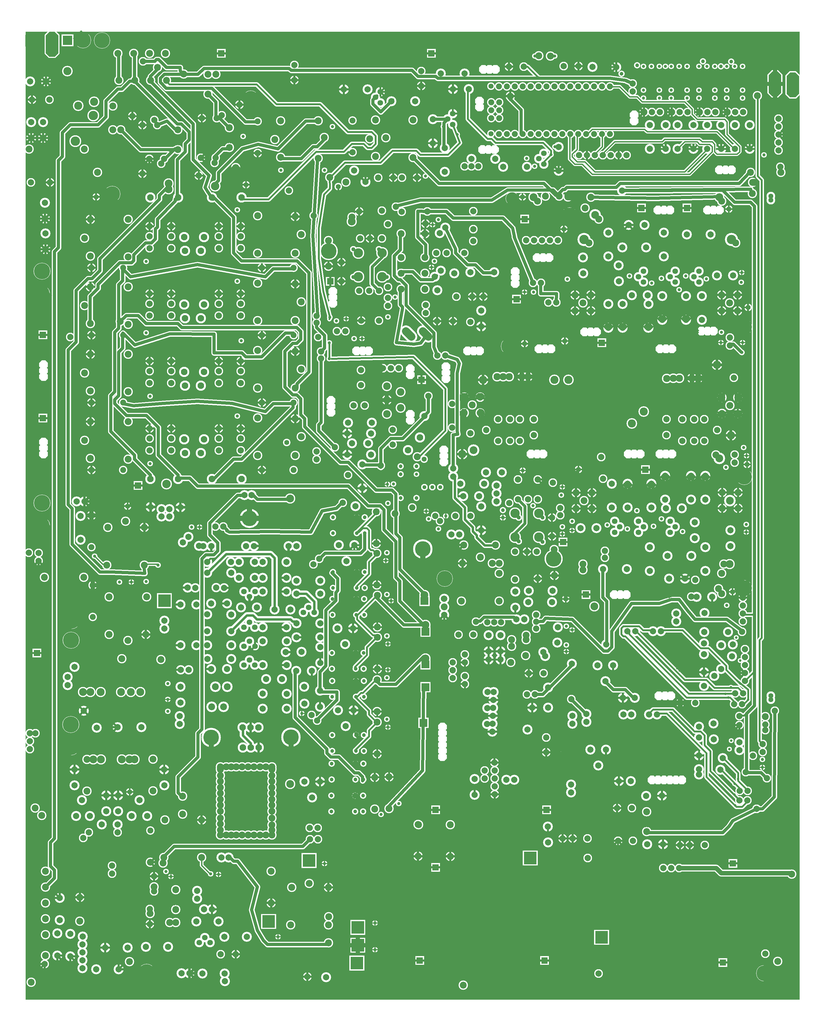
<source format=gbr>
%FSLAX34Y34*%
%MOMM*%
%LNCOPPER_TOP*%
G71*
G01*
%ADD10C,3.200*%
%ADD11C,3.000*%
%ADD12C,3.000*%
%ADD13C,2.800*%
%ADD14C,4.700*%
%ADD15C,1.800*%
%ADD16C,4.200*%
%ADD17C,7.800*%
%ADD18C,3.400*%
%ADD19C,3.100*%
%ADD20C,2.800*%
%ADD21C,2.800*%
%ADD22C,2.800*%
%ADD23C,5.200*%
%ADD24C,3.700*%
%ADD25C,2.600*%
%ADD26C,1.700*%
%ADD27C,1.800*%
%ADD28C,3.700*%
%ADD29C,5.800*%
%ADD30C,3.800*%
%ADD31C,3.000*%
%ADD32C,3.200*%
%ADD33C,2.000*%
%ADD34C,1.800*%
%ADD35C,3.300*%
%ADD36C,2.900*%
%ADD37C,2.700*%
%ADD38C,4.200*%
%ADD39C,3.300*%
%ADD40C,6.200*%
%ADD41C,3.300*%
%ADD42C,3.400*%
%ADD43C,2.600*%
%ADD44C,2.000*%
%ADD45C,1.990*%
%ADD46C,1.400*%
%ADD47C,3.300*%
%ADD48C,3.000*%
%ADD49C,3.800*%
%ADD50C,3.500*%
%ADD51C,4.700*%
%ADD52C,3.400*%
%ADD53C,3.700*%
%ADD54C,3.000*%
%ADD55C,2.100*%
%ADD56C,2.700*%
%ADD57C,2.450*%
%ADD58C,2.000*%
%ADD59C,1.800*%
%ADD60C,1.400*%
%ADD61C,1.600*%
%ADD62C,6.200*%
%ADD63C,2.400*%
%ADD64C,5.400*%
%ADD65C,3.000*%
%ADD66C,2.400*%
%ADD67C,2.100*%
%ADD68C,1.200*%
%ADD69C,1.600*%
%ADD70C,2.200*%
%ADD71C,0.733*%
%ADD72C,0.667*%
%ADD73C,3.345*%
%ADD74C,0.813*%
%ADD75C,6.067*%
%ADD76C,6.860*%
%ADD77C,1.403*%
%ADD78C,1.723*%
%ADD79C,1.380*%
%ADD80C,1.427*%
%ADD81C,1.033*%
%ADD82C,1.180*%
%ADD83C,1.220*%
%ADD84C,3.717*%
%ADD85C,0.680*%
%ADD86C,0.767*%
%ADD87C,1.264*%
%ADD88C,1.507*%
%ADD89C,1.687*%
%ADD90C,1.447*%
%ADD91C,2.100*%
%ADD92C,1.967*%
%ADD93C,2.973*%
%ADD94C,1.667*%
%ADD95C,0.700*%
%ADD96C,0.804*%
%ADD97C,0.672*%
%ADD98C,0.960*%
%ADD99C,0.616*%
%ADD100C,0.400*%
%ADD101C,0.333*%
%ADD102C,1.017*%
%ADD103C,0.600*%
%ADD104C,0.867*%
%ADD105C,1.527*%
%ADD106C,0.533*%
%ADD107C,3.865*%
%ADD108C,1.333*%
%ADD109C,2.000*%
%ADD110C,1.800*%
%ADD111C,2.200*%
%ADD112C,4.500*%
%ADD113C,1.000*%
%ADD114C,3.000*%
%ADD115C,7.000*%
%ADD116C,2.600*%
%ADD117C,2.300*%
%ADD118C,2.000*%
%ADD119C,2.000*%
%ADD120C,5.000*%
%ADD121C,2.500*%
%ADD122C,0.900*%
%ADD123C,1.000*%
%ADD124C,2.500*%
%ADD125C,3.000*%
%ADD126C,2.200*%
%ADD127C,1.200*%
%ADD128C,1.000*%
%ADD129C,2.100*%
%ADD130C,1.900*%
%ADD131C,4.000*%
%ADD132C,5.000*%
%ADD133C,2.100*%
%ADD134C,2.200*%
%ADD135C,0.800*%
%ADD136C,1.500*%
%ADD137C,0.790*%
%ADD138C,2.500*%
%ADD139C,2.200*%
%ADD140C,3.000*%
%ADD141C,2.700*%
%ADD142C,4.500*%
%ADD143C,2.600*%
%ADD144C,2.500*%
%ADD145C,1.300*%
%ADD146C,1.900*%
%ADD147C,1.650*%
%ADD148C,1.200*%
%ADD149C,1.000*%
%ADD150C,0.600*%
%ADD151C,0.800*%
%ADD152C,1.600*%
%ADD153C,2.600*%
%ADD154C,2.200*%
%ADD155C,1.600*%
%ADD156C,1.300*%
%LPD*%
G36*
X-1485504Y2545398D02*
X994496Y2545398D01*
X994496Y-554602D01*
X-1485504Y-554602D01*
X-1485504Y2545398D01*
G37*
%LPC*%
X381341Y1826369D02*
G54D10*
D03*
X381391Y1902619D02*
G54D10*
D03*
X300347Y1822969D02*
G54D10*
D03*
X300460Y1771988D02*
G54D10*
D03*
X414647Y1797569D02*
G54D10*
D03*
X414759Y1746588D02*
G54D10*
D03*
X381357Y1597769D02*
G54D10*
D03*
X381407Y1674019D02*
G54D10*
D03*
X502078Y1854383D02*
G54D10*
D03*
X425828Y1854433D02*
G54D10*
D03*
X427037Y1674019D02*
G54D10*
D03*
X426987Y1597769D02*
G54D10*
D03*
X559140Y1826368D02*
G54D10*
D03*
X559190Y1902618D02*
G54D10*
D03*
X456472Y1701853D02*
G54D10*
D03*
X554037Y1699419D02*
G54D10*
D03*
X553987Y1623169D02*
G54D10*
D03*
X630236Y1699419D02*
G54D10*
D03*
X630186Y1623169D02*
G54D10*
D03*
X681036Y1699419D02*
G54D10*
D03*
X680986Y1623169D02*
G54D10*
D03*
X780508Y1765464D02*
G54D10*
D03*
X729528Y1765351D02*
G54D10*
D03*
X709054Y1896187D02*
G54D10*
D03*
X632804Y1896237D02*
G54D10*
D03*
X493712Y1778794D02*
G54D11*
D03*
X477812Y1761219D02*
G54D11*
D03*
X493746Y1743603D02*
G54D11*
D03*
X595312Y1778794D02*
G54D11*
D03*
X579412Y1761219D02*
G54D11*
D03*
X595346Y1743603D02*
G54D11*
D03*
X671512Y1778794D02*
G54D11*
D03*
X655612Y1761219D02*
G54D11*
D03*
X671546Y1743603D02*
G54D11*
D03*
X274612Y1702694D02*
G54D12*
D03*
X325412Y1702694D02*
G54D12*
D03*
X300012Y1677294D02*
G54D12*
D03*
X325412Y1651894D02*
G54D12*
D03*
X274612Y1651894D02*
G54D12*
D03*
X744512Y1702694D02*
G54D12*
D03*
X795312Y1702694D02*
G54D12*
D03*
X769912Y1677294D02*
G54D12*
D03*
X795312Y1651894D02*
G54D12*
D03*
X744512Y1651894D02*
G54D12*
D03*
X446038Y1927003D02*
G54D10*
D03*
X497018Y1927116D02*
G54D10*
D03*
X381357Y1597769D02*
G54D13*
D03*
X256936Y1957388D02*
G54D14*
D03*
X507272Y1701853D02*
G54D10*
D03*
X509587Y1674019D02*
G54D10*
D03*
X509537Y1597769D02*
G54D10*
D03*
X338587Y1959169D02*
G54D10*
D03*
X249812Y1753394D02*
G54D15*
D03*
X426987Y1597769D02*
G54D13*
D03*
X509537Y1597769D02*
G54D13*
D03*
X553987Y1623169D02*
G54D13*
D03*
X630186Y1623169D02*
G54D13*
D03*
X816768Y1956594D02*
G54D14*
D03*
X256936Y1598612D02*
G54D14*
D03*
X816132Y1600200D02*
G54D14*
D03*
X306962Y1880394D02*
G54D15*
D03*
X303786Y1880395D02*
G54D16*
D03*
X775511Y1880395D02*
G54D16*
D03*
X389562Y1291153D02*
G54D17*
D03*
X319712Y1430854D02*
G54D17*
D03*
X253037Y1430853D02*
G54D18*
D03*
X456237Y1291153D02*
G54D18*
D03*
X44162Y1440953D02*
G54D19*
D03*
X124162Y1440953D02*
G54D20*
D03*
X589162Y1435953D02*
G54D20*
D03*
X669162Y1435953D02*
G54D20*
D03*
X124162Y1440953D02*
G54D19*
D03*
X589162Y1435953D02*
G54D19*
D03*
X669162Y1435953D02*
G54D12*
D03*
X64162Y1440953D02*
G54D19*
D03*
X104162Y1440953D02*
G54D19*
D03*
X609162Y1435954D02*
G54D19*
D03*
X649162Y1435953D02*
G54D19*
D03*
X-80263Y1324623D02*
G54D12*
D03*
X-80263Y1375423D02*
G54D12*
D03*
X-54863Y1350023D02*
G54D12*
D03*
X-29463Y1375424D02*
G54D12*
D03*
X-29463Y1324623D02*
G54D12*
D03*
X-80263Y1323353D02*
G54D21*
D03*
X-29463Y1323353D02*
G54D13*
D03*
X745237Y1323353D02*
G54D12*
D03*
X745237Y1374153D02*
G54D12*
D03*
X770637Y1348753D02*
G54D12*
D03*
X796037Y1374153D02*
G54D12*
D03*
X796037Y1323353D02*
G54D12*
D03*
X745237Y1323353D02*
G54D21*
D03*
X796037Y1323353D02*
G54D13*
D03*
X618694Y1234716D02*
G54D22*
D03*
X618694Y1304566D02*
G54D22*
D03*
X688544Y1234716D02*
G54D22*
D03*
X688544Y1304566D02*
G54D22*
D03*
X656794Y1304566D02*
G54D22*
D03*
X656794Y1234716D02*
G54D22*
D03*
X688545Y1234716D02*
G54D13*
D03*
X688545Y1304566D02*
G54D13*
D03*
X28144Y1234716D02*
G54D22*
D03*
X28144Y1304566D02*
G54D22*
D03*
X97994Y1234716D02*
G54D22*
D03*
X97994Y1304566D02*
G54D22*
D03*
X66244Y1304566D02*
G54D22*
D03*
X66244Y1234716D02*
G54D22*
D03*
X97995Y1234716D02*
G54D13*
D03*
X97995Y1304566D02*
G54D13*
D03*
X669162Y1435953D02*
G54D19*
D03*
X142445Y1304566D02*
G54D21*
D03*
X567895Y1304566D02*
G54D21*
D03*
X783437Y1437678D02*
G54D21*
D03*
X-61113Y1259878D02*
G54D21*
D03*
X-80263Y1374153D02*
G54D13*
D03*
X-29463Y1374154D02*
G54D13*
D03*
X745237Y1374153D02*
G54D13*
D03*
X796037Y1374153D02*
G54D13*
D03*
X796037Y1323353D02*
G54D13*
D03*
X256936Y1120775D02*
G54D14*
D03*
X816768Y1119982D02*
G54D23*
D03*
X256936Y762000D02*
G54D23*
D03*
X816132Y763588D02*
G54D14*
D03*
X770511Y1043782D02*
G54D24*
D03*
X-420088Y1760854D02*
G54D25*
D03*
X-343888Y1760854D02*
G54D25*
D03*
X-343888Y1837054D02*
G54D25*
D03*
X-420088Y1837054D02*
G54D25*
D03*
X-343976Y1972077D02*
G54D22*
D03*
X-343976Y1883177D02*
G54D22*
D03*
X-382076Y1883177D02*
G54D22*
D03*
X-413826Y1883177D02*
G54D22*
D03*
X-353620Y1620287D02*
G54D22*
D03*
X-417119Y1715537D02*
G54D22*
D03*
X-385370Y1715537D02*
G54D22*
D03*
X-353620Y1715537D02*
G54D22*
D03*
G54D26*
X-343888Y1837054D02*
X-343888Y1824354D01*
X-375638Y1792604D01*
X-375638Y1737556D01*
X-353620Y1715537D01*
X-325137Y1727826D02*
G54D22*
D03*
X-417120Y1969537D02*
G54D22*
D03*
X-299526Y1984777D02*
G54D22*
D03*
X-137098Y1837088D02*
G54D22*
D03*
X-79948Y1837088D02*
G54D22*
D03*
X-51248Y1913288D02*
G54D22*
D03*
X-51248Y1970438D02*
G54D22*
D03*
X-112298Y1771464D02*
G54D10*
D03*
X-166250Y1717582D02*
G54D10*
D03*
X-112298Y1771464D02*
G54D13*
D03*
X15478Y1775516D02*
G54D10*
D03*
X-60772Y1775566D02*
G54D10*
D03*
X15478Y1775516D02*
G54D13*
D03*
X-105348Y1697388D02*
G54D22*
D03*
X-54548Y1697388D02*
G54D22*
D03*
X-54548Y1697388D02*
G54D22*
D03*
X-25941Y1601282D02*
G54D10*
D03*
X-26053Y1652262D02*
G54D10*
D03*
X-25941Y1601282D02*
G54D10*
D03*
X-51248Y1875188D02*
G54D22*
D03*
X-19498Y1697388D02*
G54D22*
D03*
X-170118Y1837088D02*
G54D22*
D03*
X-159198Y1900588D02*
G54D22*
D03*
G54D27*
X-141167Y1918619D02*
X-108398Y1849788D01*
X-108398Y1837088D01*
X-70298Y1798988D01*
X-44898Y1798988D01*
X-19498Y1773588D01*
X18602Y1773588D01*
X15478Y1775516D01*
X-282894Y1899092D02*
G54D12*
D03*
X-206694Y1899092D02*
G54D12*
D03*
X-282894Y1822892D02*
G54D12*
D03*
X-282894Y1772092D02*
G54D12*
D03*
X-282894Y1721292D02*
G54D12*
D03*
X-206694Y1822892D02*
G54D12*
D03*
X-206694Y1772092D02*
G54D12*
D03*
X-206694Y1721292D02*
G54D12*
D03*
X-206694Y1899092D02*
G54D22*
D03*
X-60443Y1616289D02*
G54D22*
D03*
X-116663Y1618534D02*
G54D22*
D03*
X-116663Y1618534D02*
G54D22*
D03*
X-167463Y1618534D02*
G54D22*
D03*
G54D27*
X-198438Y1970088D02*
X-229149Y1970852D01*
X-229149Y1888302D01*
X-203749Y1862902D01*
X-203749Y1818452D01*
X-206693Y1819718D01*
G54D28*
X-195511Y1569044D02*
X-213189Y1586722D01*
G54D28*
X-249486Y1569044D02*
X-267164Y1586722D01*
X-514351Y1843088D02*
G54D29*
D03*
X-198438Y1970088D02*
G54D21*
D03*
X-420088Y1837054D02*
G54D30*
D03*
X-420088Y1760854D02*
G54D30*
D03*
X-343888Y1760854D02*
G54D30*
D03*
X-343888Y1837054D02*
G54D30*
D03*
G54D27*
X-198000Y1577883D02*
X-220144Y1548718D01*
X-242288Y1544954D01*
X-297578Y1550388D01*
X-278528Y1658338D01*
X-278528Y1664688D01*
X-284878Y1671038D01*
X-284878Y1721838D01*
X-282893Y1721293D01*
X158390Y1002652D02*
G54D25*
D03*
X82190Y1002652D02*
G54D25*
D03*
X82190Y926452D02*
G54D25*
D03*
X158390Y926452D02*
G54D25*
D03*
X82278Y791429D02*
G54D22*
D03*
X82278Y880329D02*
G54D22*
D03*
X120378Y880329D02*
G54D22*
D03*
X152128Y880329D02*
G54D22*
D03*
X155422Y1111469D02*
G54D22*
D03*
X91922Y1111469D02*
G54D22*
D03*
X155421Y1047969D02*
G54D22*
D03*
X123672Y1047969D02*
G54D22*
D03*
X91922Y1047969D02*
G54D22*
D03*
G54D26*
X82190Y926452D02*
X82190Y939152D01*
X113941Y970902D01*
X113941Y1025950D01*
X91922Y1047969D01*
X63439Y1035680D02*
G54D22*
D03*
X155422Y793969D02*
G54D22*
D03*
X203440Y1101393D02*
G54D21*
D03*
X158390Y926452D02*
G54D30*
D03*
X158390Y1002652D02*
G54D30*
D03*
X82190Y1002652D02*
G54D30*
D03*
X82190Y926452D02*
G54D30*
D03*
X-89068Y722258D02*
G54D12*
D03*
X-85894Y842908D02*
G54D12*
D03*
X31582Y722258D02*
G54D12*
D03*
X31582Y842908D02*
G54D12*
D03*
X-28743Y862372D02*
G54D12*
D03*
X-85894Y842908D02*
G54D31*
D03*
X-82272Y901727D02*
G54D12*
D03*
X19328Y901726D02*
G54D12*
D03*
X-82272Y901727D02*
G54D12*
D03*
X-283839Y1391601D02*
G54D32*
D03*
X-283839Y1340801D02*
G54D32*
D03*
X-328289Y1366202D02*
G54D32*
D03*
X-328289Y1321751D02*
G54D32*
D03*
X-328289Y1410651D02*
G54D32*
D03*
X-315589Y1467801D02*
G54D22*
D03*
X-340989Y1467801D02*
G54D22*
D03*
X-290189Y1467801D02*
G54D22*
D03*
X-376674Y1293176D02*
G54D10*
D03*
X-452924Y1293226D02*
G54D10*
D03*
X-455616Y1258916D02*
G54D10*
D03*
X-379366Y1258866D02*
G54D10*
D03*
X-439682Y1227440D02*
G54D10*
D03*
X-388702Y1227552D02*
G54D10*
D03*
X-410839Y1461539D02*
G54D22*
D03*
X-410839Y1413739D02*
G54D22*
D03*
X-407229Y1159914D02*
G54D10*
D03*
X-407279Y1083665D02*
G54D10*
D03*
X-347339Y1108852D02*
G54D22*
D03*
X-347339Y1156651D02*
G54D22*
D03*
X-434783Y1348695D02*
G54D22*
D03*
X-399683Y1348696D02*
G54D22*
D03*
X-309239Y1223151D02*
G54D22*
D03*
X-309239Y1270952D02*
G54D22*
D03*
X-455561Y1191269D02*
G54D10*
D03*
X-379311Y1191219D02*
G54D10*
D03*
X-208364Y1314846D02*
G54D10*
D03*
X-347339Y1108852D02*
G54D22*
D03*
G54D27*
X-347339Y1150301D02*
X-346639Y1151571D01*
X-352989Y1157921D01*
X-410139Y1157922D01*
X-407229Y1159914D01*
G36*
X-203289Y1444971D02*
X-203289Y1416971D01*
X-231289Y1416971D01*
X-231289Y1444971D01*
X-203289Y1444971D01*
G37*
X-233039Y1153390D02*
G54D33*
D03*
X-233039Y1127990D02*
G54D34*
D03*
X-283839Y1153389D02*
G54D34*
D03*
X-283839Y1127989D02*
G54D33*
D03*
X-233039Y1051789D02*
G54D34*
D03*
X-283839Y1051789D02*
G54D34*
D03*
X-231007Y1184155D02*
G54D12*
D03*
G54D27*
X-208364Y1314846D02*
X-207639Y1312139D01*
X-277489Y1242289D01*
X-315589Y1242289D01*
X-347339Y1210539D01*
X-347339Y1159740D01*
X-347339Y1156651D01*
X-246702Y1021650D02*
G54D21*
D03*
X-283839Y1153389D02*
G54D33*
D03*
X-233039Y1051789D02*
G54D33*
D03*
X-283839Y1051789D02*
G54D33*
D03*
X-1018830Y1204702D02*
G54D22*
D03*
X-1088680Y1204702D02*
G54D22*
D03*
X-1018830Y1274552D02*
G54D22*
D03*
X-1088680Y1274552D02*
G54D22*
D03*
X-1088680Y1242802D02*
G54D22*
D03*
X-1018830Y1242802D02*
G54D22*
D03*
X-975422Y1195931D02*
G54D35*
D03*
X-924440Y1196043D02*
G54D35*
D03*
X-796580Y1204702D02*
G54D22*
D03*
X-866430Y1204702D02*
G54D22*
D03*
X-796580Y1274552D02*
G54D22*
D03*
X-866430Y1274552D02*
G54D22*
D03*
X-866430Y1242802D02*
G54D22*
D03*
X-796580Y1242802D02*
G54D22*
D03*
X-914357Y1240029D02*
G54D10*
D03*
X-914470Y1291009D02*
G54D10*
D03*
X-977857Y1240029D02*
G54D10*
D03*
X-977970Y1291009D02*
G54D10*
D03*
X-796580Y1274552D02*
G54D13*
D03*
X-866430Y1274552D02*
G54D13*
D03*
X-914470Y1291010D02*
G54D36*
D03*
X-977970Y1291010D02*
G54D13*
D03*
X-1018830Y1274552D02*
G54D13*
D03*
X-1088680Y1274552D02*
G54D13*
D03*
X-977857Y1240029D02*
G54D35*
D03*
X-977970Y1291009D02*
G54D35*
D03*
X-914470Y1291009D02*
G54D35*
D03*
X-914357Y1240029D02*
G54D35*
D03*
X-742367Y1308994D02*
G54D12*
D03*
X-621717Y1305820D02*
G54D12*
D03*
X-742367Y1188344D02*
G54D12*
D03*
X-621717Y1188344D02*
G54D12*
D03*
X-602904Y1248669D02*
G54D12*
D03*
X-728860Y1142064D02*
G54D37*
D03*
X-627260Y1142065D02*
G54D37*
D03*
X-621717Y1305820D02*
G54D12*
D03*
X-1157362Y1176256D02*
G54D12*
D03*
X-1278012Y1179430D02*
G54D12*
D03*
X-1157362Y1296906D02*
G54D12*
D03*
X-1278012Y1296906D02*
G54D12*
D03*
X-1296824Y1236581D02*
G54D12*
D03*
X-1278011Y1179430D02*
G54D12*
D03*
X-1278012Y1296906D02*
G54D12*
D03*
X-1274960Y1142064D02*
G54D37*
D03*
X-1173360Y1142065D02*
G54D37*
D03*
X-728860Y1142064D02*
G54D22*
D03*
X-1274960Y1142064D02*
G54D22*
D03*
X-1018830Y1420602D02*
G54D22*
D03*
X-1088680Y1420602D02*
G54D22*
D03*
X-1018830Y1490452D02*
G54D22*
D03*
X-1088680Y1490452D02*
G54D22*
D03*
X-1088680Y1458702D02*
G54D22*
D03*
X-1018830Y1458702D02*
G54D22*
D03*
X-975422Y1411831D02*
G54D35*
D03*
X-924440Y1411943D02*
G54D35*
D03*
X-796580Y1420602D02*
G54D22*
D03*
X-866430Y1420602D02*
G54D22*
D03*
X-796580Y1490452D02*
G54D22*
D03*
X-866430Y1490452D02*
G54D22*
D03*
X-866430Y1458702D02*
G54D22*
D03*
X-796580Y1458702D02*
G54D22*
D03*
X-914357Y1455929D02*
G54D10*
D03*
X-914470Y1506910D02*
G54D10*
D03*
X-977857Y1455929D02*
G54D10*
D03*
X-977970Y1506909D02*
G54D10*
D03*
X-796580Y1490452D02*
G54D13*
D03*
X-866430Y1490452D02*
G54D13*
D03*
X-914470Y1506910D02*
G54D36*
D03*
X-977970Y1506910D02*
G54D13*
D03*
X-1018830Y1490452D02*
G54D13*
D03*
X-1088680Y1490452D02*
G54D13*
D03*
X-977857Y1455929D02*
G54D35*
D03*
X-977970Y1506909D02*
G54D35*
D03*
X-914470Y1506910D02*
G54D35*
D03*
X-914357Y1455929D02*
G54D35*
D03*
X-742367Y1524894D02*
G54D12*
D03*
X-621717Y1521720D02*
G54D12*
D03*
X-742367Y1404244D02*
G54D12*
D03*
X-621717Y1404244D02*
G54D12*
D03*
X-602904Y1464569D02*
G54D12*
D03*
X-728860Y1357964D02*
G54D37*
D03*
X-627260Y1357965D02*
G54D37*
D03*
X-621717Y1521720D02*
G54D12*
D03*
X-1157362Y1392156D02*
G54D12*
D03*
X-1278012Y1395330D02*
G54D12*
D03*
X-1157362Y1512806D02*
G54D12*
D03*
X-1278012Y1512806D02*
G54D12*
D03*
X-1296824Y1452481D02*
G54D12*
D03*
X-1278011Y1395329D02*
G54D12*
D03*
X-1278012Y1512806D02*
G54D12*
D03*
X-1274960Y1357964D02*
G54D37*
D03*
X-1173360Y1357965D02*
G54D37*
D03*
X-728860Y1357964D02*
G54D22*
D03*
X-1274960Y1357964D02*
G54D22*
D03*
X-1018830Y1636502D02*
G54D22*
D03*
X-1088680Y1636502D02*
G54D22*
D03*
X-1018830Y1706352D02*
G54D22*
D03*
X-1088680Y1706352D02*
G54D22*
D03*
X-1088680Y1674602D02*
G54D22*
D03*
X-1018830Y1674602D02*
G54D22*
D03*
X-975422Y1627731D02*
G54D35*
D03*
X-924440Y1627843D02*
G54D35*
D03*
X-796580Y1636502D02*
G54D22*
D03*
X-866430Y1636502D02*
G54D22*
D03*
X-796580Y1706352D02*
G54D22*
D03*
X-866430Y1706352D02*
G54D22*
D03*
X-866430Y1674602D02*
G54D22*
D03*
X-796580Y1674602D02*
G54D22*
D03*
X-914357Y1671829D02*
G54D10*
D03*
X-914470Y1722810D02*
G54D10*
D03*
X-977857Y1671829D02*
G54D10*
D03*
X-977970Y1722810D02*
G54D10*
D03*
X-796580Y1706352D02*
G54D13*
D03*
X-866430Y1706352D02*
G54D13*
D03*
X-914470Y1722810D02*
G54D36*
D03*
X-977970Y1722810D02*
G54D13*
D03*
X-1018830Y1706352D02*
G54D13*
D03*
X-1088680Y1706352D02*
G54D13*
D03*
X-977857Y1671829D02*
G54D35*
D03*
X-977970Y1722810D02*
G54D35*
D03*
X-914470Y1722810D02*
G54D35*
D03*
X-914357Y1671829D02*
G54D35*
D03*
X-742367Y1740794D02*
G54D12*
D03*
X-621717Y1737620D02*
G54D12*
D03*
X-742367Y1620144D02*
G54D12*
D03*
X-621717Y1620144D02*
G54D12*
D03*
X-602904Y1680469D02*
G54D12*
D03*
X-728860Y1573864D02*
G54D37*
D03*
X-627260Y1573864D02*
G54D37*
D03*
X-621717Y1737620D02*
G54D12*
D03*
X-1157362Y1608056D02*
G54D12*
D03*
X-1278012Y1611230D02*
G54D12*
D03*
X-1157362Y1728706D02*
G54D12*
D03*
X-1278012Y1728706D02*
G54D12*
D03*
X-1296824Y1668381D02*
G54D12*
D03*
X-1278011Y1611230D02*
G54D12*
D03*
X-1278012Y1728706D02*
G54D12*
D03*
X-1274960Y1573864D02*
G54D37*
D03*
X-1173360Y1573864D02*
G54D37*
D03*
X-728860Y1573864D02*
G54D22*
D03*
X-1274960Y1573864D02*
G54D22*
D03*
X-1018830Y1852402D02*
G54D22*
D03*
X-1088680Y1852402D02*
G54D22*
D03*
X-1018830Y1922252D02*
G54D22*
D03*
X-1088680Y1922252D02*
G54D22*
D03*
X-1088680Y1890502D02*
G54D22*
D03*
X-1018830Y1890502D02*
G54D22*
D03*
X-975422Y1843631D02*
G54D35*
D03*
X-924440Y1843743D02*
G54D35*
D03*
X-796580Y1852402D02*
G54D22*
D03*
X-866430Y1852402D02*
G54D22*
D03*
X-796580Y1922252D02*
G54D22*
D03*
X-866430Y1922252D02*
G54D22*
D03*
X-866430Y1890502D02*
G54D22*
D03*
X-796580Y1890502D02*
G54D22*
D03*
X-914357Y1887729D02*
G54D10*
D03*
X-914470Y1938710D02*
G54D10*
D03*
X-977857Y1887729D02*
G54D10*
D03*
X-977970Y1938709D02*
G54D10*
D03*
X-796580Y1922252D02*
G54D13*
D03*
X-866430Y1922252D02*
G54D13*
D03*
X-914470Y1938710D02*
G54D36*
D03*
X-977970Y1938710D02*
G54D13*
D03*
X-1018830Y1922252D02*
G54D13*
D03*
X-1088680Y1922252D02*
G54D13*
D03*
X-977857Y1887729D02*
G54D35*
D03*
X-977970Y1938709D02*
G54D35*
D03*
X-914470Y1938709D02*
G54D35*
D03*
X-914357Y1887729D02*
G54D35*
D03*
X-742367Y1956694D02*
G54D12*
D03*
X-621717Y1953520D02*
G54D12*
D03*
X-742367Y1836044D02*
G54D12*
D03*
X-621717Y1836044D02*
G54D12*
D03*
X-602904Y1896369D02*
G54D12*
D03*
X-728860Y1789764D02*
G54D37*
D03*
X-627260Y1789764D02*
G54D37*
D03*
X-621717Y1953520D02*
G54D12*
D03*
X-1157362Y1823956D02*
G54D12*
D03*
X-1278012Y1827130D02*
G54D12*
D03*
X-1157362Y1944606D02*
G54D12*
D03*
X-1278012Y1944606D02*
G54D12*
D03*
X-1296824Y1884281D02*
G54D12*
D03*
X-1278011Y1827130D02*
G54D12*
D03*
X-1278012Y1944606D02*
G54D12*
D03*
X-1274960Y1789764D02*
G54D37*
D03*
X-1173360Y1789764D02*
G54D37*
D03*
X-728860Y1789764D02*
G54D22*
D03*
X-1274960Y1789764D02*
G54D22*
D03*
X-793706Y1113029D02*
G54D35*
D03*
X-793706Y1113029D02*
G54D35*
D03*
X-888956Y1113029D02*
G54D35*
D03*
X-888956Y1113029D02*
G54D35*
D03*
X-996906Y1113029D02*
G54D35*
D03*
X-996906Y1113029D02*
G54D35*
D03*
X-1085806Y1113029D02*
G54D35*
D03*
X-1085806Y1113029D02*
G54D35*
D03*
G54D27*
X-888956Y1113030D02*
X-882607Y1113028D01*
X-819107Y1176528D01*
X-793707Y1176528D01*
X-628607Y1341628D01*
X-628607Y1354328D01*
X-627260Y1357964D01*
G54D27*
X-1173360Y1357964D02*
X-1174707Y1354328D01*
X-1139782Y1347978D01*
X-1043385Y1355567D01*
X-935435Y1361917D01*
X-824310Y1355567D01*
X-717507Y1328928D01*
X-692107Y1354328D01*
X-628607Y1354328D01*
X-627260Y1357964D01*
G54D27*
X-996906Y1113030D02*
X-996907Y1113028D01*
X-996907Y1125728D01*
X-1060407Y1189228D01*
X-1060407Y1278128D01*
X-1098507Y1316228D01*
X-1162007Y1316228D01*
X-1200107Y1354328D01*
X-1200107Y1367028D01*
X-1187407Y1379728D01*
X-1187407Y1519428D01*
X-1174707Y1532128D01*
X-1174707Y1570228D01*
X-1173360Y1573864D01*
G54D27*
X-1085806Y1113030D02*
X-1085807Y1113028D01*
X-1085807Y1125728D01*
X-1136607Y1176528D01*
X-1136607Y1189228D01*
X-1212807Y1265428D01*
X-1212807Y1379728D01*
X-1200107Y1392428D01*
X-1200108Y1582928D01*
X-1187407Y1595628D01*
X-1187407Y1735328D01*
X-1174707Y1748028D01*
X-1174707Y1786128D01*
X-1173360Y1789764D01*
G54D27*
X-1173360Y1789764D02*
X-1174707Y1786128D01*
X-1149307Y1760728D01*
X-935435Y1800067D01*
X-717507Y1760728D01*
X-692107Y1786128D01*
X-628607Y1786128D01*
X-627260Y1789764D01*
X-793706Y2014729D02*
G54D35*
D03*
X-793706Y2014729D02*
G54D35*
D03*
X-888956Y2014729D02*
G54D35*
D03*
X-888956Y2014729D02*
G54D35*
D03*
X-996906Y2014729D02*
G54D35*
D03*
X-996906Y2014729D02*
G54D35*
D03*
X-1085806Y2014729D02*
G54D35*
D03*
X-1085806Y2014729D02*
G54D35*
D03*
G54D27*
X-888956Y2014730D02*
X-882607Y2014728D01*
X-819107Y1951228D01*
X-819107Y1836928D01*
X-793707Y1811528D01*
X-615907Y1811528D01*
X-577807Y1773428D01*
X-577807Y1455928D01*
X-615907Y1417828D01*
X-615907Y1405128D01*
X-621717Y1404244D01*
X-1342442Y1568199D02*
G54D21*
D03*
X-548692Y1568199D02*
G54D21*
D03*
X63261Y1538287D02*
G54D23*
D03*
X72785Y2011362D02*
G54D38*
D03*
X-476490Y1538287D02*
G54D23*
D03*
X-489190Y2008188D02*
G54D23*
D03*
X-1097543Y735513D02*
G54D12*
D03*
X-1100717Y614863D02*
G54D12*
D03*
X-1218192Y735513D02*
G54D12*
D03*
X-1218192Y614863D02*
G54D12*
D03*
X-1157868Y596050D02*
G54D12*
D03*
X-1225742Y837382D02*
G54D12*
D03*
X-1222568Y958032D02*
G54D12*
D03*
X-1105092Y837382D02*
G54D12*
D03*
X-1105093Y958032D02*
G54D12*
D03*
X-1165418Y977320D02*
G54D12*
D03*
X-1270822Y772806D02*
G54D37*
D03*
X-1270822Y671206D02*
G54D37*
D03*
X-1270822Y772806D02*
G54D22*
D03*
X-1274620Y996002D02*
G54D37*
D03*
X-1274620Y894401D02*
G54D37*
D03*
X-1274620Y996002D02*
G54D22*
D03*
X-1274620Y996002D02*
G54D12*
D03*
X-1100717Y614863D02*
G54D12*
D03*
X-1105093Y958032D02*
G54D12*
D03*
X-1222568Y958032D02*
G54D12*
D03*
X-1105093Y958032D02*
G54D12*
D03*
X-1126332Y1043782D02*
G54D14*
D03*
X-173832Y1043782D02*
G54D14*
D03*
X-1126332Y145257D02*
G54D14*
D03*
X-173832Y142082D02*
G54D23*
D03*
X818819Y567872D02*
G54D21*
D03*
X818820Y542472D02*
G54D21*
D03*
X801356Y353560D02*
G54D21*
D03*
X801357Y324984D02*
G54D21*
D03*
X787635Y426622D02*
G54D21*
D03*
X813035Y426622D02*
G54D21*
D03*
X-207799Y741281D02*
G54D39*
D03*
X-204624Y646031D02*
G54D39*
D03*
X-204624Y538081D02*
G54D39*
D03*
G36*
X-188124Y429506D02*
X-221124Y429506D01*
X-221124Y462506D01*
X-188124Y462506D01*
X-188124Y429506D01*
G37*
X-635193Y285543D02*
G54D40*
D03*
X-890894Y285443D02*
G54D40*
D03*
X-790168Y317368D02*
G54D41*
D03*
X-764794Y317243D02*
G54D41*
D03*
X-739350Y317268D02*
G54D41*
D03*
X-542088Y383627D02*
G54D10*
D03*
X-542263Y434619D02*
G54D10*
D03*
X-840018Y447493D02*
G54D42*
D03*
X-889418Y383393D02*
G54D42*
D03*
X-851418Y383393D02*
G54D42*
D03*
X-878118Y447493D02*
G54D42*
D03*
X-989294Y396643D02*
G54D10*
D03*
X-989418Y447560D02*
G54D10*
D03*
X-725768Y425218D02*
G54D10*
D03*
X-649518Y425168D02*
G54D10*
D03*
X-991868Y328518D02*
G54D10*
D03*
X-991868Y354018D02*
G54D10*
D03*
X-725768Y377593D02*
G54D10*
D03*
X-649519Y377543D02*
G54D10*
D03*
X-751168Y796693D02*
G54D10*
D03*
X-802085Y796568D02*
G54D10*
D03*
X-786094Y752243D02*
G54D11*
D03*
X-768518Y736343D02*
G54D11*
D03*
X-750902Y752278D02*
G54D11*
D03*
X-779744Y898293D02*
G54D10*
D03*
X-754318Y898343D02*
G54D10*
D03*
X-725768Y752243D02*
G54D10*
D03*
X-649594Y752243D02*
G54D10*
D03*
X-903568Y812568D02*
G54D10*
D03*
X-827318Y812518D02*
G54D10*
D03*
X-744818Y701443D02*
G54D10*
D03*
X-795735Y701318D02*
G54D10*
D03*
X-751168Y637943D02*
G54D11*
D03*
X-768768Y653843D02*
G54D11*
D03*
X-786360Y637908D02*
G54D11*
D03*
X-750794Y577543D02*
G54D43*
D03*
X-768768Y593518D02*
G54D11*
D03*
X-786360Y577583D02*
G54D11*
D03*
X-725768Y637943D02*
G54D10*
D03*
X-649594Y637943D02*
G54D10*
D03*
X-751169Y517243D02*
G54D11*
D03*
X-768768Y533193D02*
G54D11*
D03*
X-786360Y517258D02*
G54D11*
D03*
X-903568Y580793D02*
G54D10*
D03*
X-827318Y580743D02*
G54D10*
D03*
X-903360Y536614D02*
G54D10*
D03*
X-827110Y536564D02*
G54D10*
D03*
X-725768Y517293D02*
G54D10*
D03*
X-649494Y517243D02*
G54D10*
D03*
X-664448Y472503D02*
G54D10*
D03*
X-715364Y472378D02*
G54D10*
D03*
X-725768Y593493D02*
G54D10*
D03*
X-649518Y593443D02*
G54D10*
D03*
X-568493Y498643D02*
G54D32*
D03*
X-593477Y447711D02*
G54D32*
D03*
X-618376Y498758D02*
G54D32*
D03*
X-560668Y685568D02*
G54D11*
D03*
X-578469Y701368D02*
G54D11*
D03*
X-595859Y685533D02*
G54D11*
D03*
X-916268Y898293D02*
G54D10*
D03*
X-890694Y898243D02*
G54D10*
D03*
X-617818Y787168D02*
G54D10*
D03*
X-541568Y787118D02*
G54D10*
D03*
X-617818Y745893D02*
G54D10*
D03*
X-541568Y745843D02*
G54D10*
D03*
X-636868Y695093D02*
G54D10*
D03*
X-687785Y694968D02*
G54D10*
D03*
G54D44*
X-560668Y685568D02*
X-560668Y720493D01*
X-586068Y745893D01*
X-617818Y745893D01*
X-617818Y650643D02*
G54D10*
D03*
X-541568Y650593D02*
G54D10*
D03*
X-541668Y523618D02*
G54D10*
D03*
X-541781Y574598D02*
G54D10*
D03*
X-541619Y606193D02*
G54D10*
D03*
X-617894Y606243D02*
G54D10*
D03*
X-967018Y764968D02*
G54D10*
D03*
X-942156Y764656D02*
G54D11*
D03*
X-938494Y580793D02*
G54D10*
D03*
X-989468Y580643D02*
G54D10*
D03*
X-903568Y625243D02*
G54D10*
D03*
X-827318Y625193D02*
G54D10*
D03*
G54D44*
X-617818Y656993D02*
X-630518Y656993D01*
X-636868Y663343D01*
X-744818Y663343D01*
X-757518Y676043D01*
X-776568Y676043D01*
X-789268Y663343D01*
X-827368Y625243D01*
X-840068Y504593D02*
G54D10*
D03*
X-891044Y504443D02*
G54D10*
D03*
X-963468Y501443D02*
G54D11*
D03*
X-988768Y501743D02*
G54D11*
D03*
X-938494Y710968D02*
G54D10*
D03*
X-989468Y710868D02*
G54D10*
D03*
X-617818Y898293D02*
G54D10*
D03*
X-643294Y898293D02*
G54D10*
D03*
X-903568Y679218D02*
G54D10*
D03*
X-827318Y679168D02*
G54D10*
D03*
X-840094Y714168D02*
G54D10*
D03*
X-890994Y713968D02*
G54D10*
D03*
X-874994Y764943D02*
G54D11*
D03*
X-850094Y764643D02*
G54D11*
D03*
X-725768Y796693D02*
G54D10*
D03*
X-649594Y796693D02*
G54D10*
D03*
X-725768Y847493D02*
G54D10*
D03*
X-649594Y847543D02*
G54D10*
D03*
X-903594Y847543D02*
G54D10*
D03*
X-827393Y847543D02*
G54D10*
D03*
X-751168Y847493D02*
G54D10*
D03*
X-802085Y847368D02*
G54D10*
D03*
G54D44*
X-687668Y695093D02*
X-687668Y860193D01*
X-700368Y872893D01*
X-843244Y872893D01*
X-903568Y812568D01*
X-652468Y558878D02*
G54D10*
D03*
X-601488Y558990D02*
G54D10*
D03*
X-592369Y393418D02*
G54D10*
D03*
X-739294Y252943D02*
G54D41*
D03*
X-764594Y253143D02*
G54D41*
D03*
X-790081Y253074D02*
G54D41*
D03*
G54D45*
X-789268Y317268D02*
X-789268Y291868D01*
X-763868Y266468D01*
X-763868Y253768D01*
X-402044Y241632D02*
G54D34*
D03*
X-427444Y241632D02*
G54D34*
D03*
X-402044Y292432D02*
G54D34*
D03*
X-427444Y292432D02*
G54D34*
D03*
X-503644Y241632D02*
G54D33*
D03*
X-503644Y292432D02*
G54D34*
D03*
X-359435Y232748D02*
G54D12*
D03*
X-359435Y334348D02*
G54D12*
D03*
X-321242Y158639D02*
G54D12*
D03*
X-402044Y415066D02*
G54D34*
D03*
X-427444Y415067D02*
G54D34*
D03*
X-402044Y465866D02*
G54D34*
D03*
X-427444Y465866D02*
G54D34*
D03*
X-503644Y415066D02*
G54D34*
D03*
X-503644Y465866D02*
G54D34*
D03*
X-435144Y372437D02*
G54D32*
D03*
X-460127Y321504D02*
G54D32*
D03*
X-485026Y372551D02*
G54D32*
D03*
X-399662Y764317D02*
G54D34*
D03*
X-425062Y764316D02*
G54D34*
D03*
X-399662Y815116D02*
G54D34*
D03*
X-425062Y815116D02*
G54D34*
D03*
X-501262Y764316D02*
G54D34*
D03*
X-501262Y815116D02*
G54D34*
D03*
X-399662Y939735D02*
G54D34*
D03*
X-425062Y939735D02*
G54D34*
D03*
X-399662Y990536D02*
G54D34*
D03*
X-425062Y990535D02*
G54D34*
D03*
X-501262Y939736D02*
G54D34*
D03*
X-501262Y990535D02*
G54D34*
D03*
X-432762Y901074D02*
G54D32*
D03*
X-457746Y850142D02*
G54D32*
D03*
X-482645Y901188D02*
G54D32*
D03*
X-436731Y634771D02*
G54D32*
D03*
X-461714Y583839D02*
G54D32*
D03*
X-486614Y634886D02*
G54D32*
D03*
X-401250Y677798D02*
G54D34*
D03*
X-426650Y677798D02*
G54D34*
D03*
X-401250Y728598D02*
G54D34*
D03*
X-426650Y728598D02*
G54D34*
D03*
X-502850Y677798D02*
G54D34*
D03*
X-502850Y728598D02*
G54D34*
D03*
X-402837Y505554D02*
G54D34*
D03*
X-428237Y505554D02*
G54D34*
D03*
X-402837Y556354D02*
G54D34*
D03*
X-428237Y556354D02*
G54D34*
D03*
X-504437Y505554D02*
G54D34*
D03*
X-504437Y556354D02*
G54D34*
D03*
X-359435Y368083D02*
G54D12*
D03*
X-359435Y469683D02*
G54D12*
D03*
X-359038Y504211D02*
G54D12*
D03*
X-359038Y605811D02*
G54D12*
D03*
X-359038Y638752D02*
G54D12*
D03*
X-359038Y740352D02*
G54D12*
D03*
X-360228Y773292D02*
G54D12*
D03*
X-360228Y874892D02*
G54D12*
D03*
X-361816Y906642D02*
G54D12*
D03*
X-361816Y1008242D02*
G54D12*
D03*
G54D46*
X-359434Y334349D02*
X-360644Y333143D01*
X-386044Y307743D01*
X-386044Y288693D01*
X-430494Y244243D01*
X-427444Y241632D01*
G54D46*
X-359434Y469683D02*
X-360644Y472843D01*
X-405094Y428393D01*
X-411444Y428393D01*
X-424144Y415693D01*
X-430494Y415693D01*
X-427444Y415067D01*
G54D46*
X-359038Y605811D02*
X-360644Y606193D01*
X-392394Y574443D01*
X-392394Y549043D01*
X-430494Y510943D01*
X-430494Y504593D01*
X-428238Y505554D01*
G54D46*
X-359038Y740352D02*
X-360644Y739543D01*
X-424143Y676043D01*
X-426650Y677798D01*
G54D46*
X-360228Y874892D02*
X-360644Y872893D01*
X-386044Y847493D01*
X-386044Y809393D01*
X-424144Y771293D01*
X-424144Y764943D01*
X-425062Y764317D01*
G54D46*
X-361815Y1008242D02*
X-360643Y1006243D01*
X-424144Y942743D01*
X-425062Y939735D01*
G54D46*
X-427444Y415067D02*
X-430494Y415693D01*
X-386043Y371243D01*
X-386044Y358543D01*
X-360644Y333143D01*
X-359434Y334349D01*
G54D46*
X-359038Y605811D02*
X-360644Y606193D01*
X-366994Y612543D01*
X-373344Y612543D01*
X-424143Y663343D01*
X-424143Y676043D01*
X-426650Y677798D01*
G54D46*
X-360228Y874892D02*
X-360644Y872893D01*
X-373344Y885593D01*
X-379694Y885593D01*
X-386044Y891943D01*
X-386044Y949093D01*
X-392394Y955443D01*
X-405094Y955443D01*
X-417794Y942743D01*
X-424144Y942743D01*
X-425062Y939735D01*
X-503644Y292432D02*
G54D33*
D03*
X-427444Y241632D02*
G54D33*
D03*
X-402044Y241632D02*
G54D33*
D03*
X-427444Y292432D02*
G54D33*
D03*
X-402044Y292432D02*
G54D33*
D03*
X-503644Y415066D02*
G54D33*
D03*
X-503644Y465866D02*
G54D33*
D03*
X-427444Y415067D02*
G54D33*
D03*
X-402044Y415066D02*
G54D33*
D03*
X-402044Y465866D02*
G54D33*
D03*
X-427443Y465866D02*
G54D33*
D03*
X-428237Y505554D02*
G54D33*
D03*
X-402837Y505554D02*
G54D33*
D03*
X-402837Y556354D02*
G54D33*
D03*
X-428237Y556354D02*
G54D33*
D03*
X-504437Y505554D02*
G54D33*
D03*
X-504437Y556354D02*
G54D33*
D03*
X-502850Y677798D02*
G54D33*
D03*
X-426650Y677798D02*
G54D33*
D03*
X-502850Y728598D02*
G54D33*
D03*
X-426650Y728598D02*
G54D33*
D03*
X-401250Y728598D02*
G54D33*
D03*
X-401250Y677798D02*
G54D33*
D03*
X-501262Y764316D02*
G54D33*
D03*
X-501262Y815116D02*
G54D33*
D03*
X-425062Y764316D02*
G54D33*
D03*
X-399662Y764317D02*
G54D33*
D03*
X-399662Y815116D02*
G54D33*
D03*
X-425062Y815117D02*
G54D33*
D03*
X-501262Y939736D02*
G54D33*
D03*
X-501262Y990535D02*
G54D33*
D03*
X-425062Y939735D02*
G54D33*
D03*
X-399662Y939735D02*
G54D33*
D03*
X-399662Y990536D02*
G54D33*
D03*
X-425062Y990535D02*
G54D33*
D03*
X-436731Y634771D02*
G54D32*
D03*
X-432762Y901074D02*
G54D32*
D03*
X-404028Y47959D02*
G54D34*
D03*
X-429428Y47959D02*
G54D34*
D03*
X-404028Y98759D02*
G54D34*
D03*
X-429428Y98759D02*
G54D34*
D03*
X-505628Y47959D02*
G54D33*
D03*
X-505628Y98759D02*
G54D34*
D03*
X-505628Y98759D02*
G54D33*
D03*
X-429428Y47959D02*
G54D33*
D03*
X-404028Y47959D02*
G54D33*
D03*
X-429428Y98759D02*
G54D33*
D03*
X-404028Y98759D02*
G54D33*
D03*
X-542697Y143837D02*
G54D32*
D03*
X-567680Y92904D02*
G54D32*
D03*
X-592579Y143951D02*
G54D32*
D03*
X-367280Y157448D02*
G54D12*
D03*
X-367280Y55849D02*
G54D12*
D03*
X-321242Y158639D02*
G54D12*
D03*
X-321242Y57039D02*
G54D12*
D03*
X-403234Y150353D02*
G54D34*
D03*
X-428634Y150353D02*
G54D34*
D03*
X-403234Y201153D02*
G54D34*
D03*
X-428634Y201153D02*
G54D34*
D03*
X-504834Y150352D02*
G54D33*
D03*
X-504835Y201153D02*
G54D34*
D03*
X-504835Y201153D02*
G54D33*
D03*
X-428634Y150353D02*
G54D33*
D03*
X-403234Y150353D02*
G54D33*
D03*
X-428635Y201153D02*
G54D33*
D03*
X-403234Y201153D02*
G54D33*
D03*
G54D27*
X-403234Y150352D02*
X-405887Y146612D01*
X-405887Y159312D01*
X-418587Y172012D01*
X-431287Y172012D01*
X-482087Y222812D01*
X-507487Y222812D01*
X-520187Y235512D01*
X-520187Y248212D01*
X-621787Y349812D01*
X-621787Y502212D01*
X-618376Y498758D01*
X-637734Y1050275D02*
G54D47*
D03*
X-637734Y135875D02*
G54D39*
D03*
X-696749Y87231D02*
G54D48*
D03*
X-696749Y106281D02*
G54D48*
D03*
X-696749Y125331D02*
G54D48*
D03*
X-696749Y144381D02*
G54D48*
D03*
X-696749Y163431D02*
G54D48*
D03*
X-696749Y182481D02*
G54D48*
D03*
X-696749Y185656D02*
G54D48*
D03*
X-696749Y68181D02*
G54D48*
D03*
X-696749Y49131D02*
G54D48*
D03*
X-696749Y26906D02*
G54D48*
D03*
G54D27*
X-204624Y646031D02*
X-210974Y646031D01*
X-287174Y722231D01*
X-287174Y785731D01*
X-299874Y798431D01*
X-299874Y912731D01*
X-337974Y950831D01*
X-337974Y1014331D01*
X-350674Y1027031D01*
X-388774Y1027031D01*
X-452274Y1090531D01*
X-934874Y1090531D01*
X-960274Y1115931D01*
X-998374Y1115931D01*
X-996906Y1113029D01*
G54D27*
X-207799Y741281D02*
X-210974Y747631D01*
X-287174Y823831D01*
X-287174Y925431D01*
X-299874Y938131D01*
X-299874Y1065131D01*
X-312574Y1077831D01*
X-363374Y1077831D01*
X-452274Y1166731D01*
X-477674Y1166731D01*
X-591974Y1281031D01*
X-591974Y1306431D01*
X-604674Y1319131D01*
X-604674Y1369931D01*
X-617374Y1382631D01*
X-630074Y1382631D01*
X-655474Y1408031D01*
X-655474Y1522331D01*
X-630074Y1547731D01*
X-617374Y1547731D01*
X-604674Y1560431D01*
X-604674Y1585831D01*
X-617374Y1598531D01*
X-985674Y1598531D01*
X-998374Y1611231D01*
X-1099974Y1611231D01*
X-1125374Y1636631D01*
X-1163474Y1636631D01*
X-1182524Y1617581D01*
X-301818Y1002482D02*
G54D12*
D03*
G54D27*
X-359038Y740352D02*
X-363374Y734931D01*
X-274474Y646031D01*
X-210974Y646031D01*
X-204624Y646031D01*
G54D27*
X-359435Y469683D02*
X-363374Y468231D01*
X-350674Y455531D01*
X-299874Y455531D01*
X-210974Y544431D01*
X-204624Y538081D01*
G54D27*
X-321242Y57039D02*
X-325274Y61831D01*
X-214149Y179306D01*
X-210974Y442831D01*
X-204624Y446006D01*
X-410769Y1620287D02*
G54D22*
D03*
X219210Y638233D02*
G54D10*
D03*
X812470Y707572D02*
G54D21*
D03*
X812470Y682172D02*
G54D21*
D03*
X812470Y656772D02*
G54D21*
D03*
X141314Y2015703D02*
G54D39*
D03*
X736679Y2015534D02*
G54D39*
D03*
X736678Y1178921D02*
G54D12*
D03*
X325464Y2015703D02*
G54D12*
D03*
G54D27*
X325464Y2015703D02*
X527446Y2011998D01*
X735176Y2017631D01*
X736678Y2015534D01*
X223864Y2018878D02*
G54D12*
D03*
X179414Y2018878D02*
G54D12*
D03*
G54D46*
X-506386Y1498178D02*
X-243971Y1504528D01*
X-141124Y1401681D01*
X-141124Y1267688D01*
X-224657Y1184156D01*
G54D46*
X-512322Y2078975D02*
X-511012Y2043666D01*
X-530062Y2024616D01*
X-546498Y1917542D01*
X-546498Y1819117D01*
X-532210Y1714342D01*
X-511012Y1630916D01*
X-512736Y1625178D01*
X-511012Y1630916D01*
G54D27*
X-198438Y1970088D02*
X-137396Y1970088D01*
X-115724Y1948416D01*
X43026Y1948416D01*
X74776Y1916666D01*
X81473Y1883177D01*
X79771Y1891348D01*
X80237Y1887544D01*
X140233Y1741526D01*
G54D27*
X425155Y2036952D02*
X747876Y2037316D01*
X785976Y1999216D01*
X836776Y1999216D01*
X849476Y1986516D01*
X849476Y386316D01*
X824076Y360916D01*
X824076Y183116D01*
X-1309688Y994569D02*
G54D10*
D03*
X-1309738Y918319D02*
G54D10*
D03*
X-1309738Y918319D02*
G54D13*
D03*
X-1322623Y1040998D02*
G54D10*
D03*
X-1297148Y1040998D02*
G54D10*
D03*
X-461452Y1586314D02*
G54D22*
D03*
X-488439Y1586314D02*
G54D22*
D03*
X-324926Y1692677D02*
G54D22*
D03*
X-324926Y1667277D02*
G54D22*
D03*
X-324926Y1632352D02*
G54D15*
D03*
X-490026Y1619652D02*
G54D15*
D03*
X770448Y1565677D02*
G54D22*
D03*
X770448Y1540277D02*
G54D22*
D03*
X743346Y1583373D02*
G54D15*
D03*
X786324Y1191027D02*
G54D22*
D03*
X786324Y1165627D02*
G54D22*
D03*
X814962Y1213644D02*
G54D15*
D03*
X227524Y1019577D02*
G54D22*
D03*
X227524Y997352D02*
G54D22*
D03*
X230762Y1061244D02*
G54D15*
D03*
X233936Y959644D02*
G54D15*
D03*
X-157877Y978770D02*
G54D22*
D03*
X-173593Y994486D02*
G54D22*
D03*
X-162938Y953294D02*
G54D15*
D03*
X-194688Y985044D02*
G54D15*
D03*
X-458276Y1626002D02*
G54D15*
D03*
X741874Y1549802D02*
G54D15*
D03*
X811724Y1549802D02*
G54D15*
D03*
X808612Y1518444D02*
G54D15*
D03*
G54D27*
X808612Y1518444D02*
X806846Y1519873D01*
X781446Y1545273D01*
X768746Y1545273D01*
X770448Y1543452D01*
X824424Y1187852D02*
G54D15*
D03*
X757812Y1150144D02*
G54D15*
D03*
X-432876Y1562502D02*
G54D15*
D03*
X-407476Y1562502D02*
G54D15*
D03*
X233874Y1087840D02*
G54D15*
D03*
X233874Y937027D02*
G54D15*
D03*
X-201895Y1010052D02*
G54D15*
D03*
X-139189Y994177D02*
G54D15*
D03*
X-1180042Y430686D02*
G54D39*
D03*
X-1245129Y430686D02*
G54D39*
D03*
X-1177660Y214786D02*
G54D39*
D03*
X-1244732Y214786D02*
G54D39*
D03*
X-1148688Y430686D02*
G54D39*
D03*
X-1278070Y430686D02*
G54D39*
D03*
X-1137179Y214786D02*
G54D39*
D03*
X-1191301Y317983D02*
G54D10*
D03*
X-1115051Y317934D02*
G54D10*
D03*
X-1299011Y370338D02*
G54D10*
D03*
X-1257829Y316386D02*
G54D10*
D03*
X-1077475Y215620D02*
G54D12*
D03*
X-1077475Y114020D02*
G54D12*
D03*
X-1289579Y214786D02*
G54D12*
D03*
X-1289579Y113186D02*
G54D12*
D03*
X-1041569Y182569D02*
G54D10*
D03*
X-1041457Y131588D02*
G54D10*
D03*
X-1328906Y182569D02*
G54D10*
D03*
X-1328794Y131588D02*
G54D10*
D03*
X-1305189Y84343D02*
G54D32*
D03*
X-1280290Y33296D02*
G54D32*
D03*
X-1146023Y33411D02*
G54D32*
D03*
X-1121039Y84343D02*
G54D32*
D03*
X-1096140Y33296D02*
G54D32*
D03*
X-1189206Y100018D02*
G54D10*
D03*
X-1189094Y49038D02*
G54D10*
D03*
X-1227306Y100018D02*
G54D10*
D03*
X-1227194Y49038D02*
G54D10*
D03*
X-1191251Y6783D02*
G54D10*
D03*
X-1242051Y6783D02*
G54D10*
D03*
X-1302279Y430686D02*
G54D39*
D03*
X-1118129Y430686D02*
G54D39*
D03*
X-1323823Y33411D02*
G54D32*
D03*
X-991868Y354018D02*
G54D10*
D03*
X-1350643Y453137D02*
G54D10*
D03*
X-1350644Y478637D02*
G54D10*
D03*
X-548060Y2140082D02*
G54D12*
D03*
X-668710Y2143255D02*
G54D12*
D03*
X-548060Y2260732D02*
G54D12*
D03*
X-668710Y2260732D02*
G54D12*
D03*
X-687522Y2200406D02*
G54D12*
D03*
X-668710Y2143255D02*
G54D12*
D03*
X-742138Y2258613D02*
G54D37*
D03*
X-742138Y2157013D02*
G54D22*
D03*
X-668710Y2143255D02*
G54D12*
D03*
X-244034Y2142475D02*
G54D12*
D03*
X-364684Y2145649D02*
G54D12*
D03*
X-244034Y2263125D02*
G54D12*
D03*
X-364684Y2263125D02*
G54D12*
D03*
X-383496Y2202800D02*
G54D12*
D03*
X-364684Y2145648D02*
G54D12*
D03*
X-438112Y2261007D02*
G54D37*
D03*
X-438112Y2159407D02*
G54D22*
D03*
X-364684Y2145649D02*
G54D12*
D03*
X-1255686Y2095078D02*
G54D12*
D03*
X-1326338Y2195113D02*
G54D49*
D03*
G54D27*
X-244034Y2142475D02*
X-161484Y2059925D01*
X175066Y2059925D01*
X213166Y2021825D01*
X225866Y2021825D01*
X223864Y2018878D01*
G54D27*
X-996906Y2014729D02*
X-999684Y2015475D01*
X-1006034Y2009125D01*
X-1006034Y2002775D01*
X-1063184Y1945625D01*
X-1063184Y1920225D01*
X-1069534Y1913875D01*
X-1069534Y1882125D01*
X-1082234Y1869425D01*
X-1101284Y1869425D01*
X-1139384Y1831325D01*
X-1139384Y1812275D01*
X-1145734Y1805925D01*
X-1183834Y1805925D01*
X-1253684Y1736075D01*
X-1253684Y1723375D01*
X-1279084Y1697975D01*
X-1279084Y1609075D01*
X-1278011Y1611229D01*
X-827312Y2074310D02*
G54D23*
D03*
X-1208312Y2025891D02*
G54D23*
D03*
X-1219424Y1094028D02*
G54D14*
D03*
X-1034025Y1097072D02*
G54D50*
D03*
X-1027501Y2041067D02*
G54D47*
D03*
G54D27*
X-1027501Y2045829D02*
X-1031434Y2047225D01*
X-1056834Y2021825D01*
X-1056834Y2009125D01*
X-1247334Y1818625D01*
X-1247334Y1780525D01*
X-1272734Y1755125D01*
X-1285434Y1755125D01*
X-1323534Y1717025D01*
X-1323534Y1551925D01*
X-1348934Y1526525D01*
X-1348934Y1031225D01*
X-1336234Y1018525D01*
X-1336234Y904225D01*
X-1247334Y815325D01*
X-1209234Y815325D01*
X-1103834Y810725D01*
X-1107634Y840725D01*
X-1105093Y837382D01*
X-878703Y2050973D02*
G54D50*
D03*
X-1042751Y-99706D02*
G54D12*
D03*
X-1039577Y20944D02*
G54D12*
D03*
X-922101Y-99705D02*
G54D12*
D03*
X-922101Y20944D02*
G54D12*
D03*
X-982426Y39757D02*
G54D12*
D03*
X-1039578Y20944D02*
G54D12*
D03*
X-922101Y20944D02*
G54D12*
D03*
X-1085938Y-114286D02*
G54D37*
D03*
X-1085938Y-12687D02*
G54D37*
D03*
X-118739Y1277301D02*
G54D22*
D03*
X-175302Y1760958D02*
G54D10*
D03*
X-155684Y1780576D02*
G54D10*
D03*
X-118739Y1353501D02*
G54D22*
D03*
X-194939Y1378901D02*
G54D22*
D03*
G54D27*
X-194939Y1378901D02*
X-194939Y1328272D01*
X-208364Y1314846D01*
X-494904Y1215073D02*
G54D22*
D03*
X-469504Y1037273D02*
G54D22*
D03*
X-1029776Y368702D02*
G54D15*
D03*
X-981752Y910058D02*
G54D10*
D03*
X-963721Y928090D02*
G54D10*
D03*
X-953576Y959252D02*
G54D15*
D03*
X-928176Y959252D02*
G54D15*
D03*
X-636351Y-315606D02*
G54D12*
D03*
X-633177Y-194956D02*
G54D12*
D03*
X-515701Y-315605D02*
G54D12*
D03*
X-515701Y-194956D02*
G54D12*
D03*
X-633178Y-194956D02*
G54D12*
D03*
X-515701Y-194956D02*
G54D12*
D03*
X-698911Y-244742D02*
G54D37*
D03*
X-698911Y-143142D02*
G54D37*
D03*
X-936122Y-206226D02*
G54D10*
D03*
X-936122Y-231726D02*
G54D10*
D03*
X-1460104Y2516982D02*
G54D23*
D03*
X-764382Y2334419D02*
G54D51*
D03*
X-1361282Y-100806D02*
G54D23*
D03*
X-832633Y2237959D02*
G54D12*
D03*
X-832633Y2206209D02*
G54D12*
D03*
X-832633Y2174459D02*
G54D12*
D03*
X-924483Y2141854D02*
G54D22*
D03*
X-876683Y2141854D02*
G54D22*
D03*
X-921308Y2268854D02*
G54D22*
D03*
X-873508Y2268854D02*
G54D22*
D03*
X-997733Y2231609D02*
G54D12*
D03*
X-997733Y2199859D02*
G54D12*
D03*
X-997733Y2168109D02*
G54D12*
D03*
X-1089583Y2138679D02*
G54D22*
D03*
X-1041783Y2138679D02*
G54D22*
D03*
X-1111808Y2246628D02*
G54D22*
D03*
X-1064008Y2246629D02*
G54D22*
D03*
G54D27*
X-878703Y2055736D02*
X-880489Y2056607D01*
X-867789Y2069307D01*
X-867789Y2094707D01*
X-791589Y2170907D01*
X-740966Y2185036D01*
X-677289Y2170907D01*
X-588389Y2259807D01*
X-550289Y2259807D01*
X-548060Y2260731D01*
X-1004885Y-266380D02*
G54D12*
D03*
X-1004885Y-234631D02*
G54D12*
D03*
X-1004884Y-202881D02*
G54D12*
D03*
X-1074122Y-159592D02*
G54D22*
D03*
X-1074122Y-207392D02*
G54D22*
D03*
X-1085938Y-114286D02*
G54D12*
D03*
X-698911Y-244742D02*
G54D12*
D03*
G54D27*
X-1064008Y2246629D02*
X-1032889Y2259807D01*
X-1007489Y2234407D01*
X-994789Y2234407D01*
X-997733Y2231609D01*
G54D27*
X-1041783Y2135504D02*
X-1045589Y2132807D01*
X-1007489Y2170907D01*
X-994789Y2170907D01*
X-997733Y2168109D01*
G54D27*
X-876683Y2141854D02*
X-880489Y2145507D01*
X-855089Y2170907D01*
X-829689Y2170907D01*
X-832633Y2174459D01*
G54D27*
X-873508Y2268854D02*
X-867789Y2272507D01*
X-829689Y2234407D01*
X-832633Y2237959D01*
X-175638Y1810544D02*
G54D15*
D03*
X-185226Y1791102D02*
G54D15*
D03*
G54D27*
X-172127Y1764133D02*
X-169289Y1764507D01*
X-181989Y1751807D01*
X-220089Y1751807D01*
X-245489Y1777207D01*
X-283589Y1777207D01*
X-282894Y1772093D01*
X-159198Y1900588D02*
G54D10*
D03*
X-141167Y1918619D02*
G54D10*
D03*
X-162938Y1943894D02*
G54D15*
D03*
X-182051Y1927627D02*
G54D15*
D03*
X-1269188Y2277663D02*
G54D49*
D03*
X-1186772Y2390125D02*
G54D12*
D03*
X-1135972Y2390125D02*
G54D12*
D03*
X-1085172Y2390125D02*
G54D12*
D03*
X-1034372Y2390125D02*
G54D12*
D03*
G54D27*
X-1135972Y2390125D02*
X-1139146Y2390125D01*
X-999446Y2250425D01*
X-986746Y2250425D01*
X-961346Y2225025D01*
X-961346Y2199625D01*
X-974046Y2186925D01*
X-974046Y2161525D01*
X-999446Y2136125D01*
X-999446Y2009125D01*
X-996906Y2014729D01*
G54D27*
X-1085172Y2390125D02*
X-1088346Y2390125D01*
X-948646Y2250425D01*
X-948646Y2136125D01*
X-897846Y2085325D01*
X-910546Y2047225D01*
X-901815Y2032144D01*
X-885146Y2009125D01*
X-888956Y2014729D01*
G54D46*
X-1034372Y2390125D02*
X-1037546Y2390125D01*
X-1024846Y2377425D01*
X-745446Y2377425D01*
X-681946Y2313925D01*
X-542246Y2313925D01*
X-453346Y2225025D01*
X-377146Y2225025D01*
X-364446Y2212325D01*
X-364446Y2186925D01*
X-377146Y2174225D01*
X-389846Y2174225D01*
X-402546Y2186925D01*
X-440646Y2186925D01*
X-466046Y2161525D01*
X-554946Y2161525D01*
X-707346Y2009125D01*
X-796246Y2009125D01*
X-793706Y2014729D01*
X-1351872Y2419890D02*
G54D52*
D03*
X-914470Y1722810D02*
G54D35*
D03*
X-977970Y1506909D02*
G54D35*
D03*
X-914470Y1506910D02*
G54D35*
D03*
X-977970Y1291009D02*
G54D35*
D03*
X-914470Y1291009D02*
G54D35*
D03*
X-301907Y1695852D02*
G54D15*
D03*
X691727Y894606D02*
G54D10*
D03*
X691677Y818356D02*
G54D10*
D03*
X772720Y898006D02*
G54D10*
D03*
X772608Y948986D02*
G54D10*
D03*
X658421Y923406D02*
G54D10*
D03*
X658308Y974386D02*
G54D10*
D03*
X691711Y1123206D02*
G54D10*
D03*
X691661Y1046956D02*
G54D10*
D03*
X570990Y866592D02*
G54D10*
D03*
X647240Y866542D02*
G54D10*
D03*
X646031Y1046956D02*
G54D10*
D03*
X646081Y1123206D02*
G54D10*
D03*
X513928Y894606D02*
G54D10*
D03*
X513878Y818357D02*
G54D10*
D03*
X616596Y1019122D02*
G54D10*
D03*
X519031Y1021556D02*
G54D10*
D03*
X519081Y1097806D02*
G54D10*
D03*
X442831Y1021556D02*
G54D10*
D03*
X442881Y1097806D02*
G54D10*
D03*
X392031Y1021556D02*
G54D10*
D03*
X392081Y1097806D02*
G54D10*
D03*
X292560Y955512D02*
G54D10*
D03*
X343540Y955624D02*
G54D10*
D03*
X364014Y824788D02*
G54D10*
D03*
X440264Y824738D02*
G54D10*
D03*
X579356Y942180D02*
G54D11*
D03*
X595256Y959756D02*
G54D11*
D03*
X579322Y977372D02*
G54D11*
D03*
X477756Y942181D02*
G54D11*
D03*
X493656Y959756D02*
G54D11*
D03*
X477721Y977372D02*
G54D11*
D03*
X401556Y942181D02*
G54D11*
D03*
X417456Y959756D02*
G54D11*
D03*
X401521Y977372D02*
G54D11*
D03*
X796868Y1019074D02*
G54D12*
D03*
X746068Y1019074D02*
G54D12*
D03*
X771468Y1044474D02*
G54D12*
D03*
X746068Y1069874D02*
G54D12*
D03*
X796868Y1069874D02*
G54D12*
D03*
X328556Y1018281D02*
G54D12*
D03*
X277756Y1018281D02*
G54D12*
D03*
X303156Y1043681D02*
G54D12*
D03*
X277756Y1069081D02*
G54D12*
D03*
X328556Y1069080D02*
G54D12*
D03*
X627030Y793972D02*
G54D10*
D03*
X576050Y793859D02*
G54D10*
D03*
X691711Y1123206D02*
G54D13*
D03*
X816132Y763588D02*
G54D14*
D03*
X565796Y1019122D02*
G54D10*
D03*
X563481Y1046956D02*
G54D10*
D03*
X563531Y1123206D02*
G54D10*
D03*
X823256Y967581D02*
G54D15*
D03*
X646081Y1123206D02*
G54D13*
D03*
X563531Y1123206D02*
G54D13*
D03*
X519081Y1097806D02*
G54D13*
D03*
X442881Y1097806D02*
G54D13*
D03*
X256935Y1120775D02*
G54D14*
D03*
X736678Y1178922D02*
G54D53*
D03*
X265656Y977981D02*
G54D15*
D03*
X769912Y840682D02*
G54D41*
D03*
X300012Y840682D02*
G54D54*
D03*
X336390Y705441D02*
G54D41*
D03*
X381340Y1826370D02*
G54D10*
D03*
X381390Y1902620D02*
G54D10*
D03*
X300347Y1822969D02*
G54D10*
D03*
X300459Y1771988D02*
G54D10*
D03*
X414646Y1797570D02*
G54D10*
D03*
X414758Y1746589D02*
G54D10*
D03*
X381356Y1597770D02*
G54D10*
D03*
X381406Y1674020D02*
G54D10*
D03*
X502077Y1854384D02*
G54D10*
D03*
X425827Y1854434D02*
G54D10*
D03*
X427036Y1674020D02*
G54D10*
D03*
X426986Y1597770D02*
G54D10*
D03*
X559140Y1826368D02*
G54D10*
D03*
X559189Y1902618D02*
G54D10*
D03*
X456471Y1701853D02*
G54D10*
D03*
X554036Y1699420D02*
G54D10*
D03*
X553986Y1623170D02*
G54D10*
D03*
X630236Y1699420D02*
G54D10*
D03*
X630186Y1623170D02*
G54D10*
D03*
X681036Y1699420D02*
G54D10*
D03*
X680986Y1623170D02*
G54D10*
D03*
X780508Y1765464D02*
G54D10*
D03*
X729527Y1765352D02*
G54D10*
D03*
X709052Y1896188D02*
G54D10*
D03*
X632803Y1896238D02*
G54D10*
D03*
X493711Y1778795D02*
G54D11*
D03*
X477811Y1761220D02*
G54D11*
D03*
X493745Y1743604D02*
G54D11*
D03*
X595311Y1778794D02*
G54D11*
D03*
X579411Y1761220D02*
G54D11*
D03*
X595346Y1743604D02*
G54D11*
D03*
X671511Y1778794D02*
G54D11*
D03*
X655611Y1761220D02*
G54D11*
D03*
X671546Y1743604D02*
G54D11*
D03*
X274611Y1702695D02*
G54D12*
D03*
X325411Y1702694D02*
G54D12*
D03*
X300011Y1677295D02*
G54D12*
D03*
X325411Y1651894D02*
G54D12*
D03*
X274611Y1651894D02*
G54D12*
D03*
X744511Y1702694D02*
G54D12*
D03*
X795311Y1702694D02*
G54D12*
D03*
X769910Y1677294D02*
G54D12*
D03*
X795310Y1651894D02*
G54D12*
D03*
X744511Y1651894D02*
G54D12*
D03*
X446037Y1927004D02*
G54D10*
D03*
X497017Y1927116D02*
G54D10*
D03*
X381356Y1597770D02*
G54D13*
D03*
X256935Y1957388D02*
G54D14*
D03*
X507271Y1701853D02*
G54D10*
D03*
X509586Y1674020D02*
G54D10*
D03*
X509536Y1597770D02*
G54D10*
D03*
X338586Y1959170D02*
G54D24*
D03*
X249811Y1753395D02*
G54D15*
D03*
X426986Y1597770D02*
G54D13*
D03*
X509536Y1597770D02*
G54D13*
D03*
X553986Y1623170D02*
G54D13*
D03*
X630186Y1623170D02*
G54D13*
D03*
X816767Y1956594D02*
G54D14*
D03*
X256935Y1598613D02*
G54D23*
D03*
X816132Y1600200D02*
G54D14*
D03*
X807411Y1742995D02*
G54D15*
D03*
X-207639Y1086801D02*
G54D55*
D03*
X-182239Y1086801D02*
G54D55*
D03*
X744701Y811131D02*
G54D12*
D03*
X-826924Y-27069D02*
G54D48*
D03*
X-696749Y4681D02*
G54D48*
D03*
X-696749Y-27069D02*
G54D48*
D03*
X-791999Y-27069D02*
G54D48*
D03*
X-772949Y-27069D02*
G54D48*
D03*
X-753899Y-27069D02*
G54D48*
D03*
X-734849Y-27069D02*
G54D48*
D03*
X-715799Y-27069D02*
G54D48*
D03*
X-811049Y-27069D02*
G54D48*
D03*
X-696749Y-27069D02*
G54D48*
D03*
X-861849Y7856D02*
G54D48*
D03*
X-861849Y26906D02*
G54D48*
D03*
X-861849Y-27069D02*
G54D48*
D03*
X-861849Y163431D02*
G54D12*
D03*
X-861849Y182481D02*
G54D48*
D03*
X-861849Y185656D02*
G54D48*
D03*
X-861849Y106281D02*
G54D48*
D03*
X-861849Y125331D02*
G54D48*
D03*
X-861849Y144381D02*
G54D48*
D03*
X-861849Y163431D02*
G54D48*
D03*
X-861849Y49131D02*
G54D48*
D03*
X-861849Y68181D02*
G54D48*
D03*
X-861849Y87231D02*
G54D48*
D03*
X-861849Y106281D02*
G54D48*
D03*
X-842799Y-27069D02*
G54D48*
D03*
X-1050234Y1016557D02*
G54D10*
D03*
X-1050234Y993042D02*
G54D10*
D03*
X-1024834Y1016557D02*
G54D10*
D03*
X-1024834Y993042D02*
G54D10*
D03*
X-1329294Y511245D02*
G54D10*
D03*
X843994Y226289D02*
G54D21*
D03*
X-1303173Y-352104D02*
G54D10*
D03*
X-1303224Y-377678D02*
G54D10*
D03*
X-1303224Y-377678D02*
G54D10*
D03*
X-1303274Y-403252D02*
G54D10*
D03*
X-1206422Y2307634D02*
G54D12*
D03*
X-1421722Y-143525D02*
G54D12*
D03*
X-1421722Y-194325D02*
G54D12*
D03*
X-1421722Y-245125D02*
G54D12*
D03*
X-1421722Y-295925D02*
G54D12*
D03*
G54D27*
X-1421721Y-194325D02*
X-1418818Y-190632D01*
X-1393418Y-165232D01*
X-1393418Y-139832D01*
X-1406118Y-127132D01*
X-1406118Y-50932D01*
X-1393418Y-38232D01*
X-1393418Y1841368D01*
X-1380718Y1854068D01*
X-1380718Y2133468D01*
X-1368018Y2146168D01*
X-1368018Y2222368D01*
X-1342618Y2247768D01*
X-1253718Y2247768D01*
X-1228318Y2273168D01*
X-1228318Y2323968D01*
X-1190218Y2362068D01*
X-1177518Y2362068D01*
X-1152118Y2387468D01*
X-1139418Y2387468D01*
X-1135972Y2390125D01*
X-1303274Y-403252D02*
G54D10*
D03*
X-1303325Y-428827D02*
G54D10*
D03*
X-1303325Y-428827D02*
G54D10*
D03*
X-1303375Y-454402D02*
G54D10*
D03*
X-117351Y2283586D02*
G54D11*
D03*
X-133251Y2266011D02*
G54D11*
D03*
X-117316Y2248395D02*
G54D11*
D03*
X221945Y2100379D02*
G54D10*
D03*
X221995Y2176628D02*
G54D10*
D03*
X-314053Y2322756D02*
G54D10*
D03*
X-237803Y2322706D02*
G54D10*
D03*
X126760Y1354137D02*
G54D23*
D03*
X-428854Y1025583D02*
G54D10*
D03*
X-452438Y1125538D02*
G54D21*
D03*
X30717Y2218339D02*
G54D56*
D03*
X56117Y2218339D02*
G54D56*
D03*
X81517Y2218339D02*
G54D56*
D03*
X106917Y2218339D02*
G54D56*
D03*
X132317Y2218339D02*
G54D56*
D03*
X157717Y2218339D02*
G54D56*
D03*
X183117Y2218339D02*
G54D56*
D03*
X208517Y2218339D02*
G54D56*
D03*
X233917Y2218339D02*
G54D56*
D03*
X259317Y2218339D02*
G54D56*
D03*
X284717Y2218339D02*
G54D56*
D03*
X310117Y2218339D02*
G54D56*
D03*
X335517Y2218339D02*
G54D56*
D03*
X360917Y2218339D02*
G54D56*
D03*
X386317Y2218339D02*
G54D56*
D03*
X30717Y2370739D02*
G54D56*
D03*
X56117Y2370739D02*
G54D56*
D03*
X81517Y2370739D02*
G54D56*
D03*
X106917Y2370739D02*
G54D56*
D03*
X132317Y2370739D02*
G54D56*
D03*
X157717Y2370739D02*
G54D56*
D03*
X183117Y2370739D02*
G54D56*
D03*
X208517Y2370739D02*
G54D56*
D03*
X233917Y2370739D02*
G54D56*
D03*
X259317Y2370739D02*
G54D56*
D03*
X284717Y2370739D02*
G54D56*
D03*
X310117Y2370739D02*
G54D56*
D03*
X335517Y2370739D02*
G54D56*
D03*
X360917Y2370739D02*
G54D56*
D03*
X386317Y2370739D02*
G54D56*
D03*
X5476Y2370898D02*
G54D57*
D03*
X5476Y2218498D02*
G54D57*
D03*
X31733Y2319685D02*
G54D56*
D03*
X6333Y2319685D02*
G54D56*
D03*
X31733Y2294285D02*
G54D56*
D03*
X6333Y2294285D02*
G54D56*
D03*
X31733Y2268885D02*
G54D56*
D03*
X6333Y2268885D02*
G54D56*
D03*
X-529010Y2206755D02*
G54D12*
D03*
G54D27*
X-529010Y2206755D02*
X-526654Y2202498D01*
X-552054Y2177098D01*
X-564754Y2177098D01*
X-602854Y2138998D01*
X-666354Y2138998D01*
X-668710Y2143255D01*
X-390189Y2360772D02*
G54D10*
D03*
X-466439Y2360823D02*
G54D10*
D03*
X-180615Y2265045D02*
G54D10*
D03*
X-180665Y2188795D02*
G54D10*
D03*
X-142515Y2172970D02*
G54D10*
D03*
X-142566Y2096720D02*
G54D10*
D03*
G54D27*
X-142515Y2172970D02*
X-145654Y2177098D01*
X-145654Y2253298D01*
X-132954Y2265998D01*
X-133251Y2266011D01*
X-510734Y2078975D02*
G54D12*
D03*
G54D46*
X-510734Y2078975D02*
X-513954Y2075498D01*
X-463154Y2126298D01*
X-348854Y2126298D01*
X-310754Y2164398D01*
X-234554Y2164398D01*
X-221854Y2151698D01*
X-132954Y2151698D01*
X-94854Y2189798D01*
X-117316Y2248395D01*
X67116Y2339325D02*
G54D12*
D03*
X-155303Y2411656D02*
G54D10*
D03*
X-79053Y2411606D02*
G54D10*
D03*
X-217914Y2371912D02*
G54D22*
D03*
X-217914Y2419712D02*
G54D22*
D03*
X-65504Y2362330D02*
G54D10*
D03*
X-116485Y2362218D02*
G54D10*
D03*
X174749Y2156586D02*
G54D11*
D03*
X158849Y2139011D02*
G54D11*
D03*
X174784Y2121395D02*
G54D11*
D03*
G54D46*
X174784Y2121395D02*
X171846Y2126298D01*
X197246Y2151698D01*
X197246Y2164398D01*
X171846Y2189798D01*
X19446Y2189798D01*
X6746Y2202498D01*
X-5954Y2202498D01*
X-69454Y2265998D01*
X-69454Y2367598D01*
X-65504Y2362330D01*
X44155Y2113152D02*
G54D10*
D03*
X120405Y2113102D02*
G54D10*
D03*
X-57445Y2138552D02*
G54D10*
D03*
X18805Y2138502D02*
G54D10*
D03*
X425155Y2036952D02*
G54D10*
D03*
X906860Y2477447D02*
G54D23*
D03*
X-260306Y1205104D02*
G54D35*
D03*
X-222206Y1246379D02*
G54D35*
D03*
X-349126Y2353436D02*
G54D11*
D03*
X-365026Y2335861D02*
G54D11*
D03*
X-349091Y2318245D02*
G54D11*
D03*
G54D27*
X-365026Y2335861D02*
X-360451Y2340347D01*
X-373151Y2327647D01*
X-373151Y2314947D01*
X-347751Y2289547D01*
X-309651Y2327647D01*
X-314053Y2322756D01*
X-1206422Y2231434D02*
G54D12*
D03*
X-1181022Y2231434D02*
G54D12*
D03*
G54D27*
X-1181022Y2231434D02*
X-1117522Y2167934D01*
X-1003222Y2167934D01*
X-997733Y2168109D01*
X-901622Y2409234D02*
G54D12*
D03*
X-876222Y2409234D02*
G54D12*
D03*
X-901622Y2345734D02*
G54D12*
D03*
G54D27*
X-901622Y2345734D02*
X-876222Y2320334D01*
X-876222Y2269534D01*
X-873508Y2268854D01*
X-624314Y2390962D02*
G54D22*
D03*
X-624314Y2438762D02*
G54D22*
D03*
G54D27*
X-180615Y2265045D02*
X-134216Y2265045D01*
X-133251Y2266011D01*
X-894328Y-371798D02*
G54D11*
D03*
X-911903Y-355898D02*
G54D11*
D03*
X-929518Y-371833D02*
G54D11*
D03*
X-523303Y-482890D02*
G54D10*
D03*
X-328101Y876702D02*
G54D15*
D03*
X-324926Y1035452D02*
G54D15*
D03*
X-328101Y743352D02*
G54D15*
D03*
X-328101Y610002D02*
G54D15*
D03*
X-328101Y476652D02*
G54D15*
D03*
X-328101Y343302D02*
G54D15*
D03*
X-347151Y38502D02*
G54D15*
D03*
X-290001Y73427D02*
G54D15*
D03*
X-1189946Y2475850D02*
G54D12*
D03*
X-1139146Y2475850D02*
G54D12*
D03*
X-1088346Y2475850D02*
G54D12*
D03*
X-1037546Y2475850D02*
G54D12*
D03*
G54D27*
X-1189946Y2475850D02*
X-1187372Y2472734D01*
X-1187372Y2390184D01*
X-1186772Y2390125D01*
G54D27*
X-1139146Y2475850D02*
X-1136572Y2472734D01*
X-1136572Y2390184D01*
X-1135972Y2390125D01*
X-1062946Y2431400D02*
G54D12*
D03*
G54D27*
X-1062946Y2431400D02*
X-1060372Y2428284D01*
X-1085772Y2402884D01*
X-1085772Y2390184D01*
X-1085172Y2390125D01*
X493878Y2332798D02*
G54D34*
D03*
X493878Y2358198D02*
G54D34*
D03*
X544678Y2332798D02*
G54D34*
D03*
X544678Y2358198D02*
G54D34*
D03*
X493878Y2434398D02*
G54D34*
D03*
X544678Y2434398D02*
G54D34*
D03*
X582778Y2332798D02*
G54D34*
D03*
X582778Y2358198D02*
G54D34*
D03*
X633578Y2332798D02*
G54D34*
D03*
X633578Y2358198D02*
G54D34*
D03*
X582778Y2434398D02*
G54D34*
D03*
X633578Y2434398D02*
G54D34*
D03*
X671678Y2332798D02*
G54D34*
D03*
X671678Y2358198D02*
G54D34*
D03*
X722478Y2332798D02*
G54D34*
D03*
X722478Y2358198D02*
G54D34*
D03*
X671678Y2434398D02*
G54D34*
D03*
X722478Y2434398D02*
G54D34*
D03*
X760578Y2332798D02*
G54D34*
D03*
X760578Y2358198D02*
G54D34*
D03*
X811378Y2332798D02*
G54D34*
D03*
X811378Y2358198D02*
G54D34*
D03*
X760578Y2434398D02*
G54D34*
D03*
X811378Y2434398D02*
G54D34*
D03*
G54D27*
X438660Y2388002D02*
X459298Y2380064D01*
X437434Y2390184D01*
X387428Y2396534D01*
X-165022Y2396534D01*
X-171372Y2402884D01*
X-228522Y2402884D01*
X-247572Y2421934D01*
X-634922Y2421934D01*
X-641272Y2428284D01*
X-914322Y2428284D01*
X-933372Y2409234D01*
X-1041322Y2409234D01*
X-1054022Y2396534D01*
X-1054022Y2383834D01*
X-1034972Y2364784D01*
X-888922Y2364784D01*
X-780972Y2256834D01*
X-742872Y2256834D01*
X-742138Y2258613D01*
X514045Y2170229D02*
G54D10*
D03*
X514095Y2246478D02*
G54D10*
D03*
X602945Y2170229D02*
G54D10*
D03*
X602995Y2246478D02*
G54D10*
D03*
X698195Y2170229D02*
G54D10*
D03*
X698245Y2246478D02*
G54D10*
D03*
X653745Y2170229D02*
G54D10*
D03*
X653795Y2246478D02*
G54D10*
D03*
X564845Y2170229D02*
G54D10*
D03*
X564895Y2246478D02*
G54D10*
D03*
X742645Y2170229D02*
G54D10*
D03*
X742695Y2246478D02*
G54D10*
D03*
X834085Y2170229D02*
G54D10*
D03*
X834135Y2246478D02*
G54D10*
D03*
X787095Y2170229D02*
G54D10*
D03*
X787145Y2246478D02*
G54D10*
D03*
X495696Y2288348D02*
G54D21*
D03*
X521096Y2288348D02*
G54D21*
D03*
X546496Y2288348D02*
G54D21*
D03*
X584596Y2288348D02*
G54D21*
D03*
X609996Y2288348D02*
G54D21*
D03*
X635396Y2288348D02*
G54D21*
D03*
X673496Y2288348D02*
G54D21*
D03*
X698896Y2288348D02*
G54D21*
D03*
X724296Y2288348D02*
G54D21*
D03*
X762396Y2288348D02*
G54D21*
D03*
X787796Y2288348D02*
G54D21*
D03*
X813196Y2288348D02*
G54D21*
D03*
X495696Y2288348D02*
G54D12*
D03*
X584596Y2288348D02*
G54D12*
D03*
X673496Y2288348D02*
G54D12*
D03*
X762396Y2288348D02*
G54D12*
D03*
G54D27*
X67116Y2339325D02*
X63578Y2333034D01*
X101678Y2294934D01*
X101678Y2218734D01*
X106917Y2218339D01*
X423754Y2410850D02*
G54D58*
D03*
X859064Y2340850D02*
G54D12*
D03*
X734481Y761806D02*
G54D12*
D03*
X470308Y1586308D02*
G54D12*
D03*
X653664Y1585514D02*
G54D12*
D03*
X252027Y2016520D02*
G54D12*
D03*
X816132Y1600200D02*
G54D23*
D03*
X816768Y1956594D02*
G54D23*
D03*
X256935Y1957388D02*
G54D23*
D03*
X256936Y1120775D02*
G54D23*
D03*
X816133Y763587D02*
G54D23*
D03*
X-173832Y1043782D02*
G54D23*
D03*
X-1126332Y1043782D02*
G54D23*
D03*
X-1219424Y1094029D02*
G54D23*
D03*
X-1126332Y145257D02*
G54D23*
D03*
X470309Y749695D02*
G54D12*
D03*
X572702Y748902D02*
G54D12*
D03*
X-967231Y138764D02*
G54D12*
D03*
X-986281Y1053164D02*
G54D12*
D03*
X729287Y1478478D02*
G54D18*
D03*
X-86688Y1192728D02*
G54D18*
D03*
X773737Y1253053D02*
G54D18*
D03*
X-20013Y1430853D02*
G54D18*
D03*
X106874Y1140227D02*
G54D33*
D03*
X43374Y989414D02*
G54D33*
D03*
X43374Y1013227D02*
G54D33*
D03*
X-1182524Y1617581D02*
G54D12*
D03*
X-1465027Y2328385D02*
G54D22*
D03*
X-1409289Y2328385D02*
G54D22*
D03*
X62942Y2433954D02*
G54D22*
D03*
X110742Y2433954D02*
G54D22*
D03*
X158194Y2397835D02*
G54D15*
D03*
G54D46*
X110742Y2433954D02*
X122075Y2433954D01*
X158194Y2397835D01*
X-1429665Y2205091D02*
G54D10*
D03*
X-1429777Y2256071D02*
G54D10*
D03*
X-1467765Y2205091D02*
G54D10*
D03*
X-1467877Y2256071D02*
G54D10*
D03*
X-1420089Y2386383D02*
G54D10*
D03*
X-1471069Y2386271D02*
G54D10*
D03*
X-553527Y1613302D02*
G54D22*
D03*
X-553527Y1635527D02*
G54D22*
D03*
X-539239Y1499002D02*
G54D22*
D03*
X-539239Y1521227D02*
G54D22*
D03*
G54D27*
X-539239Y1499002D02*
X-539239Y1294002D01*
X-546656Y1286585D01*
X-546656Y1266825D01*
X-494904Y1215073D01*
G54D27*
X-549647Y2140082D02*
X-565548Y1892142D01*
X-549647Y1640994D01*
X-555114Y1635527D01*
G54D27*
X-553527Y1613302D02*
X-553527Y1598184D01*
X-528474Y1573131D01*
X-528474Y1531992D01*
X-539239Y1521227D01*
X-512736Y1498178D02*
G54D59*
D03*
X-324926Y1929214D02*
G54D22*
D03*
X-204276Y1930802D02*
G54D22*
D03*
X287430Y2150550D02*
G54D22*
D03*
X312830Y2150550D02*
G54D22*
D03*
X338230Y2150550D02*
G54D22*
D03*
X363630Y2150550D02*
G54D22*
D03*
X389030Y2150550D02*
G54D22*
D03*
X414430Y2150550D02*
G54D22*
D03*
X439830Y2150550D02*
G54D22*
D03*
X312830Y2150550D02*
G54D22*
D03*
X-1085159Y1023204D02*
G54D10*
D03*
X-989909Y1022410D02*
G54D10*
D03*
X660070Y790122D02*
G54D21*
D03*
X742925Y504688D02*
G54D10*
D03*
X742975Y580938D02*
G54D10*
D03*
X850569Y555172D02*
G54D60*
D03*
X742975Y580938D02*
G54D10*
D03*
X742925Y504688D02*
G54D10*
D03*
X687961Y551657D02*
G54D10*
D03*
X687961Y586582D02*
G54D10*
D03*
X687961Y494507D02*
G54D10*
D03*
X687961Y450057D02*
G54D10*
D03*
X427611Y411957D02*
G54D10*
D03*
X465711Y411957D02*
G54D10*
D03*
X688328Y622786D02*
G54D10*
D03*
X764578Y622736D02*
G54D10*
D03*
X780036Y583407D02*
G54D10*
D03*
X777258Y545307D02*
G54D10*
D03*
X611898Y396112D02*
G54D22*
D03*
X659698Y396112D02*
G54D22*
D03*
X611898Y396112D02*
G54D22*
D03*
X442120Y625648D02*
G54D10*
D03*
X467620Y625648D02*
G54D10*
D03*
X524670Y625648D02*
G54D10*
D03*
X550170Y625648D02*
G54D10*
D03*
X784458Y391697D02*
G54D21*
D03*
X809858Y391698D02*
G54D21*
D03*
X672086Y284957D02*
G54D10*
D03*
X672086Y319882D02*
G54D10*
D03*
X672086Y227807D02*
G54D10*
D03*
X672086Y183357D02*
G54D10*
D03*
X414911Y145257D02*
G54D10*
D03*
X453011Y145257D02*
G54D10*
D03*
X429420Y358948D02*
G54D10*
D03*
X454920Y358948D02*
G54D10*
D03*
X511970Y358948D02*
G54D10*
D03*
X537470Y358948D02*
G54D10*
D03*
X800837Y244731D02*
G54D10*
D03*
X800837Y270231D02*
G54D10*
D03*
G54D46*
X442120Y625648D02*
X441732Y628518D01*
X448082Y622168D01*
X448082Y615818D01*
X638582Y425318D01*
X784632Y425318D01*
X787635Y426622D01*
G54D46*
X467620Y625648D02*
X467132Y628518D01*
X625882Y469768D01*
X695732Y469768D01*
X721132Y444368D01*
X797332Y444368D01*
X810032Y431668D01*
X810032Y425318D01*
X813035Y426622D01*
G54D46*
X790810Y391697D02*
X790982Y393568D01*
X771932Y412618D01*
X632232Y412618D01*
X435382Y609468D01*
X429032Y609468D01*
X422682Y615818D01*
X422682Y634868D01*
X429032Y641218D01*
X479832Y641218D01*
X492532Y628518D01*
X524282Y628518D01*
X524670Y625648D01*
G54D46*
X816210Y391698D02*
X816382Y393568D01*
X829082Y406268D01*
X829082Y438018D01*
X790982Y469768D01*
X803682Y457068D01*
X759232Y501518D01*
X759232Y514218D01*
X702082Y571368D01*
X676682Y571368D01*
X619532Y628518D01*
X549682Y628518D01*
X550170Y625648D01*
X396707Y516106D02*
G54D32*
D03*
X371723Y465174D02*
G54D32*
D03*
X346824Y516220D02*
G54D32*
D03*
G54D27*
X371723Y465174D02*
X371882Y463418D01*
X397282Y438018D01*
X435382Y438018D01*
X460782Y412618D01*
X467132Y412618D01*
X465711Y411957D01*
X718746Y278881D02*
G54D10*
D03*
X718633Y329862D02*
G54D10*
D03*
X801922Y113884D02*
G54D21*
D03*
X827322Y113885D02*
G54D21*
D03*
X801128Y83324D02*
G54D21*
D03*
X826528Y83324D02*
G54D21*
D03*
G54D46*
X826528Y83324D02*
X829082Y82418D01*
X810032Y63368D01*
X790982Y63368D01*
X695732Y158618D01*
X695732Y234818D01*
X568732Y361818D01*
X536982Y361818D01*
X537470Y358948D01*
G54D46*
X801128Y83324D02*
X803682Y82418D01*
X708432Y177668D01*
X708432Y241168D01*
X689382Y260218D01*
X689382Y291968D01*
X676682Y304668D01*
X657632Y304668D01*
X587782Y374518D01*
X524282Y374518D01*
X511582Y361818D01*
X511970Y358948D01*
X739952Y181372D02*
G54D10*
D03*
X748286Y219074D02*
G54D10*
D03*
G54D46*
X748286Y219074D02*
X746532Y222118D01*
X797332Y171318D01*
X797332Y145918D01*
X829082Y114168D01*
X827322Y113885D01*
G54D46*
X739952Y181372D02*
X740182Y184018D01*
X803682Y120518D01*
X803682Y114168D01*
X801922Y113884D01*
X266250Y328764D02*
G54D10*
D03*
X266300Y354339D02*
G54D10*
D03*
X261487Y108895D02*
G54D10*
D03*
X261537Y134470D02*
G54D10*
D03*
X373688Y246230D02*
G54D32*
D03*
X348704Y195298D02*
G54D32*
D03*
X323805Y246345D02*
G54D32*
D03*
X599228Y656583D02*
G54D10*
D03*
X599278Y682158D02*
G54D10*
D03*
X217622Y589021D02*
G54D10*
D03*
X311242Y360393D02*
G54D22*
D03*
X262823Y408018D02*
G54D22*
D03*
G54D27*
X262823Y408018D02*
X263932Y406268D01*
X308382Y361818D01*
X311242Y360393D01*
G54D27*
X-501262Y815116D02*
X-504418Y812668D01*
X-485368Y793618D01*
X-485368Y755518D01*
X-491718Y749168D01*
X-491718Y723768D01*
X-523468Y692018D01*
X-523468Y514218D01*
X-542518Y495168D01*
X-542518Y431668D01*
X-542263Y434619D01*
X13596Y430850D02*
G54D10*
D03*
X12802Y405450D02*
G54D10*
D03*
X12802Y405450D02*
G54D10*
D03*
X12008Y380050D02*
G54D10*
D03*
X12008Y380050D02*
G54D10*
D03*
X11215Y354650D02*
G54D10*
D03*
X11214Y354650D02*
G54D10*
D03*
X10421Y329250D02*
G54D10*
D03*
X10421Y329250D02*
G54D10*
D03*
X9627Y303850D02*
G54D10*
D03*
X-5852Y430850D02*
G54D10*
D03*
X-6644Y379256D02*
G54D10*
D03*
X-7042Y328059D02*
G54D10*
D03*
X374449Y582998D02*
G54D10*
D03*
G54D27*
X374449Y582998D02*
X375840Y581661D01*
X375840Y721361D01*
X363140Y734061D01*
X363140Y822961D01*
X364014Y824788D01*
X264118Y521085D02*
G54D10*
D03*
X-440479Y1937737D02*
G54D41*
D03*
X-562717Y1956788D02*
G54D21*
D03*
X519278Y2434398D02*
G54D34*
D03*
X608178Y2434398D02*
G54D34*
D03*
X697078Y2434398D02*
G54D34*
D03*
X785978Y2434398D02*
G54D34*
D03*
X-367280Y157448D02*
G54D12*
D03*
X-359435Y232748D02*
G54D12*
D03*
X-359435Y368083D02*
G54D12*
D03*
X-359038Y504211D02*
G54D12*
D03*
X-359038Y638752D02*
G54D12*
D03*
X-360228Y773292D02*
G54D12*
D03*
X-361816Y906642D02*
G54D12*
D03*
X-569927Y357054D02*
G54D22*
D03*
X-551966Y339093D02*
G54D22*
D03*
G54D27*
X-551966Y339093D02*
X-552054Y341948D01*
X-488554Y405448D01*
X-488554Y430848D01*
X-539354Y430848D01*
X-542263Y434619D01*
X17179Y154006D02*
G54D22*
D03*
X17179Y179405D02*
G54D22*
D03*
X-563288Y839301D02*
G54D22*
D03*
X-545327Y857262D02*
G54D22*
D03*
G54D27*
X-545327Y857262D02*
X-539354Y862648D01*
X-526654Y875348D01*
X-412354Y875348D01*
X-399654Y888048D01*
X-399654Y938848D01*
X-399662Y939735D01*
G54D27*
X833914Y2094909D02*
X800496Y2059623D01*
X419496Y2059623D01*
X406796Y2046923D01*
X248046Y2046923D01*
X241696Y2040573D01*
X235346Y2040573D01*
X222646Y2027873D01*
X222646Y2021523D01*
X223864Y2022053D01*
X837089Y2094909D02*
G54D12*
D03*
X-1052299Y534694D02*
G54D12*
D03*
X-1177712Y537076D02*
G54D12*
D03*
X-698911Y-143142D02*
G54D12*
D03*
X406456Y2432625D02*
G54D10*
D03*
X330207Y2432675D02*
G54D10*
D03*
X158472Y2468790D02*
G54D12*
D03*
X195778Y2467996D02*
G54D12*
D03*
X787863Y67809D02*
G54D61*
D03*
X785482Y101940D02*
G54D61*
D03*
X797332Y152270D02*
G54D61*
D03*
X786275Y136866D02*
G54D61*
D03*
X765582Y412618D02*
G54D61*
D03*
X829082Y406268D02*
G54D61*
D03*
X756113Y424997D02*
G54D61*
D03*
X773970Y446031D02*
G54D61*
D03*
X768757Y247518D02*
G54D61*
D03*
X-1297755Y2169690D02*
G54D12*
D03*
X-1474761Y2169690D02*
G54D12*
D03*
X-1454917Y59109D02*
G54D12*
D03*
X-1191251Y-18617D02*
G54D22*
D03*
X-1191251Y6783D02*
G54D22*
D03*
X855928Y56887D02*
G54D21*
D03*
X884072Y351712D02*
G54D12*
D03*
G36*
X-1424888Y2535459D02*
X-1410848Y2549499D01*
X-1390928Y2549499D01*
X-1376888Y2535459D01*
X-1376888Y2475539D01*
X-1390928Y2461499D01*
X-1410848Y2461499D01*
X-1424888Y2475539D01*
X-1424888Y2535459D01*
G37*
X17180Y103206D02*
G54D22*
D03*
X17179Y128606D02*
G54D22*
D03*
X17179Y154006D02*
G54D22*
D03*
X-14571Y179405D02*
G54D22*
D03*
X-14571Y154005D02*
G54D22*
D03*
G54D27*
X267293Y521085D02*
X266302Y518161D01*
X171052Y422911D01*
X145652Y422911D01*
X148533Y424500D01*
X182137Y237518D02*
G54D22*
D03*
X182136Y285318D02*
G54D22*
D03*
X126442Y490854D02*
G54D22*
D03*
X174242Y490854D02*
G54D22*
D03*
X187918Y444885D02*
G54D10*
D03*
X188496Y381130D02*
G54D10*
D03*
X137515Y381018D02*
G54D10*
D03*
X-308270Y2078354D02*
G54D22*
D03*
X-356070Y2078354D02*
G54D22*
D03*
X-232070Y2078354D02*
G54D22*
D03*
X-279870Y2078354D02*
G54D22*
D03*
X-433126Y2100794D02*
G54D10*
D03*
X-396997Y2064825D02*
G54D10*
D03*
X-459160Y2063882D02*
G54D12*
D03*
X642141Y-59690D02*
G54D22*
D03*
X689941Y-59689D02*
G54D22*
D03*
G36*
X619320Y1995204D02*
X647320Y1995204D01*
X647320Y1967204D01*
X619320Y1967204D01*
X619320Y1995204D01*
G37*
G36*
X473269Y1995204D02*
X501269Y1995204D01*
X501269Y1967204D01*
X473269Y1967204D01*
X473269Y1995204D01*
G37*
G36*
X346269Y1563404D02*
X374269Y1563404D01*
X374269Y1535404D01*
X346269Y1535404D01*
X346269Y1563404D01*
G37*
G36*
X-523681Y1760254D02*
X-495681Y1760254D01*
X-495681Y1732254D01*
X-523681Y1732254D01*
X-523681Y1760254D01*
G37*
G36*
X73219Y1703104D02*
X101219Y1703104D01*
X101219Y1675104D01*
X73219Y1675104D01*
X73219Y1703104D01*
G37*
G36*
X485969Y1157004D02*
X513969Y1157004D01*
X513969Y1129004D01*
X485969Y1129004D01*
X485969Y1157004D01*
G37*
G36*
X222444Y925229D02*
X250444Y925229D01*
X250444Y897229D01*
X222444Y897229D01*
X222444Y925229D01*
G37*
G36*
X295469Y756954D02*
X323469Y756954D01*
X323469Y728954D01*
X295469Y728954D01*
X295469Y756954D01*
G37*
G36*
X-1139631Y1106204D02*
X-1111631Y1106204D01*
X-1111631Y1078204D01*
X-1139631Y1078204D01*
X-1139631Y1106204D01*
G37*
X-145102Y729550D02*
G54D21*
D03*
G54D27*
X-1173360Y1573864D02*
X-1174354Y1580198D01*
X-1136254Y1542098D01*
X-1024335Y1577817D01*
X-882254Y1577023D01*
X-882254Y1516698D01*
X-793354Y1516698D01*
X-780654Y1503998D01*
X-729854Y1503998D01*
X-653654Y1580198D01*
X-628254Y1580198D01*
X-627260Y1573864D01*
X-812392Y2110183D02*
G54D12*
D03*
X-1243276Y1116471D02*
G54D12*
D03*
X-979622Y2409956D02*
G54D12*
D03*
X-1109797Y2451232D02*
G54D21*
D03*
G54D27*
X-1109797Y2451232D02*
X-1071670Y2451232D01*
X-1066404Y2456498D01*
X-1060054Y2456498D01*
X-1034654Y2431098D01*
X-990204Y2431098D01*
X-990204Y2420538D01*
X-979622Y2409956D01*
X-1421741Y-346737D02*
G54D12*
D03*
X-1425710Y797850D02*
G54D12*
D03*
X-1299504Y797850D02*
G54D12*
D03*
X-1434044Y35056D02*
G54D12*
D03*
X880667Y-469900D02*
G54D23*
D03*
X-1301475Y-36999D02*
G54D22*
D03*
X-1283515Y-19039D02*
G54D22*
D03*
X165632Y1741526D02*
G54D22*
D03*
X140233Y1741526D02*
G54D22*
D03*
X214051Y1678820D02*
G54D22*
D03*
X188651Y1678820D02*
G54D22*
D03*
G54D27*
X214051Y1678820D02*
X215502Y1706404D01*
X164702Y1706404D01*
X164702Y1744504D01*
X165632Y1741526D01*
X564125Y2435192D02*
G54D59*
D03*
X473241Y2437970D02*
G54D33*
D03*
X742322Y2434398D02*
G54D33*
D03*
X439830Y2150550D02*
G54D22*
D03*
X-826924Y190736D02*
G54D48*
D03*
X-696749Y190736D02*
G54D48*
D03*
X-791999Y190736D02*
G54D48*
D03*
X-772949Y190736D02*
G54D48*
D03*
X-753899Y190736D02*
G54D48*
D03*
X-734849Y190736D02*
G54D48*
D03*
X-715799Y190736D02*
G54D48*
D03*
X-811049Y190736D02*
G54D48*
D03*
X-696749Y190736D02*
G54D48*
D03*
X-861849Y190736D02*
G54D48*
D03*
X-842799Y190736D02*
G54D48*
D03*
X-1152657Y214786D02*
G54D39*
D03*
X-1268942Y214786D02*
G54D39*
D03*
X459298Y2354665D02*
G54D22*
D03*
X459298Y2380064D02*
G54D22*
D03*
X875622Y238528D02*
G54D22*
D03*
X875622Y263927D02*
G54D22*
D03*
X874788Y214900D02*
G54D15*
D03*
X246062Y223044D02*
G54D51*
D03*
X15989Y204409D02*
G54D22*
D03*
X-144378Y703482D02*
G54D12*
D03*
X-144377Y677982D02*
G54D10*
D03*
X-144378Y703482D02*
G54D10*
D03*
X-144775Y729676D02*
G54D10*
D03*
G36*
X99413Y1959485D02*
X127413Y1959485D01*
X127413Y1931485D01*
X99413Y1931485D01*
X99413Y1959485D01*
G37*
X884553Y326188D02*
G54D22*
D03*
X-1444114Y850508D02*
G54D22*
D03*
X-1444114Y875908D02*
G54D22*
D03*
X-1475070Y877099D02*
G54D22*
D03*
X-1407630Y2063378D02*
G54D22*
D03*
X-1468527Y2063378D02*
G54D22*
D03*
X-1423712Y1947122D02*
G54D10*
D03*
X-1423824Y1998102D02*
G54D10*
D03*
X-1422124Y1848698D02*
G54D10*
D03*
X-1422236Y1899678D02*
G54D10*
D03*
X-768543Y987218D02*
G54D62*
D03*
X-212918Y888793D02*
G54D62*
D03*
X-1421741Y-413412D02*
G54D12*
D03*
X-307401Y1097360D02*
G54D15*
D03*
X-326451Y1096566D02*
G54D15*
D03*
G54D46*
X875622Y263927D02*
X878284Y260986D01*
X865584Y273686D01*
X865584Y597536D01*
X871934Y603886D01*
X871934Y2070736D01*
X859234Y2083436D01*
X859234Y2343786D01*
X859064Y2340850D01*
X448771Y1763680D02*
G54D15*
D03*
X520208Y1740661D02*
G54D15*
D03*
X551164Y1755742D02*
G54D15*
D03*
X608314Y1719230D02*
G54D15*
D03*
X628952Y1763680D02*
G54D15*
D03*
X695230Y1753758D02*
G54D15*
D03*
X808999Y1773951D02*
G54D15*
D03*
X442421Y953261D02*
G54D15*
D03*
X378127Y965961D02*
G54D15*
D03*
X525764Y961992D02*
G54D15*
D03*
X472583Y1011204D02*
G54D15*
D03*
X619427Y944530D02*
G54D15*
D03*
X551164Y985011D02*
G54D15*
D03*
X264862Y947818D02*
G54D15*
D03*
X822869Y943056D02*
G54D15*
D03*
X684378Y2451067D02*
G54D33*
D03*
X774866Y2450273D02*
G54D33*
D03*
X809716Y623918D02*
G54D22*
D03*
G54D27*
X812892Y622331D02*
X811608Y625317D01*
X760808Y663417D01*
X659208Y663417D01*
X635396Y691198D01*
X608408Y726917D01*
X583008Y726917D01*
X544908Y714217D01*
X456008Y714217D01*
X392508Y625317D01*
X392508Y574517D01*
X379808Y561817D01*
X367108Y561817D01*
X265508Y663417D01*
X179783Y666592D01*
X172243Y656432D01*
X149990Y655817D01*
X246636Y641350D02*
G54D15*
D03*
X246636Y581025D02*
G54D15*
D03*
X265686Y629444D02*
G54D15*
D03*
X246636Y560388D02*
G54D15*
D03*
X238699Y1913335D02*
G54D63*
D03*
X241874Y1555354D02*
G54D63*
D03*
X828852Y1662510D02*
G54D63*
D03*
X767334Y1977628D02*
G54D63*
D03*
X-483614Y2049860D02*
G54D63*
D03*
X113286Y1546226D02*
G54D63*
D03*
X106142Y2016126D02*
G54D63*
D03*
X245049Y728663D02*
G54D63*
D03*
X285530Y1143794D02*
G54D63*
D03*
X825896Y1159908D02*
G54D63*
D03*
X779242Y751682D02*
G54D63*
D03*
X-1159095Y1026319D02*
G54D63*
D03*
X-1151951Y110728D02*
G54D63*
D03*
X-1259901Y2016919D02*
G54D63*
D03*
X-779682Y2055813D02*
G54D63*
D03*
G54D27*
X-469504Y1037273D02*
X-471092Y1038067D01*
X-490142Y1019017D01*
X-535386Y1010286D01*
X-571898Y942817D01*
X-703661Y944404D01*
X-833042Y942817D01*
X-841068Y947572D01*
X-839392Y949167D01*
X-852749Y960477D01*
X-852749Y960477D02*
G54D22*
D03*
X-878149Y960477D02*
G54D22*
D03*
X874788Y189500D02*
G54D15*
D03*
X818821Y517072D02*
G54D21*
D03*
X818821Y517072D02*
G54D21*
D03*
X818822Y491672D02*
G54D21*
D03*
X818822Y491672D02*
G54D21*
D03*
X818823Y466272D02*
G54D21*
D03*
G54D46*
X818823Y466272D02*
X818819Y466272D01*
X850569Y498022D01*
X850569Y555172D01*
X812469Y732972D02*
G54D21*
D03*
X812470Y707572D02*
G54D21*
D03*
X850569Y682172D02*
G54D60*
D03*
G54D46*
X850569Y682172D02*
X847395Y678997D01*
X815645Y678997D01*
X812470Y682172D01*
X775107Y274506D02*
G54D61*
D03*
X803682Y531680D02*
G54D61*
D03*
X790982Y604706D02*
G54D61*
D03*
X842563Y2027476D02*
G54D12*
D03*
G54D27*
X846534Y2026286D02*
X839388Y2027476D01*
X837870Y2041072D01*
X428295Y2037897D01*
X425155Y2036952D01*
X349646Y-470852D02*
G54D21*
D03*
X824076Y360916D02*
G54D60*
D03*
G54D46*
X824076Y360916D02*
X821995Y361497D01*
X815645Y355147D01*
X802945Y355147D01*
X801356Y353560D01*
X121908Y310697D02*
G54D10*
D03*
X504042Y47208D02*
G54D12*
D03*
X504041Y15458D02*
G54D12*
D03*
X504042Y-16292D02*
G54D12*
D03*
X412192Y-45722D02*
G54D22*
D03*
X459992Y-45722D02*
G54D22*
D03*
X409017Y59052D02*
G54D22*
D03*
X456817Y59053D02*
G54D22*
D03*
X505626Y-57286D02*
G54D10*
D03*
X556606Y-57174D02*
G54D10*
D03*
X502450Y98288D02*
G54D10*
D03*
X553431Y98401D02*
G54D10*
D03*
X-1098154Y-465534D02*
G54D23*
D03*
X-635001Y-464342D02*
G54D23*
D03*
X-1259322Y-457577D02*
G54D10*
D03*
X-1187826Y-457635D02*
G54D10*
D03*
X-1087614Y-312254D02*
G54D22*
D03*
X-1087614Y-264454D02*
G54D22*
D03*
X-1209164Y-151203D02*
G54D22*
D03*
X-1209164Y-125804D02*
G54D22*
D03*
X-939044Y-304383D02*
G54D10*
D03*
X-939044Y-304383D02*
G54D10*
D03*
X-867548Y-304442D02*
G54D10*
D03*
X-848556Y-353596D02*
G54D10*
D03*
X-848556Y-353596D02*
G54D10*
D03*
X-777060Y-353654D02*
G54D10*
D03*
X-1376752Y-299971D02*
G54D10*
D03*
X-1376694Y-228475D02*
G54D10*
D03*
X-1383808Y-341969D02*
G54D10*
D03*
X-1383866Y-413465D02*
G54D10*
D03*
X-1342533Y-344350D02*
G54D10*
D03*
X-1342591Y-415846D02*
G54D10*
D03*
X-1454412Y298488D02*
G54D22*
D03*
X-1471896Y273453D02*
G54D22*
D03*
X-1471896Y298852D02*
G54D22*
D03*
X-1471896Y248054D02*
G54D22*
D03*
X-1471896Y273453D02*
G54D22*
D03*
X821768Y173901D02*
G54D21*
D03*
X884475Y-407124D02*
G54D21*
D03*
X889634Y154851D02*
G54D21*
D03*
G54D27*
X889634Y154851D02*
X889396Y153829D01*
X870346Y172879D01*
X819546Y172879D01*
X821768Y173901D01*
X884552Y308725D02*
G54D22*
D03*
X-1100572Y-385345D02*
G54D10*
D03*
X-1029076Y-385404D02*
G54D10*
D03*
X-1159239Y-388211D02*
G54D10*
D03*
X-1230735Y-388153D02*
G54D10*
D03*
X-1339613Y596573D02*
G54D64*
D03*
X-1338422Y658883D02*
G54D23*
D03*
X-1341223Y326711D02*
G54D64*
D03*
X-1340009Y254070D02*
G54D23*
D03*
X-1434465Y964079D02*
G54D64*
D03*
X-1433275Y1035914D02*
G54D64*
D03*
X-1302312Y2518650D02*
G54D23*
D03*
X-1241193Y2517459D02*
G54D23*
D03*
G36*
X-1370278Y2537199D02*
X-1332278Y2537199D01*
X-1332278Y2499199D01*
X-1370278Y2499199D01*
X-1370278Y2537199D01*
G37*
X-1400888Y2480892D02*
G54D49*
D03*
X-577454Y-181927D02*
G54D12*
D03*
X-1266147Y2321465D02*
G54D52*
D03*
X-1316947Y2308765D02*
G54D52*
D03*
X-474151Y1806977D02*
G54D22*
D03*
X-474151Y1746652D02*
G54D22*
D03*
X140274Y1027906D02*
G54D59*
D03*
X200536Y989414D02*
G54D22*
D03*
X200536Y929089D02*
G54D22*
D03*
X-515426Y1876827D02*
G54D65*
D03*
X206221Y857469D02*
G54D29*
D03*
X207937Y886719D02*
G54D65*
D03*
X-515426Y1794277D02*
G54D65*
D03*
X208474Y803677D02*
G54D65*
D03*
X-977970Y1543422D02*
G54D35*
D03*
X-914470Y1545009D02*
G54D35*
D03*
X-977970Y1757734D02*
G54D35*
D03*
X-914470Y1757734D02*
G54D35*
D03*
X-977970Y1978397D02*
G54D35*
D03*
X-914470Y1978397D02*
G54D35*
D03*
X-977970Y1327522D02*
G54D35*
D03*
X-914470Y1327522D02*
G54D35*
D03*
X-46788Y101052D02*
G54D10*
D03*
X-46963Y152044D02*
G54D10*
D03*
X-1143383Y2275204D02*
G54D22*
D03*
X-1073533Y2262504D02*
G54D22*
D03*
X-1051308Y2122804D02*
G54D22*
D03*
X-1111633Y2091054D02*
G54D22*
D03*
X-857633Y2278379D02*
G54D22*
D03*
X-800483Y2311716D02*
G54D22*
D03*
X-879858Y2125979D02*
G54D22*
D03*
X-930658Y2084704D02*
G54D22*
D03*
X-1074355Y-193148D02*
G54D12*
D03*
X-1087055Y-278873D02*
G54D12*
D03*
X-1152922Y-433149D02*
G54D12*
D03*
X-1424318Y-440191D02*
G54D21*
D03*
X843439Y2063159D02*
G54D12*
D03*
X31582Y811158D02*
G54D12*
D03*
X145652Y422911D02*
G54D22*
D03*
X120252Y422911D02*
G54D22*
D03*
X-50404Y1205548D02*
G54D53*
D03*
X933926Y2094909D02*
G54D12*
D03*
X924402Y-432391D02*
G54D12*
D03*
X-1467961Y-499066D02*
G54D12*
D03*
X-83661Y-508591D02*
G54D12*
D03*
X-166176Y1508527D02*
G54D22*
D03*
G54D27*
X223864Y2018878D02*
X223440Y2019142D01*
X204390Y2038192D01*
X58340Y2038192D01*
X7540Y2006442D01*
X-221060Y2006442D01*
X-297260Y1987392D01*
X-299526Y1984777D01*
X-280476Y1968902D02*
G54D22*
D03*
X-140776Y1508527D02*
G54D22*
D03*
X-514761Y-289192D02*
G54D12*
D03*
X357987Y1183678D02*
G54D21*
D03*
X902213Y2019456D02*
G54D21*
D03*
X902213Y2006756D02*
G54D21*
D03*
X902213Y419256D02*
G54D21*
D03*
X902213Y406556D02*
G54D21*
D03*
X-512736Y1548978D02*
G54D59*
D03*
X-511012Y1630916D02*
G54D59*
D03*
G54D46*
X-512736Y1548978D02*
X-513160Y1549242D01*
X-513160Y1498442D01*
X-512736Y1498178D01*
X364423Y1113662D02*
G54D22*
D03*
X369862Y883094D02*
G54D22*
D03*
X369862Y860869D02*
G54D22*
D03*
G54D27*
X-166176Y1508527D02*
X-177404Y1535748D01*
X-177404Y1580198D01*
X-266304Y1669098D01*
X-266304Y1732598D01*
X-285354Y1751648D01*
X-291704Y1751648D01*
X-304404Y1764348D01*
X-304404Y1827848D01*
X-285354Y1846898D01*
X-285354Y1897698D01*
X-282894Y1899092D01*
G54D27*
X-140776Y1508527D02*
X-102676Y1495827D01*
X-96326Y1483127D01*
X-102676Y1451377D01*
X-102676Y1267227D01*
X-101204Y1256348D01*
X-115376Y1254527D01*
X-115376Y1146577D01*
X-114468Y1152471D01*
X-553476Y1201227D02*
G54D22*
D03*
X-553476Y1175827D02*
G54D22*
D03*
X-208476Y1176227D02*
G54D66*
D03*
X-648930Y1230244D02*
G54D66*
D03*
X-1045701Y-117430D02*
G54D12*
D03*
G36*
X-438876Y1529414D02*
X-430686Y1537604D01*
X-419066Y1537604D01*
X-410876Y1529414D01*
X-410876Y1517794D01*
X-419066Y1509604D01*
X-430686Y1509604D01*
X-438876Y1517794D01*
X-438876Y1529414D01*
G37*
G36*
X-419826Y1529414D02*
X-411636Y1537604D01*
X-400016Y1537604D01*
X-391826Y1529414D01*
X-391826Y1517794D01*
X-400016Y1509604D01*
X-411636Y1509604D01*
X-419826Y1517794D01*
X-419826Y1529414D01*
G37*
G36*
X-419826Y1529414D02*
X-411636Y1537604D01*
X-400016Y1537604D01*
X-391826Y1529414D01*
X-391826Y1517794D01*
X-400016Y1509604D01*
X-411636Y1509604D01*
X-419826Y1517794D01*
X-419826Y1529414D01*
G37*
G36*
X-400776Y1529414D02*
X-392586Y1537604D01*
X-380966Y1537604D01*
X-372776Y1529414D01*
X-372776Y1517794D01*
X-380966Y1509604D01*
X-392586Y1509604D01*
X-400776Y1517794D01*
X-400776Y1529414D01*
G37*
G36*
X-83276Y1529414D02*
X-75086Y1537604D01*
X-63466Y1537604D01*
X-55276Y1529414D01*
X-55276Y1517794D01*
X-63466Y1509604D01*
X-75086Y1509604D01*
X-83276Y1517794D01*
X-83276Y1529414D01*
G37*
G36*
X-64226Y1529414D02*
X-56036Y1537604D01*
X-44416Y1537604D01*
X-36226Y1529414D01*
X-36226Y1517794D01*
X-44416Y1509604D01*
X-56036Y1509604D01*
X-64226Y1517794D01*
X-64226Y1529414D01*
G37*
G36*
X-64226Y1529414D02*
X-56036Y1537604D01*
X-44416Y1537604D01*
X-36226Y1529414D01*
X-36226Y1517794D01*
X-44416Y1509604D01*
X-56036Y1509604D01*
X-64226Y1517794D01*
X-64226Y1529414D01*
G37*
G36*
X-45176Y1529414D02*
X-36986Y1537604D01*
X-25366Y1537604D01*
X-17176Y1529414D01*
X-17176Y1517794D01*
X-25366Y1509604D01*
X-36986Y1509604D01*
X-45176Y1517794D01*
X-45176Y1529414D01*
G37*
G36*
X-495266Y1728104D02*
X-487076Y1719914D01*
X-487076Y1708294D01*
X-495266Y1700104D01*
X-506886Y1700104D01*
X-515076Y1708294D01*
X-515076Y1719914D01*
X-506886Y1728104D01*
X-495266Y1728104D01*
G37*
G36*
X-495266Y1709054D02*
X-487076Y1700864D01*
X-487076Y1689244D01*
X-495266Y1681054D01*
X-506886Y1681054D01*
X-515076Y1689244D01*
X-515076Y1700864D01*
X-506886Y1709054D01*
X-495266Y1709054D01*
G37*
G36*
X-495266Y1709054D02*
X-487076Y1700864D01*
X-487076Y1689244D01*
X-495266Y1681054D01*
X-506886Y1681054D01*
X-515076Y1689244D01*
X-515076Y1700864D01*
X-506886Y1709054D01*
X-495266Y1709054D01*
G37*
G36*
X-495266Y1690004D02*
X-487076Y1681814D01*
X-487076Y1670194D01*
X-495266Y1662004D01*
X-506886Y1662004D01*
X-515076Y1670194D01*
X-515076Y1681814D01*
X-506886Y1690004D01*
X-495266Y1690004D01*
G37*
G36*
X138974Y1827864D02*
X147164Y1836054D01*
X158784Y1836054D01*
X166974Y1827864D01*
X166974Y1816244D01*
X158784Y1808054D01*
X147164Y1808054D01*
X138974Y1816244D01*
X138974Y1827864D01*
G37*
G36*
X158024Y1827864D02*
X166214Y1836054D01*
X177834Y1836054D01*
X186024Y1827864D01*
X186024Y1816244D01*
X177834Y1808054D01*
X166214Y1808054D01*
X158024Y1816244D01*
X158024Y1827864D01*
G37*
G36*
X158024Y1827864D02*
X166214Y1836054D01*
X177834Y1836054D01*
X186024Y1827864D01*
X186024Y1816244D01*
X177834Y1808054D01*
X166214Y1808054D01*
X158024Y1816244D01*
X158024Y1827864D01*
G37*
G36*
X177074Y1827864D02*
X185264Y1836054D01*
X196884Y1836054D01*
X205074Y1827864D01*
X205074Y1816244D01*
X196884Y1808054D01*
X185264Y1808054D01*
X177074Y1816244D01*
X177074Y1827864D01*
G37*
G36*
X88934Y1791604D02*
X97124Y1783414D01*
X97124Y1771794D01*
X88934Y1763604D01*
X77314Y1763604D01*
X69124Y1771794D01*
X69124Y1783414D01*
X77314Y1791604D01*
X88934Y1791604D01*
G37*
G36*
X88934Y1772554D02*
X97124Y1764364D01*
X97124Y1752744D01*
X88934Y1744554D01*
X77314Y1744554D01*
X69124Y1752744D01*
X69124Y1764364D01*
X77314Y1772554D01*
X88934Y1772554D01*
G37*
G36*
X88934Y1772554D02*
X97124Y1764364D01*
X97124Y1752744D01*
X88934Y1744554D01*
X77314Y1744554D01*
X69124Y1752744D01*
X69124Y1764364D01*
X77314Y1772554D01*
X88934Y1772554D01*
G37*
G36*
X88934Y1753504D02*
X97124Y1745314D01*
X97124Y1733694D01*
X88934Y1725504D01*
X77314Y1725504D01*
X69124Y1733694D01*
X69124Y1745314D01*
X77314Y1753504D01*
X88934Y1753504D01*
G37*
G36*
X526324Y1980264D02*
X534514Y1988454D01*
X546134Y1988454D01*
X554324Y1980264D01*
X554324Y1968644D01*
X546134Y1960454D01*
X534514Y1960454D01*
X526324Y1968644D01*
X526324Y1980264D01*
G37*
G36*
X545374Y1980264D02*
X553564Y1988454D01*
X565184Y1988454D01*
X573374Y1980264D01*
X573374Y1968644D01*
X565184Y1960454D01*
X553564Y1960454D01*
X545374Y1968644D01*
X545374Y1980264D01*
G37*
G36*
X545374Y1980264D02*
X553564Y1988454D01*
X565184Y1988454D01*
X573374Y1980264D01*
X573374Y1968644D01*
X565184Y1960454D01*
X553564Y1960454D01*
X545374Y1968644D01*
X545374Y1980264D01*
G37*
G36*
X564424Y1980264D02*
X572614Y1988454D01*
X584234Y1988454D01*
X592424Y1980264D01*
X592424Y1968644D01*
X584234Y1960454D01*
X572614Y1960454D01*
X564424Y1968644D01*
X564424Y1980264D01*
G37*
G36*
X291374Y1589739D02*
X299564Y1597929D01*
X311184Y1597929D01*
X319374Y1589739D01*
X319374Y1578119D01*
X311184Y1569929D01*
X299564Y1569929D01*
X291374Y1578119D01*
X291374Y1589739D01*
G37*
G36*
X310424Y1589739D02*
X318614Y1597929D01*
X330234Y1597929D01*
X338424Y1589739D01*
X338424Y1578119D01*
X330234Y1569929D01*
X318614Y1569929D01*
X310424Y1578119D01*
X310424Y1589739D01*
G37*
G36*
X310424Y1589739D02*
X318614Y1597929D01*
X330234Y1597929D01*
X338424Y1589739D01*
X338424Y1578119D01*
X330234Y1569929D01*
X318614Y1569929D01*
X310424Y1578119D01*
X310424Y1589739D01*
G37*
G36*
X329474Y1589739D02*
X337664Y1597929D01*
X349284Y1597929D01*
X357474Y1589739D01*
X357474Y1578119D01*
X349284Y1569929D01*
X337664Y1569929D01*
X329474Y1578119D01*
X329474Y1589739D01*
G37*
G36*
X666024Y1592914D02*
X674214Y1601104D01*
X685834Y1601104D01*
X694024Y1592914D01*
X694024Y1581294D01*
X685834Y1573104D01*
X674214Y1573104D01*
X666024Y1581294D01*
X666024Y1592914D01*
G37*
G36*
X685074Y1592914D02*
X693264Y1601104D01*
X704884Y1601104D01*
X713074Y1592914D01*
X713074Y1581294D01*
X704884Y1573104D01*
X693264Y1573104D01*
X685074Y1581294D01*
X685074Y1592914D01*
G37*
G36*
X685074Y1592914D02*
X693264Y1601104D01*
X704884Y1601104D01*
X713074Y1592914D01*
X713074Y1581294D01*
X704884Y1573104D01*
X693264Y1573104D01*
X685074Y1581294D01*
X685074Y1592914D01*
G37*
G36*
X704124Y1592914D02*
X712314Y1601104D01*
X723934Y1601104D01*
X732124Y1592914D01*
X732124Y1581294D01*
X723934Y1573104D01*
X712314Y1573104D01*
X704124Y1581294D01*
X704124Y1592914D01*
G37*
G36*
X685074Y1980264D02*
X693264Y1988454D01*
X704884Y1988454D01*
X713074Y1980264D01*
X713074Y1968644D01*
X704884Y1960454D01*
X693264Y1960454D01*
X685074Y1968644D01*
X685074Y1980264D01*
G37*
G36*
X704124Y1980264D02*
X712314Y1988454D01*
X723934Y1988454D01*
X732124Y1980264D01*
X732124Y1968644D01*
X723934Y1960454D01*
X712314Y1960454D01*
X704124Y1968644D01*
X704124Y1980264D01*
G37*
G36*
X704124Y1980264D02*
X712314Y1988454D01*
X723934Y1988454D01*
X732124Y1980264D01*
X732124Y1968644D01*
X723934Y1960454D01*
X712314Y1960454D01*
X704124Y1968644D01*
X704124Y1980264D01*
G37*
G36*
X723174Y1980264D02*
X731364Y1988454D01*
X742984Y1988454D01*
X751174Y1980264D01*
X751174Y1968644D01*
X742984Y1960454D01*
X731364Y1960454D01*
X723174Y1968644D01*
X723174Y1980264D01*
G37*
G36*
X119924Y1199214D02*
X128114Y1207404D01*
X139734Y1207404D01*
X147924Y1199214D01*
X147924Y1187594D01*
X139734Y1179404D01*
X128114Y1179404D01*
X119924Y1187594D01*
X119924Y1199214D01*
G37*
G36*
X138974Y1199214D02*
X147164Y1207404D01*
X158784Y1207404D01*
X166974Y1199214D01*
X166974Y1187594D01*
X158784Y1179404D01*
X147164Y1179404D01*
X138974Y1187594D01*
X138974Y1199214D01*
G37*
G36*
X138974Y1199214D02*
X147164Y1207404D01*
X158784Y1207404D01*
X166974Y1199214D01*
X166974Y1187594D01*
X158784Y1179404D01*
X147164Y1179404D01*
X138974Y1187594D01*
X138974Y1199214D01*
G37*
G36*
X158024Y1199214D02*
X166214Y1207404D01*
X177834Y1207404D01*
X186024Y1199214D01*
X186024Y1187594D01*
X177834Y1179404D01*
X166214Y1179404D01*
X158024Y1187594D01*
X158024Y1199214D01*
G37*
G36*
X532674Y1199214D02*
X540864Y1207404D01*
X552484Y1207404D01*
X560674Y1199214D01*
X560674Y1187594D01*
X552484Y1179404D01*
X540864Y1179404D01*
X532674Y1187594D01*
X532674Y1199214D01*
G37*
G36*
X551724Y1199214D02*
X559914Y1207404D01*
X571534Y1207404D01*
X579724Y1199214D01*
X579724Y1187594D01*
X571534Y1179404D01*
X559914Y1179404D01*
X551724Y1187594D01*
X551724Y1199214D01*
G37*
G36*
X551724Y1199214D02*
X559914Y1207404D01*
X571534Y1207404D01*
X579724Y1199214D01*
X579724Y1187594D01*
X571534Y1179404D01*
X559914Y1179404D01*
X551724Y1187594D01*
X551724Y1199214D01*
G37*
G36*
X570774Y1199214D02*
X578964Y1207404D01*
X590584Y1207404D01*
X598774Y1199214D01*
X598774Y1187594D01*
X590584Y1179404D01*
X578964Y1179404D01*
X570774Y1187594D01*
X570774Y1199214D01*
G37*
G36*
X145324Y1535764D02*
X153514Y1543954D01*
X165134Y1543954D01*
X173324Y1535764D01*
X173324Y1524144D01*
X165134Y1515954D01*
X153514Y1515954D01*
X145324Y1524144D01*
X145324Y1535764D01*
G37*
G36*
X164374Y1535764D02*
X172564Y1543954D01*
X184184Y1543954D01*
X192374Y1535764D01*
X192374Y1524144D01*
X184184Y1515954D01*
X172564Y1515954D01*
X164374Y1524144D01*
X164374Y1535764D01*
G37*
G36*
X164374Y1535764D02*
X172564Y1543954D01*
X184184Y1543954D01*
X192374Y1535764D01*
X192374Y1524144D01*
X184184Y1515954D01*
X172564Y1515954D01*
X164374Y1524144D01*
X164374Y1535764D01*
G37*
G36*
X183424Y1535764D02*
X191614Y1543954D01*
X203234Y1543954D01*
X211424Y1535764D01*
X211424Y1524144D01*
X203234Y1515954D01*
X191614Y1515954D01*
X183424Y1524144D01*
X183424Y1535764D01*
G37*
G36*
X532674Y1535764D02*
X540864Y1543954D01*
X552484Y1543954D01*
X560674Y1535764D01*
X560674Y1524144D01*
X552484Y1515954D01*
X540864Y1515954D01*
X532674Y1524144D01*
X532674Y1535764D01*
G37*
G36*
X551724Y1535764D02*
X559914Y1543954D01*
X571534Y1543954D01*
X579724Y1535764D01*
X579724Y1524144D01*
X571534Y1515954D01*
X559914Y1515954D01*
X551724Y1524144D01*
X551724Y1535764D01*
G37*
G36*
X551724Y1535764D02*
X559914Y1543954D01*
X571534Y1543954D01*
X579724Y1535764D01*
X579724Y1524144D01*
X571534Y1515954D01*
X559914Y1515954D01*
X551724Y1524144D01*
X551724Y1535764D01*
G37*
G36*
X570774Y1535764D02*
X578964Y1543954D01*
X590584Y1543954D01*
X598774Y1535764D01*
X598774Y1524144D01*
X590584Y1515954D01*
X578964Y1515954D01*
X570774Y1524144D01*
X570774Y1535764D01*
G37*
G36*
X386624Y748364D02*
X394814Y756554D01*
X406434Y756554D01*
X414624Y748364D01*
X414624Y736744D01*
X406434Y728554D01*
X394814Y728554D01*
X386624Y736744D01*
X386624Y748364D01*
G37*
G36*
X405674Y748364D02*
X413864Y756554D01*
X425484Y756554D01*
X433674Y748364D01*
X433674Y736744D01*
X425484Y728554D01*
X413864Y728554D01*
X405674Y736744D01*
X405674Y748364D01*
G37*
G36*
X405674Y748364D02*
X413864Y756554D01*
X425484Y756554D01*
X433674Y748364D01*
X433674Y736744D01*
X425484Y728554D01*
X413864Y728554D01*
X405674Y736744D01*
X405674Y748364D01*
G37*
G36*
X424724Y748364D02*
X432914Y756554D01*
X444534Y756554D01*
X452724Y748364D01*
X452724Y736744D01*
X444534Y728554D01*
X432914Y728554D01*
X424724Y736744D01*
X424724Y748364D01*
G37*
G36*
X431074Y1199214D02*
X439264Y1207404D01*
X450884Y1207404D01*
X459074Y1199214D01*
X459074Y1187594D01*
X450884Y1179404D01*
X439264Y1179404D01*
X431074Y1187594D01*
X431074Y1199214D01*
G37*
G36*
X450124Y1199214D02*
X458314Y1207404D01*
X469934Y1207404D01*
X478124Y1199214D01*
X478124Y1187594D01*
X469934Y1179404D01*
X458314Y1179404D01*
X450124Y1187594D01*
X450124Y1199214D01*
G37*
G36*
X450124Y1199214D02*
X458314Y1207404D01*
X469934Y1207404D01*
X478124Y1199214D01*
X478124Y1187594D01*
X469934Y1179404D01*
X458314Y1179404D01*
X450124Y1187594D01*
X450124Y1199214D01*
G37*
G36*
X469174Y1199214D02*
X477364Y1207404D01*
X488984Y1207404D01*
X497174Y1199214D01*
X497174Y1187594D01*
X488984Y1179404D01*
X477364Y1179404D01*
X469174Y1187594D01*
X469174Y1199214D01*
G37*
G36*
X-501616Y1378854D02*
X-493426Y1370664D01*
X-493426Y1359044D01*
X-501616Y1350854D01*
X-513236Y1350854D01*
X-521426Y1359044D01*
X-521426Y1370664D01*
X-513236Y1378854D01*
X-501616Y1378854D01*
G37*
G36*
X-501616Y1359804D02*
X-493426Y1351614D01*
X-493426Y1339994D01*
X-501616Y1331804D01*
X-513236Y1331804D01*
X-521426Y1339994D01*
X-521426Y1351614D01*
X-513236Y1359804D01*
X-501616Y1359804D01*
G37*
G36*
X-501616Y1359804D02*
X-493426Y1351614D01*
X-493426Y1339994D01*
X-501616Y1331804D01*
X-513236Y1331804D01*
X-521426Y1339994D01*
X-521426Y1351614D01*
X-513236Y1359804D01*
X-501616Y1359804D01*
G37*
G36*
X-501616Y1340754D02*
X-493426Y1332564D01*
X-493426Y1320944D01*
X-501616Y1312754D01*
X-513236Y1312754D01*
X-521426Y1320944D01*
X-521426Y1332564D01*
X-513236Y1340754D01*
X-501616Y1340754D01*
G37*
G36*
X-139666Y1220104D02*
X-131476Y1211914D01*
X-131476Y1200294D01*
X-139666Y1192104D01*
X-151286Y1192104D01*
X-159476Y1200294D01*
X-159476Y1211914D01*
X-151286Y1220104D01*
X-139666Y1220104D01*
G37*
G36*
X-139666Y1201054D02*
X-131476Y1192864D01*
X-131476Y1181244D01*
X-139666Y1173054D01*
X-151286Y1173054D01*
X-159476Y1181244D01*
X-159476Y1192864D01*
X-151286Y1201054D01*
X-139666Y1201054D01*
G37*
G36*
X-139666Y1201054D02*
X-131476Y1192864D01*
X-131476Y1181244D01*
X-139666Y1173054D01*
X-151286Y1173054D01*
X-159476Y1181244D01*
X-159476Y1192864D01*
X-151286Y1201054D01*
X-139666Y1201054D01*
G37*
G36*
X-139666Y1182004D02*
X-131476Y1173814D01*
X-131476Y1162194D01*
X-139666Y1154004D01*
X-151286Y1154004D01*
X-159476Y1162194D01*
X-159476Y1173814D01*
X-151286Y1182004D01*
X-139666Y1182004D01*
G37*
G36*
X-133316Y1486804D02*
X-125126Y1478614D01*
X-125126Y1466994D01*
X-133316Y1458804D01*
X-144936Y1458804D01*
X-153126Y1466994D01*
X-153126Y1478614D01*
X-144936Y1486804D01*
X-133316Y1486804D01*
G37*
G36*
X-133316Y1467754D02*
X-125126Y1459564D01*
X-125126Y1447944D01*
X-133316Y1439754D01*
X-144936Y1439754D01*
X-153126Y1447944D01*
X-153126Y1459564D01*
X-144936Y1467754D01*
X-133316Y1467754D01*
G37*
G36*
X-133316Y1467754D02*
X-125126Y1459564D01*
X-125126Y1447944D01*
X-133316Y1439754D01*
X-144936Y1439754D01*
X-153126Y1447944D01*
X-153126Y1459564D01*
X-144936Y1467754D01*
X-133316Y1467754D01*
G37*
G36*
X-133316Y1448704D02*
X-125126Y1440514D01*
X-125126Y1428894D01*
X-133316Y1420704D01*
X-144936Y1420704D01*
X-153126Y1428894D01*
X-153126Y1440514D01*
X-144936Y1448704D01*
X-133316Y1448704D01*
G37*
G36*
X-35651Y2173939D02*
X-27461Y2182129D01*
X-15841Y2182129D01*
X-7651Y2173939D01*
X-7651Y2162319D01*
X-15841Y2154129D01*
X-27461Y2154129D01*
X-35651Y2162319D01*
X-35651Y2173939D01*
G37*
G36*
X-16601Y2173939D02*
X-8411Y2182129D01*
X3209Y2182129D01*
X11399Y2173939D01*
X11399Y2162319D01*
X3209Y2154129D01*
X-8411Y2154129D01*
X-16601Y2162319D01*
X-16601Y2173939D01*
G37*
G36*
X-16601Y2173939D02*
X-8411Y2182129D01*
X3209Y2182129D01*
X11399Y2173939D01*
X11399Y2162319D01*
X3209Y2154129D01*
X-8411Y2154129D01*
X-16601Y2162319D01*
X-16601Y2173939D01*
G37*
G36*
X2449Y2173939D02*
X10639Y2182129D01*
X22259Y2182129D01*
X30449Y2173939D01*
X30449Y2162319D01*
X22259Y2154129D01*
X10639Y2154129D01*
X2449Y2162319D01*
X2449Y2173939D01*
G37*
G36*
X723624Y2108764D02*
X731814Y2116954D01*
X743434Y2116954D01*
X751624Y2108764D01*
X751624Y2097144D01*
X743434Y2088954D01*
X731814Y2088954D01*
X723624Y2097144D01*
X723624Y2108764D01*
G37*
G36*
X742674Y2108764D02*
X750864Y2116954D01*
X762484Y2116954D01*
X770674Y2108764D01*
X770674Y2097144D01*
X762484Y2088954D01*
X750864Y2088954D01*
X742674Y2097144D01*
X742674Y2108764D01*
G37*
G36*
X742674Y2108764D02*
X750864Y2116954D01*
X762484Y2116954D01*
X770674Y2108764D01*
X770674Y2097144D01*
X762484Y2088954D01*
X750864Y2088954D01*
X742674Y2097144D01*
X742674Y2108764D01*
G37*
G36*
X761724Y2108764D02*
X769914Y2116954D01*
X781534Y2116954D01*
X789724Y2108764D01*
X789724Y2097144D01*
X781534Y2088954D01*
X769914Y2088954D01*
X761724Y2097144D01*
X761724Y2108764D01*
G37*
G36*
X-32476Y2431114D02*
X-24286Y2439304D01*
X-12666Y2439304D01*
X-4476Y2431114D01*
X-4476Y2419494D01*
X-12666Y2411304D01*
X-24286Y2411304D01*
X-32476Y2419494D01*
X-32476Y2431114D01*
G37*
G36*
X-13426Y2431114D02*
X-5236Y2439304D01*
X6384Y2439304D01*
X14574Y2431114D01*
X14574Y2419494D01*
X6384Y2411304D01*
X-5236Y2411304D01*
X-13426Y2419494D01*
X-13426Y2431114D01*
G37*
G36*
X-13426Y2431114D02*
X-5236Y2439304D01*
X6384Y2439304D01*
X14574Y2431114D01*
X14574Y2419494D01*
X6384Y2411304D01*
X-5236Y2411304D01*
X-13426Y2419494D01*
X-13426Y2431114D01*
G37*
G36*
X5624Y2431114D02*
X13814Y2439304D01*
X25434Y2439304D01*
X33624Y2431114D01*
X33624Y2419494D01*
X25434Y2411304D01*
X13814Y2411304D01*
X5624Y2419494D01*
X5624Y2431114D01*
G37*
G36*
X-1422366Y1493154D02*
X-1414176Y1484964D01*
X-1414176Y1473344D01*
X-1422366Y1465154D01*
X-1433986Y1465154D01*
X-1442176Y1473344D01*
X-1442176Y1484964D01*
X-1433986Y1493154D01*
X-1422366Y1493154D01*
G37*
G36*
X-1422366Y1474104D02*
X-1414176Y1465914D01*
X-1414176Y1454294D01*
X-1422366Y1446104D01*
X-1433986Y1446104D01*
X-1442176Y1454294D01*
X-1442176Y1465914D01*
X-1433986Y1474104D01*
X-1422366Y1474104D01*
G37*
G36*
X-1422366Y1474104D02*
X-1414176Y1465914D01*
X-1414176Y1454294D01*
X-1422366Y1446104D01*
X-1433986Y1446104D01*
X-1442176Y1454294D01*
X-1442176Y1465914D01*
X-1433986Y1474104D01*
X-1422366Y1474104D01*
G37*
G36*
X-1422366Y1455054D02*
X-1414176Y1446864D01*
X-1414176Y1435244D01*
X-1422366Y1427054D01*
X-1433986Y1427054D01*
X-1442176Y1435244D01*
X-1442176Y1446864D01*
X-1433986Y1455054D01*
X-1422366Y1455054D01*
G37*
G36*
X-1422366Y1245504D02*
X-1414176Y1237314D01*
X-1414176Y1225694D01*
X-1422366Y1217504D01*
X-1433986Y1217504D01*
X-1442176Y1225694D01*
X-1442176Y1237314D01*
X-1433986Y1245504D01*
X-1422366Y1245504D01*
G37*
G36*
X-1422366Y1226454D02*
X-1414176Y1218264D01*
X-1414176Y1206644D01*
X-1422366Y1198454D01*
X-1433986Y1198454D01*
X-1442176Y1206644D01*
X-1442176Y1218264D01*
X-1433986Y1226454D01*
X-1422366Y1226454D01*
G37*
G36*
X-1422366Y1226454D02*
X-1414176Y1218264D01*
X-1414176Y1206644D01*
X-1422366Y1198454D01*
X-1433986Y1198454D01*
X-1442176Y1206644D01*
X-1442176Y1218264D01*
X-1433986Y1226454D01*
X-1422366Y1226454D01*
G37*
G36*
X-1422366Y1207404D02*
X-1414176Y1199214D01*
X-1414176Y1187594D01*
X-1422366Y1179404D01*
X-1433986Y1179404D01*
X-1442176Y1187594D01*
X-1442176Y1199214D01*
X-1433986Y1207404D01*
X-1422366Y1207404D01*
G37*
X-916782Y102394D02*
G54D23*
D03*
X142445Y1253766D02*
G54D21*
D03*
X567895Y1253766D02*
G54D21*
D03*
X25112Y1440953D02*
G54D19*
D03*
X568037Y1434603D02*
G54D19*
D03*
X-1311672Y-302974D02*
G54D12*
D03*
X-1311672Y-226774D02*
G54D12*
D03*
G36*
X-25366Y2337704D02*
X-17176Y2329514D01*
X-17176Y2317894D01*
X-25366Y2309704D01*
X-36986Y2309704D01*
X-45176Y2317894D01*
X-45176Y2329514D01*
X-36986Y2337704D01*
X-25366Y2337704D01*
G37*
G36*
X-25366Y2318654D02*
X-17176Y2310464D01*
X-17176Y2298844D01*
X-25366Y2290654D01*
X-36986Y2290654D01*
X-45176Y2298844D01*
X-45176Y2310464D01*
X-36986Y2318654D01*
X-25366Y2318654D01*
G37*
G36*
X469934Y2293254D02*
X478124Y2285064D01*
X478124Y2273444D01*
X469934Y2265254D01*
X458314Y2265254D01*
X450124Y2273444D01*
X450124Y2285064D01*
X458314Y2293254D01*
X469934Y2293254D01*
G37*
G36*
X469934Y2274204D02*
X478124Y2266014D01*
X478124Y2254394D01*
X469934Y2246204D01*
X458314Y2246204D01*
X450124Y2254394D01*
X450124Y2266014D01*
X458314Y2274204D01*
X469934Y2274204D01*
G37*
G36*
X-247616Y1334404D02*
X-239426Y1326214D01*
X-239426Y1314594D01*
X-247616Y1306404D01*
X-259236Y1306404D01*
X-267426Y1314594D01*
X-267426Y1326214D01*
X-259236Y1334404D01*
X-247616Y1334404D01*
G37*
G36*
X-247616Y1315354D02*
X-239426Y1307164D01*
X-239426Y1295544D01*
X-247616Y1287354D01*
X-259236Y1287354D01*
X-267426Y1295544D01*
X-267426Y1307164D01*
X-259236Y1315354D01*
X-247616Y1315354D01*
G37*
G36*
X-247616Y1480454D02*
X-239426Y1472264D01*
X-239426Y1460644D01*
X-247616Y1452454D01*
X-259236Y1452454D01*
X-267426Y1460644D01*
X-267426Y1472264D01*
X-259236Y1480454D01*
X-247616Y1480454D01*
G37*
G36*
X-247616Y1461404D02*
X-239426Y1453214D01*
X-239426Y1441594D01*
X-247616Y1433404D01*
X-259236Y1433404D01*
X-267426Y1441594D01*
X-267426Y1453214D01*
X-259236Y1461404D01*
X-247616Y1461404D01*
G37*
X-156839Y1086801D02*
G54D55*
D03*
X-203482Y1645053D02*
G54D22*
D03*
X-203482Y1670452D02*
G54D22*
D03*
X-435988Y1759744D02*
G54D67*
D03*
X-328038Y1759744D02*
G54D67*
D03*
X-435988Y1848644D02*
G54D67*
D03*
X-353438Y1848644D02*
G54D67*
D03*
X94237Y913606D02*
G54D67*
D03*
X170437Y912019D02*
G54D67*
D03*
X170437Y989806D02*
G54D67*
D03*
X94237Y989806D02*
G54D67*
D03*
X-930504Y898583D02*
G54D10*
D03*
X-642426Y2037164D02*
G54D22*
D03*
X-331276Y851302D02*
G54D15*
D03*
X-314766Y723032D02*
G54D15*
D03*
X-324926Y584602D02*
G54D15*
D03*
X-324926Y502052D02*
G54D15*
D03*
X-324926Y317902D02*
G54D15*
D03*
X-1029776Y457602D02*
G54D15*
D03*
X-1029776Y406802D02*
G54D15*
D03*
X-1099626Y1581552D02*
G54D15*
D03*
X-807526Y1746652D02*
G54D15*
D03*
X-1086926Y1378352D02*
G54D15*
D03*
X-794826Y1556152D02*
G54D15*
D03*
X-1086926Y1162452D02*
G54D15*
D03*
X-807526Y1314852D02*
G54D15*
D03*
X-1099626Y1810152D02*
G54D15*
D03*
X-807526Y1975252D02*
G54D15*
D03*
X-986073Y-470302D02*
G54D10*
D03*
X-960598Y-470302D02*
G54D10*
D03*
X-848089Y-470761D02*
G54D10*
D03*
X-919585Y-470703D02*
G54D10*
D03*
X-847153Y-495590D02*
G54D10*
D03*
X-1023426Y2165752D02*
G54D15*
D03*
X-788476Y2210202D02*
G54D15*
D03*
X-502726Y2241952D02*
G54D15*
D03*
X-528126Y2102252D02*
G54D15*
D03*
X-204276Y2083202D02*
G54D15*
D03*
X-363026Y2305452D02*
G54D15*
D03*
X-667826Y2102252D02*
G54D15*
D03*
X-147126Y2241952D02*
G54D15*
D03*
X-102676Y2216552D02*
G54D15*
D03*
X119574Y2140352D02*
G54D15*
D03*
X144974Y2114952D02*
G54D15*
D03*
X209946Y2177098D02*
G54D15*
D03*
X306414Y1980778D02*
G54D12*
D03*
X714207Y735180D02*
G54D32*
D03*
X689223Y684248D02*
G54D32*
D03*
X664324Y735295D02*
G54D32*
D03*
X647370Y736147D02*
G54D21*
D03*
G36*
X529499Y424514D02*
X537689Y432704D01*
X549309Y432704D01*
X557499Y424514D01*
X557499Y412894D01*
X549309Y404704D01*
X537689Y404704D01*
X529499Y412894D01*
X529499Y424514D01*
G37*
G36*
X548549Y424514D02*
X556739Y432704D01*
X568359Y432704D01*
X576549Y424514D01*
X576549Y412894D01*
X568359Y404704D01*
X556739Y404704D01*
X548549Y412894D01*
X548549Y424514D01*
G37*
G36*
X548549Y424514D02*
X556739Y432704D01*
X568359Y432704D01*
X576549Y424514D01*
X576549Y412894D01*
X568359Y404704D01*
X556739Y404704D01*
X548549Y412894D01*
X548549Y424514D01*
G37*
G36*
X567599Y424514D02*
X575789Y432704D01*
X587409Y432704D01*
X595599Y424514D01*
X595599Y412894D01*
X587409Y404704D01*
X575789Y404704D01*
X567599Y412894D01*
X567599Y424514D01*
G37*
G36*
X507274Y154639D02*
X515464Y162829D01*
X527084Y162829D01*
X535274Y154639D01*
X535274Y143019D01*
X527084Y134829D01*
X515464Y134829D01*
X507274Y143019D01*
X507274Y154639D01*
G37*
G36*
X526324Y154639D02*
X534514Y162829D01*
X546134Y162829D01*
X554324Y154639D01*
X554324Y143019D01*
X546134Y134829D01*
X534514Y134829D01*
X526324Y143019D01*
X526324Y154639D01*
G37*
G36*
X526324Y154639D02*
X534514Y162829D01*
X546134Y162829D01*
X554324Y154639D01*
X554324Y143019D01*
X546134Y134829D01*
X534514Y134829D01*
X526324Y143019D01*
X526324Y154639D01*
G37*
G36*
X545374Y154639D02*
X553564Y162829D01*
X565184Y162829D01*
X573374Y154639D01*
X573374Y143019D01*
X565184Y134829D01*
X553564Y134829D01*
X545374Y143019D01*
X545374Y154639D01*
G37*
G36*
X564424Y154639D02*
X572614Y162829D01*
X584234Y162829D01*
X592424Y154639D01*
X592424Y143019D01*
X584234Y134829D01*
X572614Y134829D01*
X564424Y143019D01*
X564424Y154639D01*
G37*
G36*
X583474Y154639D02*
X591664Y162829D01*
X603284Y162829D01*
X611474Y154639D01*
X611474Y143019D01*
X603284Y134829D01*
X591664Y134829D01*
X583474Y143019D01*
X583474Y154639D01*
G37*
G36*
X583474Y154639D02*
X591664Y162829D01*
X603284Y162829D01*
X611474Y154639D01*
X611474Y143019D01*
X603284Y134829D01*
X591664Y134829D01*
X583474Y143019D01*
X583474Y154639D01*
G37*
G36*
X602524Y154639D02*
X610714Y162829D01*
X622334Y162829D01*
X630524Y154639D01*
X630524Y143019D01*
X622334Y134829D01*
X610714Y134829D01*
X602524Y143019D01*
X602524Y154639D01*
G37*
X-1041004Y633948D02*
G54D10*
D03*
X-1041004Y659448D02*
G54D10*
D03*
X-1041004Y659448D02*
G54D10*
D03*
X-601151Y362352D02*
G54D15*
D03*
G36*
X-1444431Y1588804D02*
X-1416431Y1588804D01*
X-1416431Y1560804D01*
X-1444431Y1560804D01*
X-1444431Y1588804D01*
G37*
G36*
X-1444431Y1322104D02*
X-1416431Y1322104D01*
X-1416431Y1294104D01*
X-1444431Y1294104D01*
X-1444431Y1322104D01*
G37*
X-9955Y1269641D02*
G54D21*
D03*
X729820Y1269641D02*
G54D21*
D03*
G36*
X-1463481Y569629D02*
X-1435481Y569629D01*
X-1435481Y541629D01*
X-1463481Y541629D01*
X-1463481Y569629D01*
G37*
G36*
X-144428Y332692D02*
X-136238Y324502D01*
X-136238Y312882D01*
X-144428Y304692D01*
X-156048Y304692D01*
X-164238Y312882D01*
X-164238Y324502D01*
X-156048Y332692D01*
X-144428Y332692D01*
G37*
G36*
X-144428Y313642D02*
X-136238Y305452D01*
X-136238Y293832D01*
X-144428Y285642D01*
X-156048Y285642D01*
X-164238Y293832D01*
X-164238Y305452D01*
X-156048Y313642D01*
X-144428Y313642D01*
G37*
G36*
X-144428Y313642D02*
X-136238Y305452D01*
X-136238Y293832D01*
X-144428Y285642D01*
X-156048Y285642D01*
X-164238Y293832D01*
X-164238Y305452D01*
X-156048Y313642D01*
X-144428Y313642D01*
G37*
G36*
X-144428Y294592D02*
X-136238Y286402D01*
X-136238Y274782D01*
X-144428Y266592D01*
X-156048Y266592D01*
X-164238Y274782D01*
X-164238Y286402D01*
X-156048Y294592D01*
X-144428Y294592D01*
G37*
G36*
X-144428Y275542D02*
X-136238Y267352D01*
X-136238Y255732D01*
X-144428Y247542D01*
X-156048Y247542D01*
X-164238Y255732D01*
X-164238Y267352D01*
X-156048Y275542D01*
X-144428Y275542D01*
G37*
G36*
X-144428Y256492D02*
X-136238Y248302D01*
X-136238Y236682D01*
X-144428Y228492D01*
X-156048Y228492D01*
X-164238Y236682D01*
X-164238Y248302D01*
X-156048Y256492D01*
X-144428Y256492D01*
G37*
G36*
X-144428Y256492D02*
X-136238Y248302D01*
X-136238Y236682D01*
X-144428Y228492D01*
X-156048Y228492D01*
X-164238Y236682D01*
X-164238Y248302D01*
X-156048Y256492D01*
X-144428Y256492D01*
G37*
G36*
X-144428Y237442D02*
X-136238Y229252D01*
X-136238Y217632D01*
X-144428Y209442D01*
X-156048Y209442D01*
X-164238Y217632D01*
X-164238Y229252D01*
X-156048Y237442D01*
X-144428Y237442D01*
G37*
X-1036126Y-144060D02*
G54D15*
D03*
X-893251Y-151998D02*
G54D15*
D03*
G54D68*
X-893251Y-151998D02*
X-896338Y-150496D01*
X-921738Y-125096D01*
X-921738Y-99696D01*
X-922101Y-99705D01*
X-867851Y-153585D02*
G54D15*
D03*
X-1020251Y-159935D02*
G54D15*
D03*
X-1185351Y783040D02*
G54D15*
D03*
X-1099626Y784627D02*
G54D15*
D03*
X-1264726Y865590D02*
G54D15*
D03*
X-1061526Y837014D02*
G54D15*
D03*
G54D68*
X-1264726Y865590D02*
X-1264638Y865504D01*
X-1239238Y840104D01*
X-1226538Y840104D01*
X-1225742Y837382D01*
G54D68*
X-1061526Y837014D02*
X-1061438Y840104D01*
X-1105888Y840104D01*
X-1105092Y837382D01*
X-366201Y-309160D02*
G54D15*
D03*
X-1147251Y783040D02*
G54D15*
D03*
X-1004885Y-307656D02*
G54D12*
D03*
X-1023935Y-307656D02*
G54D12*
D03*
X9357Y842908D02*
G54D12*
D03*
X-888555Y-264880D02*
G54D10*
D03*
X-914055Y-264880D02*
G54D10*
D03*
X141862Y1712119D02*
G54D15*
D03*
X113224Y1711727D02*
G54D15*
D03*
G54D27*
X915034Y370751D02*
X913078Y94987D01*
X874978Y56887D01*
X855928Y56887D01*
X779728Y18787D01*
X767028Y-263D01*
X747978Y-19313D01*
X506678Y-19313D01*
X504042Y-16292D01*
X915034Y370751D02*
G54D21*
D03*
X720700Y482462D02*
G54D10*
D03*
X671487Y166550D02*
G54D10*
D03*
X454024Y522288D02*
G54D23*
D03*
X457200Y247650D02*
G54D23*
D03*
X619124Y247650D02*
G54D23*
D03*
X625474Y522288D02*
G54D23*
D03*
X-355600Y-22224D02*
G54D23*
D03*
X-60939Y994599D02*
G54D22*
D03*
X-108739Y994600D02*
G54D22*
D03*
X-60939Y994598D02*
G54D22*
D03*
X-32534Y1058479D02*
G54D10*
D03*
X-83514Y1058368D02*
G54D10*
D03*
X-32535Y1058479D02*
G54D22*
D03*
X-16308Y1097732D02*
G54D10*
D03*
X-92558Y1097782D02*
G54D10*
D03*
X-10678Y1134414D02*
G54D10*
D03*
X40302Y1134525D02*
G54D10*
D03*
X-10678Y1134414D02*
G54D22*
D03*
X-25823Y1024781D02*
G54D10*
D03*
X-25873Y948530D02*
G54D10*
D03*
X22937Y1092314D02*
G54D10*
D03*
X22937Y1066814D02*
G54D10*
D03*
X-121442Y935210D02*
G54D10*
D03*
X-95942Y935210D02*
G54D10*
D03*
X22937Y1066814D02*
G54D10*
D03*
X22937Y1041315D02*
G54D10*
D03*
X-143114Y793750D02*
G54D23*
D03*
X-98983Y614679D02*
G54D22*
D03*
X-51183Y614679D02*
G54D22*
D03*
X15583Y653964D02*
G54D22*
D03*
X-6642Y653964D02*
G54D22*
D03*
X117741Y598225D02*
G54D12*
D03*
X35411Y612444D02*
G54D10*
D03*
X35524Y561464D02*
G54D10*
D03*
X35411Y612443D02*
G54D22*
D03*
X-2689Y612444D02*
G54D10*
D03*
X-2578Y561464D02*
G54D10*
D03*
X-2689Y612443D02*
G54D22*
D03*
X-2578Y534476D02*
G54D10*
D03*
X35523Y534476D02*
G54D10*
D03*
X71703Y598225D02*
G54D12*
D03*
X71703Y577588D02*
G54D12*
D03*
X68528Y525200D02*
G54D12*
D03*
X116153Y547425D02*
G54D12*
D03*
X117741Y612512D02*
G54D12*
D03*
X149991Y633592D02*
G54D22*
D03*
X149990Y655817D02*
G54D22*
D03*
X149991Y655818D02*
G54D22*
D03*
X149990Y678042D02*
G54D22*
D03*
X37808Y653964D02*
G54D22*
D03*
X15583Y653964D02*
G54D22*
D03*
X202768Y754833D02*
G54D10*
D03*
X126518Y754883D02*
G54D10*
D03*
X201180Y718321D02*
G54D10*
D03*
X124931Y718371D02*
G54D10*
D03*
X83387Y701128D02*
G54D10*
D03*
X83212Y752119D02*
G54D10*
D03*
X-115376Y1146577D02*
G54D10*
D03*
X-115376Y1121077D02*
G54D10*
D03*
G54D69*
X-115376Y1121077D02*
X-116682Y1123157D01*
X-110332Y1116807D01*
X-110332Y1053307D01*
X-78582Y1021557D01*
X-78582Y983457D01*
X-53182Y958057D01*
X-53182Y945357D01*
X-40482Y932657D01*
X-40482Y926307D01*
X-15082Y900907D01*
X16668Y900907D01*
X19328Y901726D01*
X-331346Y2205974D02*
G54D12*
D03*
X-57442Y2114464D02*
G54D22*
D03*
X-79666Y2114464D02*
G54D22*
D03*
X-35217Y2114464D02*
G54D22*
D03*
X-57442Y2114464D02*
G54D22*
D03*
X168807Y1878052D02*
G54D22*
D03*
X143408Y1878052D02*
G54D22*
D03*
X194207Y1878052D02*
G54D22*
D03*
X168807Y1878052D02*
G54D22*
D03*
X219606Y1878052D02*
G54D22*
D03*
X194207Y1878052D02*
G54D22*
D03*
X143407Y1878052D02*
G54D22*
D03*
X118008Y1878052D02*
G54D22*
D03*
X926816Y2191152D02*
G54D22*
D03*
X926816Y2216551D02*
G54D22*
D03*
X926816Y2165752D02*
G54D22*
D03*
X926816Y2191152D02*
G54D22*
D03*
X926816Y2165752D02*
G54D22*
D03*
X926816Y2191152D02*
G54D22*
D03*
X926816Y2216552D02*
G54D22*
D03*
X926816Y2241951D02*
G54D22*
D03*
X197246Y2151698D02*
G54D15*
D03*
G54D68*
X338230Y2150550D02*
X337668Y2153257D01*
X361668Y2177257D01*
X361668Y2217257D01*
X360917Y2218339D01*
G54D68*
X787095Y2170229D02*
X785668Y2169257D01*
X729668Y2225257D01*
X505668Y2225257D01*
X497668Y2233257D01*
X329668Y2233257D01*
X313668Y2217257D01*
X310117Y2218339D01*
G54D68*
X698195Y2170229D02*
X697668Y2169257D01*
X625668Y2097257D01*
X337668Y2097257D01*
X305668Y2129257D01*
X281668Y2129257D01*
X265668Y2145257D01*
X265668Y2153257D01*
X281668Y2169257D01*
X281668Y2217257D01*
X284717Y2218339D01*
G54D68*
X602945Y2170229D02*
X601668Y2169257D01*
X625668Y2193257D01*
X665668Y2193257D01*
X673668Y2185257D01*
X705668Y2185257D01*
X713668Y2177257D01*
X713668Y2161257D01*
X641668Y2089257D01*
X329668Y2089257D01*
X297668Y2121257D01*
X273668Y2121257D01*
X257668Y2137257D01*
X257668Y2217257D01*
X259317Y2218339D01*
X285829Y2435956D02*
G54D22*
D03*
X238029Y2435955D02*
G54D22*
D03*
G54D68*
X363630Y2150550D02*
X361668Y2153257D01*
X401668Y2193257D01*
X553668Y2193257D01*
X561668Y2201257D01*
X673668Y2201257D01*
X681668Y2193257D01*
X713668Y2193257D01*
X721668Y2185257D01*
X721668Y2161257D01*
X729668Y2153257D01*
X793668Y2153257D01*
X801668Y2161257D01*
X801668Y2177257D01*
X761668Y2217257D01*
X761668Y2257257D01*
X753668Y2265257D01*
X665668Y2265257D01*
X649668Y2281257D01*
X649668Y2297257D01*
X625668Y2321257D01*
X489668Y2321257D01*
X473668Y2337257D01*
X449668Y2337257D01*
X417668Y2369257D01*
X385668Y2369257D01*
X386317Y2370739D01*
X926816Y2241952D02*
G54D22*
D03*
X926816Y2267351D02*
G54D22*
D03*
X880268Y2151460D02*
G54D15*
D03*
X932373Y2113365D02*
G54D22*
D03*
X-812721Y-408844D02*
G54D22*
D03*
X-860521Y-408845D02*
G54D22*
D03*
X145494Y2467685D02*
G54D15*
D03*
X208994Y2467685D02*
G54D15*
D03*
X-1434465Y1707029D02*
G54D64*
D03*
X-1433275Y1778864D02*
G54D64*
D03*
X-43246Y655954D02*
G54D22*
D03*
X760986Y708025D02*
G54D15*
D03*
X-583409Y-481171D02*
G54D22*
D03*
X54770Y149398D02*
G54D10*
D03*
X80270Y149398D02*
G54D10*
D03*
X311242Y360393D02*
G54D10*
D03*
X311242Y334894D02*
G54D10*
D03*
X172243Y656432D02*
G54D15*
D03*
X86520Y663748D02*
G54D10*
D03*
X112020Y663748D02*
G54D10*
D03*
G54D27*
X86520Y663748D02*
X85327Y664210D01*
X78977Y670560D01*
X-16273Y670560D01*
X-28973Y657860D01*
X-41673Y657860D01*
X-43246Y655954D01*
X172620Y558930D02*
G54D10*
D03*
X178970Y546230D02*
G54D10*
D03*
G36*
X-199831Y2490504D02*
X-171831Y2490504D01*
X-171831Y2462504D01*
X-199831Y2462504D01*
X-199831Y2490504D01*
G37*
G36*
X-872931Y2490504D02*
X-844931Y2490504D01*
X-844931Y2462504D01*
X-872931Y2462504D01*
X-872931Y2490504D01*
G37*
X300012Y821632D02*
G54D54*
D03*
X750862Y840682D02*
G54D54*
D03*
X744512Y745432D02*
G54D54*
D03*
X725462Y1189932D02*
G54D54*
D03*
X788962Y1869382D02*
G54D54*
D03*
X744512Y2002732D02*
G54D54*
D03*
X153962Y2002732D02*
G54D54*
D03*
X350812Y1945582D02*
G54D54*
D03*
X-439763Y1951932D02*
G54D54*
D03*
X494337Y1329253D02*
G54D18*
D03*
X208587Y1430853D02*
G54D18*
D03*
X-861849Y-11194D02*
G54D48*
D03*
X-696749Y-11194D02*
G54D48*
D03*
X-1027501Y2060117D02*
G54D47*
D03*
X319062Y1869382D02*
G54D54*
D03*
X-982426Y96907D02*
G54D12*
D03*
X841374Y-22224D02*
G54D23*
D03*
G36*
X-191299Y705731D02*
X-224299Y705731D01*
X-224299Y738731D01*
X-191299Y738731D01*
X-191299Y705731D01*
G37*
G36*
X-188124Y607306D02*
X-221124Y607306D01*
X-221124Y640306D01*
X-188124Y640306D01*
X-188124Y607306D01*
G37*
G36*
X-188124Y502531D02*
X-221124Y502531D01*
X-221124Y535531D01*
X-188124Y535531D01*
X-188124Y502531D01*
G37*
G36*
X-194474Y315206D02*
X-227474Y315206D01*
X-227474Y348206D01*
X-194474Y348206D01*
X-194474Y315206D01*
G37*
X610391Y-59690D02*
G54D22*
D03*
X-117780Y475556D02*
G54D22*
D03*
X-117780Y500956D02*
G54D22*
D03*
X-117780Y500559D02*
G54D22*
D03*
X-117780Y525959D02*
G54D22*
D03*
X-78092Y525567D02*
G54D22*
D03*
X-78092Y550966D02*
G54D22*
D03*
X-78093Y456510D02*
G54D22*
D03*
X-78093Y481910D02*
G54D22*
D03*
X315291Y-100964D02*
G54D22*
D03*
X-515701Y-372755D02*
G54D12*
D03*
G54D27*
X-982426Y96907D02*
X-984250Y95250D01*
X-996950Y107950D01*
X-996950Y158750D01*
X-933450Y222250D01*
X-933450Y298450D01*
X-920750Y311150D01*
X-920750Y857250D01*
X-908050Y869950D01*
X-882650Y869950D01*
X-869950Y882650D01*
X-869950Y908050D01*
X-895350Y933450D01*
X-895350Y971550D01*
X-806450Y1060450D01*
X-793750Y1060450D01*
X-796484Y1059800D01*
X-761367Y1061091D02*
G54D10*
D03*
X-784882Y1061091D02*
G54D10*
D03*
G54D27*
X-761367Y1061091D02*
X-755650Y1060450D01*
X-742950Y1047750D01*
X-641350Y1047750D01*
X-637734Y1050275D01*
X-835086Y-99704D02*
G54D10*
D03*
X-858601Y-99705D02*
G54D10*
D03*
G54D27*
X-835086Y-102879D02*
X-831850Y-98425D01*
X-819150Y-111125D01*
X-806450Y-111125D01*
X-742950Y-193675D01*
X-762000Y-266700D01*
X-742950Y-333375D01*
X-723900Y-365125D01*
X-711200Y-377825D01*
X-514350Y-377825D01*
X-515701Y-375930D01*
X-528126Y-118660D02*
G54D15*
D03*
X-677351Y-353610D02*
G54D15*
D03*
X-124976Y6070D02*
G54D12*
D03*
X-124976Y-95530D02*
G54D12*
D03*
X-228600Y6350D02*
G54D12*
D03*
X-228600Y-95250D02*
G54D12*
D03*
X-124976Y6070D02*
G54D12*
D03*
X-226575Y6070D02*
G54D12*
D03*
X-549536Y-41236D02*
G54D22*
D03*
X-574936Y-41236D02*
G54D22*
D03*
X-550330Y-4724D02*
G54D22*
D03*
X-575730Y-4724D02*
G54D22*
D03*
G54D27*
X-1042751Y-99706D02*
X-1042751Y-96601D01*
X-1009650Y-63500D01*
X-597200Y-63500D01*
X-574936Y-41236D01*
X266700Y-38100D02*
G54D22*
D03*
X314500Y-38100D02*
G54D22*
D03*
X234950Y-38100D02*
G54D22*
D03*
G36*
X155141Y-124964D02*
X107141Y-124964D01*
X107141Y-76964D01*
X155141Y-76964D01*
X155141Y-124964D01*
G37*
G36*
X-186337Y67185D02*
X-158337Y67185D01*
X-158337Y39185D01*
X-186337Y39185D01*
X-186337Y67185D01*
G37*
G36*
X169263Y67185D02*
X197263Y67185D01*
X197263Y39185D01*
X169263Y39185D01*
X169263Y67185D01*
G37*
G36*
X-237137Y-415415D02*
X-209137Y-415415D01*
X-209137Y-443415D01*
X-237137Y-443415D01*
X-237137Y-415415D01*
G37*
G36*
X162913Y-415415D02*
X190913Y-415415D01*
X190913Y-443415D01*
X162913Y-443415D01*
X162913Y-415415D01*
G37*
G36*
X734413Y-421765D02*
X762413Y-421765D01*
X762413Y-449765D01*
X734413Y-449765D01*
X734413Y-421765D01*
G37*
G36*
X766163Y-104265D02*
X794163Y-104265D01*
X794163Y-132265D01*
X766163Y-132265D01*
X766163Y-104265D01*
G37*
G36*
X-186337Y-116965D02*
X-158337Y-116965D01*
X-158337Y-144965D01*
X-186337Y-144965D01*
X-186337Y-116965D01*
G37*
G36*
X383741Y-378964D02*
X335741Y-378964D01*
X335741Y-330964D01*
X383741Y-330964D01*
X383741Y-378964D01*
G37*
G36*
X-397309Y-347214D02*
X-445309Y-347214D01*
X-445309Y-299214D01*
X-397309Y-299214D01*
X-397309Y-347214D01*
G37*
G36*
X-400484Y-461514D02*
X-448484Y-461514D01*
X-448484Y-413514D01*
X-400484Y-413514D01*
X-400484Y-461514D01*
G37*
X187770Y-156D02*
G54D10*
D03*
X187946Y-51148D02*
G54D10*
D03*
G36*
X-553454Y-132902D02*
X-601454Y-132902D01*
X-601454Y-84902D01*
X-553454Y-84902D01*
X-553454Y-132902D01*
G37*
G36*
X-683059Y-328164D02*
X-731059Y-328164D01*
X-731059Y-280164D01*
X-683059Y-280164D01*
X-683059Y-328164D01*
G37*
X-366201Y-394885D02*
G54D15*
D03*
G36*
X-397309Y-404364D02*
X-445309Y-404364D01*
X-445309Y-356364D01*
X-397309Y-356364D01*
X-397309Y-404364D01*
G37*
G36*
X-1017004Y698948D02*
X-1065004Y698948D01*
X-1065004Y746948D01*
X-1017004Y746948D01*
X-1017004Y698948D01*
G37*
G36*
X948424Y2405284D02*
X962464Y2419324D01*
X982384Y2419324D01*
X996424Y2405284D01*
X996424Y2345364D01*
X982384Y2331324D01*
X962464Y2331324D01*
X948424Y2345364D01*
X948424Y2405284D01*
G37*
X-228600Y-95250D02*
G54D12*
D03*
X-124976Y-95529D02*
G54D12*
D03*
X968852Y-152991D02*
G54D12*
D03*
X583145Y-133311D02*
G54D22*
D03*
X557745Y-133311D02*
G54D22*
D03*
X608544Y-133311D02*
G54D22*
D03*
X583145Y-133311D02*
G54D22*
D03*
G54D70*
X608544Y-133311D02*
X727036Y-133311D01*
X742950Y-149225D01*
X965086Y-149225D01*
X968852Y-152991D01*
G36*
X891274Y2408459D02*
X905314Y2422499D01*
X925234Y2422499D01*
X939274Y2408459D01*
X939274Y2348539D01*
X925234Y2334499D01*
X905314Y2334499D01*
X891274Y2348539D01*
X891274Y2408459D01*
G37*
%LPD*%
G54D71*
G36*
X270945Y1702694D02*
X270945Y1718194D01*
X278278Y1718194D01*
X278278Y1702694D01*
X270945Y1702694D01*
G37*
G36*
X274612Y1706361D02*
X290112Y1706361D01*
X290112Y1699028D01*
X274612Y1699028D01*
X274612Y1706361D01*
G37*
G36*
X278278Y1702694D02*
X278278Y1687194D01*
X270945Y1687194D01*
X270945Y1702694D01*
X278278Y1702694D01*
G37*
G36*
X274612Y1699028D02*
X259112Y1699028D01*
X259112Y1706361D01*
X274612Y1706361D01*
X274612Y1699028D01*
G37*
G54D71*
G36*
X321745Y1702694D02*
X321745Y1718194D01*
X329078Y1718194D01*
X329078Y1702694D01*
X321745Y1702694D01*
G37*
G36*
X325412Y1706361D02*
X340912Y1706361D01*
X340912Y1699028D01*
X325412Y1699028D01*
X325412Y1706361D01*
G37*
G36*
X329078Y1702694D02*
X329078Y1687194D01*
X321745Y1687194D01*
X321745Y1702694D01*
X329078Y1702694D01*
G37*
G36*
X325412Y1699028D02*
X309912Y1699028D01*
X309912Y1706361D01*
X325412Y1706361D01*
X325412Y1699028D01*
G37*
G54D71*
G36*
X321745Y1651894D02*
X321745Y1667394D01*
X329078Y1667394D01*
X329078Y1651894D01*
X321745Y1651894D01*
G37*
G36*
X325412Y1655561D02*
X340912Y1655561D01*
X340912Y1648228D01*
X325412Y1648228D01*
X325412Y1655561D01*
G37*
G36*
X329078Y1651894D02*
X329078Y1636394D01*
X321745Y1636394D01*
X321745Y1651894D01*
X329078Y1651894D01*
G37*
G36*
X325412Y1648228D02*
X309912Y1648228D01*
X309912Y1655561D01*
X325412Y1655561D01*
X325412Y1648228D01*
G37*
G54D71*
G36*
X270945Y1651894D02*
X270945Y1667394D01*
X278278Y1667394D01*
X278278Y1651894D01*
X270945Y1651894D01*
G37*
G36*
X274612Y1655561D02*
X290112Y1655561D01*
X290112Y1648228D01*
X274612Y1648228D01*
X274612Y1655561D01*
G37*
G36*
X278278Y1651894D02*
X278278Y1636394D01*
X270945Y1636394D01*
X270945Y1651894D01*
X278278Y1651894D01*
G37*
G36*
X274612Y1648228D02*
X259112Y1648228D01*
X259112Y1655561D01*
X274612Y1655561D01*
X274612Y1648228D01*
G37*
G54D71*
G36*
X740845Y1702694D02*
X740845Y1718194D01*
X748178Y1718194D01*
X748178Y1702694D01*
X740845Y1702694D01*
G37*
G36*
X744512Y1706361D02*
X760012Y1706361D01*
X760012Y1699028D01*
X744512Y1699028D01*
X744512Y1706361D01*
G37*
G36*
X748178Y1702694D02*
X748178Y1687194D01*
X740845Y1687194D01*
X740845Y1702694D01*
X748178Y1702694D01*
G37*
G36*
X744512Y1699028D02*
X729012Y1699028D01*
X729012Y1706361D01*
X744512Y1706361D01*
X744512Y1699028D01*
G37*
G54D71*
G36*
X791645Y1702694D02*
X791645Y1718194D01*
X798978Y1718194D01*
X798978Y1702694D01*
X791645Y1702694D01*
G37*
G36*
X795312Y1706361D02*
X810812Y1706361D01*
X810812Y1699028D01*
X795312Y1699028D01*
X795312Y1706361D01*
G37*
G36*
X798978Y1702694D02*
X798978Y1687194D01*
X791645Y1687194D01*
X791645Y1702694D01*
X798978Y1702694D01*
G37*
G36*
X795312Y1699028D02*
X779812Y1699028D01*
X779812Y1706361D01*
X795312Y1706361D01*
X795312Y1699028D01*
G37*
G54D71*
G36*
X791645Y1651894D02*
X791645Y1667394D01*
X798978Y1667394D01*
X798978Y1651894D01*
X791645Y1651894D01*
G37*
G36*
X795312Y1655561D02*
X810812Y1655561D01*
X810812Y1648228D01*
X795312Y1648228D01*
X795312Y1655561D01*
G37*
G36*
X798978Y1651894D02*
X798978Y1636394D01*
X791645Y1636394D01*
X791645Y1651894D01*
X798978Y1651894D01*
G37*
G36*
X795312Y1648228D02*
X779812Y1648228D01*
X779812Y1655561D01*
X795312Y1655561D01*
X795312Y1648228D01*
G37*
G54D71*
G36*
X740845Y1651894D02*
X740845Y1667394D01*
X748178Y1667394D01*
X748178Y1651894D01*
X740845Y1651894D01*
G37*
G36*
X744512Y1655561D02*
X760012Y1655561D01*
X760012Y1648228D01*
X744512Y1648228D01*
X744512Y1655561D01*
G37*
G36*
X748178Y1651894D02*
X748178Y1636394D01*
X740845Y1636394D01*
X740845Y1651894D01*
X748178Y1651894D01*
G37*
G36*
X744512Y1648228D02*
X729012Y1648228D01*
X729012Y1655561D01*
X744512Y1655561D01*
X744512Y1648228D01*
G37*
G54D72*
G36*
X446038Y1930337D02*
X462538Y1930337D01*
X462538Y1923670D01*
X446038Y1923670D01*
X446038Y1930337D01*
G37*
G36*
X448395Y1929360D02*
X460062Y1917693D01*
X455348Y1912979D01*
X443681Y1924646D01*
X448395Y1929360D01*
G37*
G36*
X448395Y1924646D02*
X436727Y1912979D01*
X432013Y1917693D01*
X443681Y1929360D01*
X448395Y1924646D01*
G37*
G36*
X446038Y1923670D02*
X429538Y1923670D01*
X429538Y1930337D01*
X446038Y1930337D01*
X446038Y1923670D01*
G37*
G54D44*
G36*
X371357Y1597769D02*
X371357Y1612269D01*
X391357Y1612269D01*
X391357Y1597769D01*
X371357Y1597769D01*
G37*
G36*
X374286Y1604840D02*
X384539Y1615093D01*
X398681Y1600951D01*
X388428Y1590698D01*
X374286Y1604840D01*
G37*
G36*
X374286Y1590698D02*
X364032Y1600951D01*
X378175Y1615093D01*
X388428Y1604840D01*
X374286Y1590698D01*
G37*
G54D73*
G36*
X256936Y1974112D02*
X280936Y1974112D01*
X280936Y1940662D01*
X256936Y1940662D01*
X256936Y1974112D01*
G37*
G36*
X273660Y1957388D02*
X273660Y1933388D01*
X240210Y1933388D01*
X240210Y1957388D01*
X273660Y1957388D01*
G37*
G36*
X256936Y1940662D02*
X232936Y1940662D01*
X232936Y1974112D01*
X256936Y1974112D01*
X256936Y1940662D01*
G37*
G36*
X240210Y1957388D02*
X240210Y1981388D01*
X273660Y1981388D01*
X273660Y1957388D01*
X240210Y1957388D01*
G37*
G54D74*
G54D44*
G36*
X416987Y1597769D02*
X416987Y1612269D01*
X436987Y1612269D01*
X436987Y1597769D01*
X416987Y1597769D01*
G37*
G36*
X419916Y1604840D02*
X430169Y1615093D01*
X444311Y1600951D01*
X434058Y1590698D01*
X419916Y1604840D01*
G37*
G36*
X419916Y1590698D02*
X409662Y1600951D01*
X423805Y1615093D01*
X434058Y1604840D01*
X419916Y1590698D01*
G37*
G54D44*
G36*
X499537Y1597769D02*
X499537Y1612269D01*
X519537Y1612269D01*
X519537Y1597769D01*
X499537Y1597769D01*
G37*
G36*
X502466Y1604840D02*
X512719Y1615093D01*
X526861Y1600951D01*
X516608Y1590698D01*
X502466Y1604840D01*
G37*
G36*
X502466Y1590698D02*
X492212Y1600951D01*
X506355Y1615093D01*
X516608Y1604840D01*
X502466Y1590698D01*
G37*
G54D44*
G36*
X543987Y1623169D02*
X543987Y1637669D01*
X563987Y1637669D01*
X563987Y1623169D01*
X543987Y1623169D01*
G37*
G36*
X546916Y1630240D02*
X557169Y1640493D01*
X571311Y1626351D01*
X561058Y1616098D01*
X546916Y1630240D01*
G37*
G36*
X546916Y1616098D02*
X536662Y1626351D01*
X550805Y1640493D01*
X561058Y1630240D01*
X546916Y1616098D01*
G37*
G54D44*
G36*
X620186Y1623169D02*
X620186Y1637669D01*
X640186Y1637669D01*
X640186Y1623169D01*
X620186Y1623169D01*
G37*
G36*
X623115Y1630240D02*
X633368Y1640493D01*
X647511Y1626351D01*
X637258Y1616098D01*
X623115Y1630240D01*
G37*
G36*
X623115Y1616098D02*
X612862Y1626351D01*
X627004Y1640493D01*
X637258Y1630240D01*
X623115Y1616098D01*
G37*
G54D73*
G36*
X816768Y1973319D02*
X840768Y1973319D01*
X840768Y1939869D01*
X816768Y1939869D01*
X816768Y1973319D01*
G37*
G36*
X833493Y1956594D02*
X833493Y1932594D01*
X800043Y1932594D01*
X800043Y1956594D01*
X833493Y1956594D01*
G37*
G36*
X816768Y1939869D02*
X792768Y1939869D01*
X792768Y1973319D01*
X816768Y1973319D01*
X816768Y1939869D01*
G37*
G36*
X800043Y1956594D02*
X800043Y1980594D01*
X833493Y1980594D01*
X833493Y1956594D01*
X800043Y1956594D01*
G37*
G54D73*
G36*
X256936Y1615338D02*
X280936Y1615338D01*
X280936Y1581888D01*
X256936Y1581888D01*
X256936Y1615338D01*
G37*
G36*
X273660Y1598612D02*
X273660Y1574612D01*
X240210Y1574612D01*
X240210Y1598612D01*
X273660Y1598612D01*
G37*
G36*
X256936Y1581888D02*
X232936Y1581888D01*
X232936Y1615338D01*
X256936Y1615338D01*
X256936Y1581888D01*
G37*
G36*
X240210Y1598612D02*
X240210Y1622612D01*
X273660Y1622612D01*
X273660Y1598612D01*
X240210Y1598612D01*
G37*
G54D73*
G36*
X816132Y1616925D02*
X840132Y1616925D01*
X840132Y1583475D01*
X816132Y1583475D01*
X816132Y1616925D01*
G37*
G36*
X832858Y1600200D02*
X832858Y1576200D01*
X799408Y1576200D01*
X799408Y1600200D01*
X832858Y1600200D01*
G37*
G36*
X816132Y1583475D02*
X792132Y1583475D01*
X792132Y1616925D01*
X816132Y1616925D01*
X816132Y1583475D01*
G37*
G36*
X799408Y1600200D02*
X799408Y1624200D01*
X832858Y1624200D01*
X832858Y1600200D01*
X799408Y1600200D01*
G37*
G54D75*
G36*
X389562Y1321487D02*
X429062Y1321487D01*
X429062Y1260820D01*
X389562Y1260820D01*
X389562Y1321487D01*
G37*
G36*
X419895Y1291153D02*
X419895Y1251653D01*
X359229Y1251653D01*
X359229Y1291153D01*
X419895Y1291153D01*
G37*
G36*
X389562Y1260820D02*
X350062Y1260820D01*
X350062Y1321487D01*
X389562Y1321487D01*
X389562Y1260820D01*
G37*
G36*
X359229Y1291153D02*
X359229Y1330653D01*
X419895Y1330653D01*
X419895Y1291153D01*
X359229Y1291153D01*
G37*
G54D76*
G36*
X319712Y1465154D02*
X359212Y1465154D01*
X359212Y1396554D01*
X319712Y1396554D01*
X319712Y1465154D01*
G37*
G36*
X354012Y1430854D02*
X354012Y1391354D01*
X285412Y1391354D01*
X285412Y1430854D01*
X354012Y1430854D01*
G37*
G36*
X319712Y1396554D02*
X280212Y1396554D01*
X280212Y1465154D01*
X319712Y1465154D01*
X319712Y1396554D01*
G37*
G36*
X285412Y1430854D02*
X285412Y1470354D01*
X354012Y1470354D01*
X354012Y1430854D01*
X285412Y1430854D01*
G37*
G54D77*
G36*
X124162Y1433938D02*
X108162Y1433938D01*
X108162Y1447968D01*
X124162Y1447968D01*
X124162Y1433938D01*
G37*
G36*
X117147Y1440953D02*
X117147Y1456953D01*
X131177Y1456953D01*
X131177Y1440953D01*
X117147Y1440953D01*
G37*
G36*
X124162Y1447968D02*
X140162Y1447968D01*
X140162Y1433938D01*
X124162Y1433938D01*
X124162Y1447968D01*
G37*
G36*
X131177Y1440953D02*
X131177Y1424953D01*
X117147Y1424953D01*
X117147Y1440953D01*
X131177Y1440953D01*
G37*
G54D78*
G36*
X669162Y1427336D02*
X653662Y1427336D01*
X653662Y1444570D01*
X669162Y1444570D01*
X669162Y1427336D01*
G37*
G36*
X660545Y1435953D02*
X660545Y1451453D01*
X677779Y1451453D01*
X677779Y1435953D01*
X660545Y1435953D01*
G37*
G36*
X669162Y1444570D02*
X684662Y1444570D01*
X684662Y1427336D01*
X669162Y1427336D01*
X669162Y1444570D01*
G37*
G36*
X677779Y1435953D02*
X677779Y1420453D01*
X660545Y1420453D01*
X660545Y1435953D01*
X677779Y1435953D01*
G37*
G54D77*
G36*
X104162Y1433938D02*
X88162Y1433938D01*
X88162Y1447968D01*
X104162Y1447968D01*
X104162Y1433938D01*
G37*
G36*
X97147Y1440953D02*
X97147Y1456953D01*
X111177Y1456953D01*
X111177Y1440953D01*
X97147Y1440953D01*
G37*
G36*
X104162Y1447968D02*
X120162Y1447968D01*
X120162Y1433938D01*
X104162Y1433938D01*
X104162Y1447968D01*
G37*
G36*
X111177Y1440953D02*
X111177Y1424953D01*
X97147Y1424953D01*
X97147Y1440953D01*
X111177Y1440953D01*
G37*
G54D79*
G36*
X649162Y1429053D02*
X633162Y1429053D01*
X633162Y1442853D01*
X649162Y1442853D01*
X649162Y1429053D01*
G37*
G36*
X642262Y1435953D02*
X642262Y1451953D01*
X656062Y1451953D01*
X656062Y1435953D01*
X642262Y1435953D01*
G37*
G36*
X649162Y1442853D02*
X665162Y1442853D01*
X665162Y1429053D01*
X649162Y1429053D01*
X649162Y1442853D01*
G37*
G36*
X656062Y1435953D02*
X656062Y1419953D01*
X642262Y1419953D01*
X642262Y1435953D01*
X656062Y1435953D01*
G37*
G54D80*
G36*
X-80263Y1316220D02*
X-94763Y1316220D01*
X-94763Y1330486D01*
X-80263Y1330486D01*
X-80263Y1316220D01*
G37*
G36*
X-85307Y1318309D02*
X-95560Y1328562D01*
X-85472Y1338650D01*
X-75219Y1328397D01*
X-85307Y1318309D01*
G37*
G36*
X-87396Y1323353D02*
X-87396Y1337853D01*
X-73130Y1337853D01*
X-73130Y1323353D01*
X-87396Y1323353D01*
G37*
G36*
X-73130Y1323353D02*
X-73130Y1308853D01*
X-87396Y1308853D01*
X-87396Y1323353D01*
X-73130Y1323353D01*
G37*
G36*
X-75219Y1318309D02*
X-85472Y1308056D01*
X-95560Y1318144D01*
X-85307Y1328397D01*
X-75219Y1318309D01*
G37*
G54D81*
G36*
X-34630Y1323353D02*
X-34630Y1337853D01*
X-24296Y1337853D01*
X-24296Y1323353D01*
X-34630Y1323353D01*
G37*
G36*
X-33116Y1327006D02*
X-22863Y1337259D01*
X-15557Y1329953D01*
X-25810Y1319700D01*
X-33116Y1327006D01*
G37*
G36*
X-29463Y1328520D02*
X-14963Y1328520D01*
X-14963Y1318186D01*
X-29463Y1318186D01*
X-29463Y1328520D01*
G37*
G36*
X-25810Y1327006D02*
X-15557Y1316753D01*
X-22863Y1309447D01*
X-33116Y1319700D01*
X-25810Y1327006D01*
G37*
G36*
X-24296Y1323353D02*
X-24296Y1308853D01*
X-34630Y1308853D01*
X-34630Y1323353D01*
X-24296Y1323353D01*
G37*
G54D82*
G36*
X745237Y1317453D02*
X730737Y1317453D01*
X730737Y1329253D01*
X745237Y1329253D01*
X745237Y1317453D01*
G37*
G36*
X745237Y1329253D02*
X759737Y1329253D01*
X759737Y1317453D01*
X745237Y1317453D01*
X745237Y1329253D01*
G37*
G36*
X749409Y1327525D02*
X759662Y1317272D01*
X751318Y1308928D01*
X741065Y1319181D01*
X749409Y1327525D01*
G37*
G36*
X751137Y1323353D02*
X751137Y1308853D01*
X739337Y1308853D01*
X739337Y1323353D01*
X751137Y1323353D01*
G37*
G36*
X749409Y1319181D02*
X739156Y1308928D01*
X730812Y1317272D01*
X741065Y1327525D01*
X749409Y1319181D01*
G37*
G54D72*
G36*
X796037Y1320020D02*
X781537Y1320020D01*
X781537Y1326686D01*
X796037Y1326686D01*
X796037Y1320020D01*
G37*
G36*
X792704Y1323353D02*
X792704Y1337853D01*
X799370Y1337853D01*
X799370Y1323353D01*
X792704Y1323353D01*
G37*
G36*
X796037Y1326686D02*
X810537Y1326686D01*
X810537Y1320020D01*
X796037Y1320020D01*
X796037Y1326686D01*
G37*
G36*
X799370Y1323353D02*
X799370Y1308853D01*
X792704Y1308853D01*
X792704Y1323353D01*
X799370Y1323353D01*
G37*
G54D79*
G36*
X669162Y1429053D02*
X653162Y1429053D01*
X653162Y1442853D01*
X669162Y1442853D01*
X669162Y1429053D01*
G37*
G36*
X662262Y1435953D02*
X662262Y1451953D01*
X676062Y1451953D01*
X676062Y1435953D01*
X662262Y1435953D01*
G37*
G36*
X669162Y1442853D02*
X685162Y1442853D01*
X685162Y1429053D01*
X669162Y1429053D01*
X669162Y1442853D01*
G37*
G36*
X676062Y1435953D02*
X676062Y1419953D01*
X662262Y1419953D01*
X662262Y1435953D01*
X676062Y1435953D01*
G37*
G54D44*
G36*
X-80263Y1364153D02*
X-94763Y1364153D01*
X-94763Y1384153D01*
X-80263Y1384153D01*
X-80263Y1364153D01*
G37*
G36*
X-90263Y1374153D02*
X-90263Y1388653D01*
X-70263Y1388653D01*
X-70263Y1374153D01*
X-90263Y1374153D01*
G37*
G36*
X-80263Y1384153D02*
X-65763Y1384153D01*
X-65763Y1364153D01*
X-80263Y1364153D01*
X-80263Y1384153D01*
G37*
G36*
X-70263Y1374153D02*
X-70263Y1359653D01*
X-90263Y1359653D01*
X-90263Y1374153D01*
X-70263Y1374153D01*
G37*
G54D83*
G36*
X-29463Y1368054D02*
X-43963Y1368054D01*
X-43963Y1380254D01*
X-29463Y1380254D01*
X-29463Y1368054D01*
G37*
G36*
X-33776Y1369841D02*
X-44029Y1380094D01*
X-35403Y1388720D01*
X-25150Y1378467D01*
X-33776Y1369841D01*
G37*
G36*
X-35563Y1374154D02*
X-35563Y1388654D01*
X-23363Y1388654D01*
X-23363Y1374154D01*
X-35563Y1374154D01*
G37*
G36*
X-33776Y1378467D02*
X-23523Y1388720D01*
X-14897Y1380094D01*
X-25150Y1369841D01*
X-33776Y1378467D01*
G37*
G36*
X-29463Y1380254D02*
X-14963Y1380254D01*
X-14963Y1368054D01*
X-29463Y1368054D01*
X-29463Y1380254D01*
G37*
G54D44*
G36*
X745237Y1364153D02*
X730737Y1364153D01*
X730737Y1384153D01*
X745237Y1384153D01*
X745237Y1364153D01*
G37*
G36*
X735237Y1374153D02*
X735237Y1388653D01*
X755237Y1388653D01*
X755237Y1374153D01*
X735237Y1374153D01*
G37*
G36*
X755237Y1374153D02*
X755237Y1359653D01*
X735237Y1359653D01*
X735237Y1374153D01*
X755237Y1374153D01*
G37*
G54D44*
G36*
X786037Y1374153D02*
X786037Y1388653D01*
X806037Y1388653D01*
X806037Y1374153D01*
X786037Y1374153D01*
G37*
G36*
X796037Y1384153D02*
X810537Y1384153D01*
X810537Y1364153D01*
X796037Y1364153D01*
X796037Y1384153D01*
G37*
G36*
X806037Y1374153D02*
X806037Y1359653D01*
X786037Y1359653D01*
X786037Y1374153D01*
X806037Y1374153D01*
G37*
G54D44*
G36*
X796037Y1313353D02*
X781537Y1313353D01*
X781537Y1333353D01*
X796037Y1333353D01*
X796037Y1313353D01*
G37*
G36*
X796037Y1333353D02*
X810537Y1333353D01*
X810537Y1313353D01*
X796037Y1313353D01*
X796037Y1333353D01*
G37*
G36*
X803108Y1330424D02*
X813361Y1320171D01*
X799219Y1306029D01*
X788966Y1316282D01*
X803108Y1330424D01*
G37*
G36*
X806037Y1323353D02*
X806037Y1308853D01*
X786037Y1308853D01*
X786037Y1323353D01*
X806037Y1323353D01*
G37*
G36*
X803108Y1316282D02*
X792855Y1306029D01*
X778713Y1320171D01*
X788966Y1330424D01*
X803108Y1316282D01*
G37*
G54D73*
G36*
X256936Y1137500D02*
X280936Y1137500D01*
X280936Y1104050D01*
X256936Y1104050D01*
X256936Y1137500D01*
G37*
G36*
X273660Y1120775D02*
X273660Y1096775D01*
X240210Y1096775D01*
X240210Y1120775D01*
X273660Y1120775D01*
G37*
G36*
X256936Y1104050D02*
X232936Y1104050D01*
X232936Y1137500D01*
X256936Y1137500D01*
X256936Y1104050D01*
G37*
G36*
X240210Y1120775D02*
X240210Y1144775D01*
X273660Y1144775D01*
X273660Y1120775D01*
X240210Y1120775D01*
G37*
G54D84*
G36*
X816768Y1101399D02*
X790268Y1101399D01*
X790268Y1138565D01*
X816768Y1138565D01*
X816768Y1101399D01*
G37*
G36*
X803628Y1106842D02*
X784889Y1125580D01*
X811170Y1151861D01*
X829908Y1133122D01*
X803628Y1106842D01*
G37*
G36*
X798185Y1119982D02*
X798185Y1146482D01*
X835351Y1146482D01*
X835351Y1119982D01*
X798185Y1119982D01*
G37*
G54D84*
G36*
X256936Y780583D02*
X283436Y780583D01*
X283436Y743417D01*
X256936Y743417D01*
X256936Y780583D01*
G37*
G36*
X275519Y762000D02*
X275519Y735500D01*
X238353Y735500D01*
X238353Y762000D01*
X275519Y762000D01*
G37*
G36*
X256936Y743417D02*
X230436Y743417D01*
X230436Y780583D01*
X256936Y780583D01*
X256936Y743417D01*
G37*
G36*
X238353Y762000D02*
X238353Y788500D01*
X275519Y788500D01*
X275519Y762000D01*
X238353Y762000D01*
G37*
G54D73*
G36*
X816132Y780312D02*
X840132Y780312D01*
X840132Y746862D01*
X816132Y746862D01*
X816132Y780312D01*
G37*
G36*
X832858Y763588D02*
X832858Y739588D01*
X799408Y739588D01*
X799408Y763588D01*
X832858Y763588D01*
G37*
G36*
X816132Y746862D02*
X792132Y746862D01*
X792132Y780312D01*
X816132Y780312D01*
X816132Y746862D01*
G37*
G36*
X799408Y763588D02*
X799408Y787588D01*
X832858Y787588D01*
X832858Y763588D01*
X799408Y763588D01*
G37*
G54D72*
G36*
X-382076Y1886510D02*
X-367576Y1886510D01*
X-367576Y1879843D01*
X-382076Y1879843D01*
X-382076Y1886510D01*
G37*
G36*
X-378743Y1883177D02*
X-378743Y1868677D01*
X-385410Y1868677D01*
X-385410Y1883177D01*
X-378743Y1883177D01*
G37*
G36*
X-382076Y1879843D02*
X-396576Y1879843D01*
X-396576Y1886510D01*
X-382076Y1886510D01*
X-382076Y1879843D01*
G37*
G36*
X-385410Y1883177D02*
X-385410Y1897677D01*
X-378743Y1897677D01*
X-378743Y1883177D01*
X-385410Y1883177D01*
G37*
G54D72*
G36*
X-417120Y1966203D02*
X-431620Y1966203D01*
X-431620Y1972870D01*
X-417120Y1972870D01*
X-417120Y1966203D01*
G37*
G36*
X-420453Y1969537D02*
X-420453Y1984037D01*
X-413786Y1984037D01*
X-413786Y1969537D01*
X-420453Y1969537D01*
G37*
G36*
X-417120Y1972870D02*
X-402620Y1972870D01*
X-402620Y1966203D01*
X-417120Y1966203D01*
X-417120Y1972870D01*
G37*
G36*
X-413786Y1969537D02*
X-413786Y1955037D01*
X-420453Y1955037D01*
X-420453Y1969537D01*
X-413786Y1969537D01*
G37*
G54D85*
G36*
X-57948Y1697388D02*
X-57948Y1711888D01*
X-51148Y1711888D01*
X-51148Y1697388D01*
X-57948Y1697388D01*
G37*
G36*
X-54548Y1700788D02*
X-40048Y1700788D01*
X-40048Y1693988D01*
X-54548Y1693988D01*
X-54548Y1700788D01*
G37*
G36*
X-51148Y1697388D02*
X-51148Y1682888D01*
X-57948Y1682888D01*
X-57948Y1697388D01*
X-51148Y1697388D01*
G37*
G36*
X-54548Y1693988D02*
X-69048Y1693988D01*
X-69048Y1700788D01*
X-54548Y1700788D01*
X-54548Y1693988D01*
G37*
G54D85*
G36*
X-22541Y1601282D02*
X-22541Y1584782D01*
X-29341Y1584782D01*
X-29341Y1601282D01*
X-22541Y1601282D01*
G37*
G36*
X-25941Y1597882D02*
X-42441Y1597882D01*
X-42441Y1604682D01*
X-25941Y1604682D01*
X-25941Y1597882D01*
G37*
G36*
X-29341Y1601282D02*
X-29341Y1617782D01*
X-22541Y1617782D01*
X-22541Y1601282D01*
X-29341Y1601282D01*
G37*
G36*
X-25941Y1604682D02*
X-9441Y1604682D01*
X-9441Y1597882D01*
X-25941Y1597882D01*
X-25941Y1604682D01*
G37*
G54D85*
G36*
X-22898Y1697388D02*
X-22898Y1711888D01*
X-16098Y1711888D01*
X-16098Y1697388D01*
X-22898Y1697388D01*
G37*
G36*
X-19498Y1700788D02*
X-4998Y1700788D01*
X-4998Y1693988D01*
X-19498Y1693988D01*
X-19498Y1700788D01*
G37*
G36*
X-16098Y1697388D02*
X-16098Y1682888D01*
X-22898Y1682888D01*
X-22898Y1697388D01*
X-16098Y1697388D01*
G37*
G36*
X-19498Y1693988D02*
X-33998Y1693988D01*
X-33998Y1700788D01*
X-19498Y1700788D01*
X-19498Y1693988D01*
G37*
G54D86*
G36*
X-210527Y1899092D02*
X-210527Y1913592D01*
X-202860Y1913592D01*
X-202860Y1899092D01*
X-210527Y1899092D01*
G37*
G36*
X-206694Y1902926D02*
X-192194Y1902926D01*
X-192194Y1895259D01*
X-206694Y1895259D01*
X-206694Y1902926D01*
G37*
G36*
X-202860Y1899092D02*
X-202860Y1884592D01*
X-210527Y1884592D01*
X-210527Y1899092D01*
X-202860Y1899092D01*
G37*
G36*
X-206694Y1895259D02*
X-221194Y1895259D01*
X-221194Y1902926D01*
X-206694Y1902926D01*
X-206694Y1895259D01*
G37*
G54D85*
G36*
X-116663Y1615134D02*
X-131163Y1615134D01*
X-131163Y1621934D01*
X-116663Y1621934D01*
X-116663Y1615134D01*
G37*
G36*
X-120063Y1618534D02*
X-120063Y1633034D01*
X-113263Y1633034D01*
X-113263Y1618534D01*
X-120063Y1618534D01*
G37*
G36*
X-116663Y1621934D02*
X-102163Y1621934D01*
X-102163Y1615134D01*
X-116663Y1615134D01*
X-116663Y1621934D01*
G37*
G36*
X-113263Y1618534D02*
X-113263Y1604034D01*
X-120063Y1604034D01*
X-120063Y1618534D01*
X-113263Y1618534D01*
G37*
G54D85*
G36*
X-167463Y1615134D02*
X-181963Y1615134D01*
X-181963Y1621934D01*
X-167463Y1621934D01*
X-167463Y1615134D01*
G37*
G36*
X-170863Y1618534D02*
X-170863Y1633034D01*
X-164063Y1633034D01*
X-164063Y1618534D01*
X-170863Y1618534D01*
G37*
G36*
X-167463Y1621934D02*
X-152963Y1621934D01*
X-152963Y1615134D01*
X-167463Y1615134D01*
X-167463Y1621934D01*
G37*
G36*
X-164063Y1618534D02*
X-164063Y1604034D01*
X-170863Y1604034D01*
X-170863Y1618534D01*
X-164063Y1618534D01*
G37*
G54D72*
G36*
X120378Y876996D02*
X105878Y876996D01*
X105878Y883662D01*
X120378Y883662D01*
X120378Y876996D01*
G37*
G36*
X117045Y880329D02*
X117045Y894829D01*
X123712Y894829D01*
X123712Y880329D01*
X117045Y880329D01*
G37*
G36*
X120378Y883662D02*
X134878Y883662D01*
X134878Y876996D01*
X120378Y876996D01*
X120378Y883662D01*
G37*
G36*
X123712Y880329D02*
X123712Y865829D01*
X117045Y865829D01*
X117045Y880329D01*
X123712Y880329D01*
G37*
G54D72*
G36*
X155422Y1114802D02*
X169922Y1114802D01*
X169922Y1108136D01*
X155422Y1108136D01*
X155422Y1114802D01*
G37*
G36*
X157779Y1113826D02*
X168032Y1103573D01*
X163318Y1098859D01*
X153065Y1109112D01*
X157779Y1113826D01*
G37*
G54D72*
G36*
X155422Y797302D02*
X169922Y797302D01*
X169922Y790636D01*
X155422Y790636D01*
X155422Y797302D01*
G37*
G36*
X158755Y793969D02*
X158755Y779469D01*
X152088Y779469D01*
X152088Y793969D01*
X158755Y793969D01*
G37*
G36*
X155422Y790636D02*
X140922Y790636D01*
X140922Y797302D01*
X155422Y797302D01*
X155422Y790636D01*
G37*
G36*
X152088Y793969D02*
X152088Y808469D01*
X158755Y808469D01*
X158755Y793969D01*
X152088Y793969D01*
G37*
G54D71*
G36*
X-85894Y846575D02*
X-70394Y846575D01*
X-70394Y839242D01*
X-85894Y839242D01*
X-85894Y846575D01*
G37*
G36*
X-82227Y842908D02*
X-82227Y827408D01*
X-89561Y827408D01*
X-89561Y842908D01*
X-82227Y842908D01*
G37*
G36*
X-85894Y839242D02*
X-101394Y839242D01*
X-101394Y846575D01*
X-85894Y846575D01*
X-85894Y839242D01*
G37*
G36*
X-89561Y842908D02*
X-89561Y858408D01*
X-82227Y858408D01*
X-82227Y842908D01*
X-89561Y842908D01*
G37*
G54D71*
G36*
X-79679Y899134D02*
X-90639Y888174D01*
X-95825Y893360D01*
X-84865Y904320D01*
X-79679Y899134D01*
G37*
G36*
X-82272Y898060D02*
X-97772Y898060D01*
X-97772Y905394D01*
X-82272Y905394D01*
X-82272Y898060D01*
G37*
G54D87*
G36*
X-328289Y1372522D02*
X-311789Y1372522D01*
X-311789Y1359882D01*
X-328289Y1359882D01*
X-328289Y1372522D01*
G37*
G36*
X-321969Y1366202D02*
X-321969Y1349702D01*
X-334609Y1349702D01*
X-334609Y1366202D01*
X-321969Y1366202D01*
G37*
G36*
X-328289Y1359882D02*
X-344789Y1359882D01*
X-344789Y1372522D01*
X-328289Y1372522D01*
X-328289Y1359882D01*
G37*
G36*
X-334609Y1366202D02*
X-334609Y1382702D01*
X-321969Y1382702D01*
X-321969Y1366202D01*
X-334609Y1366202D01*
G37*
G54D88*
G36*
X-335662Y1462474D02*
X-345915Y1452221D01*
X-356569Y1462875D01*
X-346316Y1473128D01*
X-335662Y1462474D01*
G37*
G36*
X-340989Y1460268D02*
X-355489Y1460268D01*
X-355489Y1475334D01*
X-340989Y1475334D01*
X-340989Y1460268D01*
G37*
G36*
X-346316Y1462474D02*
X-356569Y1472727D01*
X-345915Y1483381D01*
X-335662Y1473128D01*
X-346316Y1462474D01*
G37*
G54D72*
G36*
X-458949Y1258916D02*
X-458949Y1275416D01*
X-452283Y1275416D01*
X-452283Y1258916D01*
X-458949Y1258916D01*
G37*
G36*
X-455616Y1262249D02*
X-439116Y1262249D01*
X-439116Y1255583D01*
X-455616Y1255583D01*
X-455616Y1262249D01*
G37*
G36*
X-452283Y1258916D02*
X-452283Y1242416D01*
X-458949Y1242416D01*
X-458949Y1258916D01*
X-452283Y1258916D01*
G37*
G36*
X-455616Y1255583D02*
X-472116Y1255583D01*
X-472116Y1262249D01*
X-455616Y1262249D01*
X-455616Y1255583D01*
G37*
G54D72*
G36*
X-407279Y1086998D02*
X-390779Y1086998D01*
X-390779Y1080332D01*
X-407279Y1080332D01*
X-407279Y1086998D01*
G37*
G36*
X-403946Y1083665D02*
X-403946Y1067165D01*
X-410612Y1067165D01*
X-410612Y1083665D01*
X-403946Y1083665D01*
G37*
G36*
X-407279Y1080332D02*
X-423779Y1080332D01*
X-423779Y1086998D01*
X-407279Y1086998D01*
X-407279Y1080332D01*
G37*
G36*
X-410612Y1083665D02*
X-410612Y1100165D01*
X-403946Y1100165D01*
X-403946Y1083665D01*
X-410612Y1083665D01*
G37*
G54D72*
G36*
X-458894Y1191269D02*
X-458894Y1207769D01*
X-452228Y1207769D01*
X-452228Y1191269D01*
X-458894Y1191269D01*
G37*
G36*
X-455561Y1194602D02*
X-439061Y1194602D01*
X-439061Y1187936D01*
X-455561Y1187936D01*
X-455561Y1194602D01*
G37*
G36*
X-455561Y1187936D02*
X-472061Y1187936D01*
X-472061Y1194602D01*
X-455561Y1194602D01*
X-455561Y1187936D01*
G37*
G54D74*
G54D88*
G36*
X-347339Y1116385D02*
X-332839Y1116385D01*
X-332839Y1101318D01*
X-347339Y1101318D01*
X-347339Y1116385D01*
G37*
G36*
X-342012Y1114178D02*
X-331759Y1103925D01*
X-342413Y1093272D01*
X-352666Y1103525D01*
X-342012Y1114178D01*
G37*
G36*
X-339806Y1108852D02*
X-339806Y1094352D01*
X-354872Y1094352D01*
X-354872Y1108852D01*
X-339806Y1108852D01*
G37*
G36*
X-342012Y1103525D02*
X-352265Y1093272D01*
X-362919Y1103925D01*
X-352666Y1114178D01*
X-342012Y1103525D01*
G37*
G36*
X-347339Y1101318D02*
X-361839Y1101318D01*
X-361839Y1116385D01*
X-347339Y1116385D01*
X-347339Y1101318D01*
G37*
G36*
X-352666Y1103525D02*
X-362919Y1113778D01*
X-352265Y1124431D01*
X-342012Y1114178D01*
X-352666Y1103525D01*
G37*
G36*
X-354872Y1108852D02*
X-354872Y1123352D01*
X-339806Y1123352D01*
X-339806Y1108852D01*
X-354872Y1108852D01*
G37*
G36*
X-352666Y1114178D02*
X-342413Y1124431D01*
X-331759Y1113778D01*
X-342012Y1103525D01*
X-352666Y1114178D01*
G37*
G54D72*
G36*
X-217289Y1434305D02*
X-202789Y1434305D01*
X-202789Y1427638D01*
X-217289Y1427638D01*
X-217289Y1434305D01*
G37*
G36*
X-213956Y1430971D02*
X-213956Y1416471D01*
X-220623Y1416471D01*
X-220623Y1430971D01*
X-213956Y1430971D01*
G37*
G36*
X-217289Y1427638D02*
X-231789Y1427638D01*
X-231789Y1434305D01*
X-217289Y1434305D01*
X-217289Y1427638D01*
G37*
G36*
X-220623Y1430971D02*
X-220623Y1445471D01*
X-213956Y1445471D01*
X-213956Y1430971D01*
X-220623Y1430971D01*
G37*
G54D72*
G36*
X-793247Y1274552D02*
X-793247Y1260052D01*
X-799914Y1260052D01*
X-799914Y1274552D01*
X-793247Y1274552D01*
G37*
G36*
X-796580Y1271219D02*
X-811080Y1271219D01*
X-811080Y1277885D01*
X-796580Y1277885D01*
X-796580Y1271219D01*
G37*
G36*
X-799914Y1274552D02*
X-799914Y1289052D01*
X-793247Y1289052D01*
X-793247Y1274552D01*
X-799914Y1274552D01*
G37*
G36*
X-796580Y1277885D02*
X-782080Y1277885D01*
X-782080Y1271219D01*
X-796580Y1271219D01*
X-796580Y1277885D01*
G37*
G54D72*
G36*
X-863097Y1274552D02*
X-863097Y1260052D01*
X-869764Y1260052D01*
X-869764Y1274552D01*
X-863097Y1274552D01*
G37*
G36*
X-866430Y1271219D02*
X-880930Y1271219D01*
X-880930Y1277885D01*
X-866430Y1277885D01*
X-866430Y1271219D01*
G37*
G36*
X-869764Y1274552D02*
X-869764Y1289052D01*
X-863097Y1289052D01*
X-863097Y1274552D01*
X-869764Y1274552D01*
G37*
G36*
X-866430Y1277885D02*
X-851930Y1277885D01*
X-851930Y1271219D01*
X-866430Y1271219D01*
X-866430Y1277885D01*
G37*
G54D89*
G36*
X-906034Y1291010D02*
X-906034Y1276010D01*
X-922904Y1276010D01*
X-922904Y1291010D01*
X-906034Y1291010D01*
G37*
G36*
X-914470Y1282575D02*
X-929470Y1282575D01*
X-929470Y1299445D01*
X-914470Y1299445D01*
X-914470Y1282575D01*
G37*
G36*
X-922904Y1291010D02*
X-922904Y1306010D01*
X-906034Y1306010D01*
X-906034Y1291010D01*
X-922904Y1291010D01*
G37*
G36*
X-914470Y1299445D02*
X-899470Y1299445D01*
X-899470Y1282575D01*
X-914470Y1282575D01*
X-914470Y1299445D01*
G37*
G54D90*
G36*
X-970737Y1291010D02*
X-970737Y1276510D01*
X-985204Y1276510D01*
X-985204Y1291010D01*
X-970737Y1291010D01*
G37*
G36*
X-977970Y1283776D02*
X-992470Y1283776D01*
X-992470Y1298243D01*
X-977970Y1298243D01*
X-977970Y1283776D01*
G37*
G36*
X-985204Y1291010D02*
X-985204Y1305510D01*
X-970737Y1305510D01*
X-970737Y1291010D01*
X-985204Y1291010D01*
G37*
G36*
X-977970Y1298243D02*
X-963470Y1298243D01*
X-963470Y1283776D01*
X-977970Y1283776D01*
X-977970Y1298243D01*
G37*
G54D72*
G36*
X-1015497Y1274552D02*
X-1015497Y1260052D01*
X-1022164Y1260052D01*
X-1022164Y1274552D01*
X-1015497Y1274552D01*
G37*
G36*
X-1018830Y1271219D02*
X-1033330Y1271219D01*
X-1033330Y1277885D01*
X-1018830Y1277885D01*
X-1018830Y1271219D01*
G37*
G36*
X-1022164Y1274552D02*
X-1022164Y1289052D01*
X-1015497Y1289052D01*
X-1015497Y1274552D01*
X-1022164Y1274552D01*
G37*
G36*
X-1018830Y1277885D02*
X-1004330Y1277885D01*
X-1004330Y1271219D01*
X-1018830Y1271219D01*
X-1018830Y1277885D01*
G37*
G54D72*
G36*
X-1085347Y1274552D02*
X-1085347Y1260052D01*
X-1092014Y1260052D01*
X-1092014Y1274552D01*
X-1085347Y1274552D01*
G37*
G36*
X-1088680Y1271219D02*
X-1103180Y1271219D01*
X-1103180Y1277885D01*
X-1088680Y1277885D01*
X-1088680Y1271219D01*
G37*
G36*
X-1092014Y1274552D02*
X-1092014Y1289052D01*
X-1085347Y1289052D01*
X-1085347Y1274552D01*
X-1092014Y1274552D01*
G37*
G36*
X-1088680Y1277885D02*
X-1074180Y1277885D01*
X-1074180Y1271219D01*
X-1088680Y1271219D01*
X-1088680Y1277885D01*
G37*
G54D71*
G36*
X-621717Y1309487D02*
X-606217Y1309487D01*
X-606217Y1302153D01*
X-621717Y1302153D01*
X-621717Y1309487D01*
G37*
G36*
X-618050Y1305820D02*
X-618050Y1290320D01*
X-625384Y1290320D01*
X-625384Y1305820D01*
X-618050Y1305820D01*
G37*
G36*
X-621717Y1302153D02*
X-637217Y1302153D01*
X-637217Y1309487D01*
X-621717Y1309487D01*
X-621717Y1302153D01*
G37*
G36*
X-625384Y1305820D02*
X-625384Y1321320D01*
X-618050Y1321320D01*
X-618050Y1305820D01*
X-625384Y1305820D01*
G37*
G54D71*
G36*
X-1278012Y1293239D02*
X-1293512Y1293239D01*
X-1293512Y1300572D01*
X-1278012Y1300572D01*
X-1278012Y1293239D01*
G37*
G36*
X-1281678Y1296906D02*
X-1281678Y1312406D01*
X-1274345Y1312406D01*
X-1274345Y1296906D01*
X-1281678Y1296906D01*
G37*
G36*
X-1278012Y1300572D02*
X-1262512Y1300572D01*
X-1262512Y1293239D01*
X-1278012Y1293239D01*
X-1278012Y1300572D01*
G37*
G36*
X-1274345Y1296906D02*
X-1274345Y1281406D01*
X-1281678Y1281406D01*
X-1281678Y1296906D01*
X-1274345Y1296906D01*
G37*
G54D72*
G36*
X-725527Y1142064D02*
X-725527Y1127564D01*
X-732193Y1127564D01*
X-732193Y1142064D01*
X-725527Y1142064D01*
G37*
G36*
X-728860Y1138731D02*
X-743360Y1138731D01*
X-743360Y1145398D01*
X-728860Y1145398D01*
X-728860Y1138731D01*
G37*
G36*
X-732193Y1142064D02*
X-732193Y1156564D01*
X-725527Y1156564D01*
X-725527Y1142064D01*
X-732193Y1142064D01*
G37*
G36*
X-728860Y1145398D02*
X-714360Y1145398D01*
X-714360Y1138731D01*
X-728860Y1138731D01*
X-728860Y1145398D01*
G37*
G54D72*
G36*
X-1271627Y1142064D02*
X-1271627Y1127564D01*
X-1278293Y1127564D01*
X-1278293Y1142064D01*
X-1271627Y1142064D01*
G37*
G36*
X-1274960Y1138731D02*
X-1289460Y1138731D01*
X-1289460Y1145398D01*
X-1274960Y1145398D01*
X-1274960Y1138731D01*
G37*
G36*
X-1278293Y1142064D02*
X-1278293Y1156564D01*
X-1271627Y1156564D01*
X-1271627Y1142064D01*
X-1278293Y1142064D01*
G37*
G36*
X-1274960Y1145398D02*
X-1260460Y1145398D01*
X-1260460Y1138731D01*
X-1274960Y1138731D01*
X-1274960Y1145398D01*
G37*
G54D72*
G36*
X-793247Y1490452D02*
X-793247Y1475952D01*
X-799914Y1475952D01*
X-799914Y1490452D01*
X-793247Y1490452D01*
G37*
G36*
X-796580Y1487118D02*
X-811080Y1487118D01*
X-811080Y1493785D01*
X-796580Y1493785D01*
X-796580Y1487118D01*
G37*
G36*
X-799914Y1490452D02*
X-799914Y1504952D01*
X-793247Y1504952D01*
X-793247Y1490452D01*
X-799914Y1490452D01*
G37*
G36*
X-796580Y1493785D02*
X-782080Y1493785D01*
X-782080Y1487118D01*
X-796580Y1487118D01*
X-796580Y1493785D01*
G37*
G54D72*
G36*
X-863097Y1490452D02*
X-863097Y1475952D01*
X-869764Y1475952D01*
X-869764Y1490452D01*
X-863097Y1490452D01*
G37*
G36*
X-866430Y1487118D02*
X-880930Y1487118D01*
X-880930Y1493785D01*
X-866430Y1493785D01*
X-866430Y1487118D01*
G37*
G36*
X-869764Y1490452D02*
X-869764Y1504952D01*
X-863097Y1504952D01*
X-863097Y1490452D01*
X-869764Y1490452D01*
G37*
G36*
X-866430Y1493785D02*
X-851930Y1493785D01*
X-851930Y1487118D01*
X-866430Y1487118D01*
X-866430Y1493785D01*
G37*
G54D89*
G36*
X-906034Y1506910D02*
X-906034Y1491910D01*
X-922904Y1491910D01*
X-922904Y1506910D01*
X-906034Y1506910D01*
G37*
G36*
X-914470Y1498475D02*
X-929470Y1498475D01*
X-929470Y1515345D01*
X-914470Y1515345D01*
X-914470Y1498475D01*
G37*
G36*
X-922904Y1506910D02*
X-922904Y1521910D01*
X-906034Y1521910D01*
X-906034Y1506910D01*
X-922904Y1506910D01*
G37*
G36*
X-914470Y1515345D02*
X-899470Y1515345D01*
X-899470Y1498475D01*
X-914470Y1498475D01*
X-914470Y1515345D01*
G37*
G54D90*
G36*
X-970737Y1506910D02*
X-970737Y1492410D01*
X-985204Y1492410D01*
X-985204Y1506910D01*
X-970737Y1506910D01*
G37*
G36*
X-977970Y1499677D02*
X-992470Y1499677D01*
X-992470Y1514143D01*
X-977970Y1514143D01*
X-977970Y1499677D01*
G37*
G36*
X-985204Y1506910D02*
X-985204Y1521410D01*
X-970737Y1521410D01*
X-970737Y1506910D01*
X-985204Y1506910D01*
G37*
G36*
X-977970Y1514143D02*
X-963470Y1514143D01*
X-963470Y1499677D01*
X-977970Y1499677D01*
X-977970Y1514143D01*
G37*
G54D72*
G36*
X-1015497Y1490452D02*
X-1015497Y1475952D01*
X-1022164Y1475952D01*
X-1022164Y1490452D01*
X-1015497Y1490452D01*
G37*
G36*
X-1018830Y1487118D02*
X-1033330Y1487118D01*
X-1033330Y1493785D01*
X-1018830Y1493785D01*
X-1018830Y1487118D01*
G37*
G36*
X-1022164Y1490452D02*
X-1022164Y1504952D01*
X-1015497Y1504952D01*
X-1015497Y1490452D01*
X-1022164Y1490452D01*
G37*
G36*
X-1018830Y1493785D02*
X-1004330Y1493785D01*
X-1004330Y1487118D01*
X-1018830Y1487118D01*
X-1018830Y1493785D01*
G37*
G54D72*
G36*
X-1085347Y1490452D02*
X-1085347Y1475952D01*
X-1092014Y1475952D01*
X-1092014Y1490452D01*
X-1085347Y1490452D01*
G37*
G36*
X-1088680Y1487118D02*
X-1103180Y1487118D01*
X-1103180Y1493785D01*
X-1088680Y1493785D01*
X-1088680Y1487118D01*
G37*
G36*
X-1092014Y1490452D02*
X-1092014Y1504952D01*
X-1085347Y1504952D01*
X-1085347Y1490452D01*
X-1092014Y1490452D01*
G37*
G36*
X-1088680Y1493785D02*
X-1074180Y1493785D01*
X-1074180Y1487118D01*
X-1088680Y1487118D01*
X-1088680Y1493785D01*
G37*
G54D71*
G36*
X-621717Y1525387D02*
X-606217Y1525387D01*
X-606217Y1518053D01*
X-621717Y1518053D01*
X-621717Y1525387D01*
G37*
G36*
X-618050Y1521720D02*
X-618050Y1506220D01*
X-625384Y1506220D01*
X-625384Y1521720D01*
X-618050Y1521720D01*
G37*
G36*
X-621717Y1518053D02*
X-637217Y1518053D01*
X-637217Y1525387D01*
X-621717Y1525387D01*
X-621717Y1518053D01*
G37*
G36*
X-625384Y1521720D02*
X-625384Y1537220D01*
X-618050Y1537220D01*
X-618050Y1521720D01*
X-625384Y1521720D01*
G37*
G54D71*
G36*
X-1278012Y1509139D02*
X-1293512Y1509139D01*
X-1293512Y1516472D01*
X-1278012Y1516472D01*
X-1278012Y1509139D01*
G37*
G36*
X-1281678Y1512806D02*
X-1281678Y1528306D01*
X-1274345Y1528306D01*
X-1274345Y1512806D01*
X-1281678Y1512806D01*
G37*
G36*
X-1278012Y1516472D02*
X-1262512Y1516472D01*
X-1262512Y1509139D01*
X-1278012Y1509139D01*
X-1278012Y1516472D01*
G37*
G36*
X-1274345Y1512806D02*
X-1274345Y1497306D01*
X-1281678Y1497306D01*
X-1281678Y1512806D01*
X-1274345Y1512806D01*
G37*
G54D72*
G36*
X-725527Y1357964D02*
X-725527Y1343464D01*
X-732193Y1343464D01*
X-732193Y1357964D01*
X-725527Y1357964D01*
G37*
G36*
X-728860Y1354631D02*
X-743360Y1354631D01*
X-743360Y1361298D01*
X-728860Y1361298D01*
X-728860Y1354631D01*
G37*
G36*
X-732193Y1357964D02*
X-732193Y1372464D01*
X-725527Y1372464D01*
X-725527Y1357964D01*
X-732193Y1357964D01*
G37*
G36*
X-728860Y1361298D02*
X-714360Y1361298D01*
X-714360Y1354631D01*
X-728860Y1354631D01*
X-728860Y1361298D01*
G37*
G54D72*
G36*
X-1271627Y1357964D02*
X-1271627Y1343464D01*
X-1278293Y1343464D01*
X-1278293Y1357964D01*
X-1271627Y1357964D01*
G37*
G36*
X-1274960Y1354631D02*
X-1289460Y1354631D01*
X-1289460Y1361298D01*
X-1274960Y1361298D01*
X-1274960Y1354631D01*
G37*
G36*
X-1278293Y1357964D02*
X-1278293Y1372464D01*
X-1271627Y1372464D01*
X-1271627Y1357964D01*
X-1278293Y1357964D01*
G37*
G36*
X-1274960Y1361298D02*
X-1260460Y1361298D01*
X-1260460Y1354631D01*
X-1274960Y1354631D01*
X-1274960Y1361298D01*
G37*
G54D72*
G36*
X-793247Y1706352D02*
X-793247Y1691852D01*
X-799914Y1691852D01*
X-799914Y1706352D01*
X-793247Y1706352D01*
G37*
G36*
X-796580Y1703019D02*
X-811080Y1703019D01*
X-811080Y1709685D01*
X-796580Y1709685D01*
X-796580Y1703019D01*
G37*
G36*
X-799914Y1706352D02*
X-799914Y1720852D01*
X-793247Y1720852D01*
X-793247Y1706352D01*
X-799914Y1706352D01*
G37*
G36*
X-796580Y1709685D02*
X-782080Y1709685D01*
X-782080Y1703019D01*
X-796580Y1703019D01*
X-796580Y1709685D01*
G37*
G54D72*
G36*
X-863097Y1706352D02*
X-863097Y1691852D01*
X-869764Y1691852D01*
X-869764Y1706352D01*
X-863097Y1706352D01*
G37*
G36*
X-866430Y1703019D02*
X-880930Y1703019D01*
X-880930Y1709685D01*
X-866430Y1709685D01*
X-866430Y1703019D01*
G37*
G36*
X-869764Y1706352D02*
X-869764Y1720852D01*
X-863097Y1720852D01*
X-863097Y1706352D01*
X-869764Y1706352D01*
G37*
G36*
X-866430Y1709685D02*
X-851930Y1709685D01*
X-851930Y1703019D01*
X-866430Y1703019D01*
X-866430Y1709685D01*
G37*
G54D89*
G36*
X-906034Y1722810D02*
X-906034Y1707810D01*
X-922904Y1707810D01*
X-922904Y1722810D01*
X-906034Y1722810D01*
G37*
G36*
X-914470Y1714375D02*
X-929470Y1714375D01*
X-929470Y1731245D01*
X-914470Y1731245D01*
X-914470Y1714375D01*
G37*
G36*
X-922904Y1722810D02*
X-922904Y1737810D01*
X-906034Y1737810D01*
X-906034Y1722810D01*
X-922904Y1722810D01*
G37*
G36*
X-914470Y1731245D02*
X-899470Y1731245D01*
X-899470Y1714375D01*
X-914470Y1714375D01*
X-914470Y1731245D01*
G37*
G54D90*
G36*
X-970737Y1722810D02*
X-970737Y1708310D01*
X-985204Y1708310D01*
X-985204Y1722810D01*
X-970737Y1722810D01*
G37*
G36*
X-977970Y1715576D02*
X-992470Y1715576D01*
X-992470Y1730043D01*
X-977970Y1730043D01*
X-977970Y1715576D01*
G37*
G36*
X-985204Y1722810D02*
X-985204Y1737310D01*
X-970737Y1737310D01*
X-970737Y1722810D01*
X-985204Y1722810D01*
G37*
G36*
X-977970Y1730043D02*
X-963470Y1730043D01*
X-963470Y1715576D01*
X-977970Y1715576D01*
X-977970Y1730043D01*
G37*
G54D72*
G36*
X-1015497Y1706352D02*
X-1015497Y1691852D01*
X-1022163Y1691852D01*
X-1022163Y1706352D01*
X-1015497Y1706352D01*
G37*
G36*
X-1018830Y1703018D02*
X-1033330Y1703018D01*
X-1033330Y1709685D01*
X-1018830Y1709685D01*
X-1018830Y1703018D01*
G37*
G36*
X-1022163Y1706352D02*
X-1022163Y1720852D01*
X-1015497Y1720852D01*
X-1015497Y1706352D01*
X-1022163Y1706352D01*
G37*
G36*
X-1018830Y1709685D02*
X-1004330Y1709685D01*
X-1004330Y1703018D01*
X-1018830Y1703018D01*
X-1018830Y1709685D01*
G37*
G54D72*
G36*
X-1085347Y1706352D02*
X-1085347Y1691852D01*
X-1092014Y1691852D01*
X-1092014Y1706352D01*
X-1085347Y1706352D01*
G37*
G36*
X-1088680Y1703019D02*
X-1103180Y1703019D01*
X-1103180Y1709685D01*
X-1088680Y1709685D01*
X-1088680Y1703019D01*
G37*
G36*
X-1092014Y1706352D02*
X-1092014Y1720852D01*
X-1085347Y1720852D01*
X-1085347Y1706352D01*
X-1092014Y1706352D01*
G37*
G36*
X-1088680Y1709685D02*
X-1074180Y1709685D01*
X-1074180Y1703019D01*
X-1088680Y1703019D01*
X-1088680Y1709685D01*
G37*
G54D91*
G36*
X-988470Y1722810D02*
X-988470Y1739810D01*
X-967470Y1739810D01*
X-967470Y1722810D01*
X-988470Y1722810D01*
G37*
G36*
X-985395Y1730235D02*
X-973374Y1742255D01*
X-958525Y1727406D01*
X-970545Y1715385D01*
X-985395Y1730235D01*
G37*
G36*
X-977970Y1733310D02*
X-960970Y1733310D01*
X-960970Y1712310D01*
X-977970Y1712310D01*
X-977970Y1733310D01*
G37*
G36*
X-970545Y1730235D02*
X-958525Y1718214D01*
X-973374Y1703365D01*
X-985395Y1715385D01*
X-970545Y1730235D01*
G37*
G36*
X-967470Y1722810D02*
X-967470Y1705810D01*
X-988470Y1705810D01*
X-988470Y1722810D01*
X-967470Y1722810D01*
G37*
G36*
X-970545Y1715385D02*
X-982566Y1703365D01*
X-997415Y1718214D01*
X-985395Y1730235D01*
X-970545Y1715385D01*
G37*
G36*
X-977970Y1712310D02*
X-994970Y1712310D01*
X-994970Y1733310D01*
X-977970Y1733310D01*
X-977970Y1712310D01*
G37*
G36*
X-985395Y1715385D02*
X-997415Y1727406D01*
X-982566Y1742255D01*
X-970545Y1730235D01*
X-985395Y1715385D01*
G37*
G54D71*
G36*
X-621717Y1741287D02*
X-606217Y1741287D01*
X-606217Y1733953D01*
X-621717Y1733953D01*
X-621717Y1741287D01*
G37*
G36*
X-618050Y1737620D02*
X-618050Y1722120D01*
X-625384Y1722120D01*
X-625384Y1737620D01*
X-618050Y1737620D01*
G37*
G36*
X-621717Y1733953D02*
X-637217Y1733953D01*
X-637217Y1741287D01*
X-621717Y1741287D01*
X-621717Y1733953D01*
G37*
G36*
X-625384Y1737620D02*
X-625384Y1753120D01*
X-618050Y1753120D01*
X-618050Y1737620D01*
X-625384Y1737620D01*
G37*
G54D71*
G36*
X-1278012Y1725039D02*
X-1293512Y1725039D01*
X-1293512Y1732372D01*
X-1278012Y1732372D01*
X-1278012Y1725039D01*
G37*
G36*
X-1281678Y1728706D02*
X-1281678Y1744206D01*
X-1274345Y1744206D01*
X-1274345Y1728706D01*
X-1281678Y1728706D01*
G37*
G36*
X-1278012Y1732372D02*
X-1262512Y1732372D01*
X-1262512Y1725039D01*
X-1278012Y1725039D01*
X-1278012Y1732372D01*
G37*
G36*
X-1274345Y1728706D02*
X-1274345Y1713206D01*
X-1281678Y1713206D01*
X-1281678Y1728706D01*
X-1274345Y1728706D01*
G37*
G54D72*
G36*
X-725527Y1573864D02*
X-725527Y1559364D01*
X-732193Y1559364D01*
X-732193Y1573864D01*
X-725527Y1573864D01*
G37*
G36*
X-728860Y1570531D02*
X-743360Y1570531D01*
X-743360Y1577198D01*
X-728860Y1577198D01*
X-728860Y1570531D01*
G37*
G36*
X-732193Y1573864D02*
X-732193Y1588364D01*
X-725527Y1588364D01*
X-725527Y1573864D01*
X-732193Y1573864D01*
G37*
G36*
X-728860Y1577198D02*
X-714360Y1577198D01*
X-714360Y1570531D01*
X-728860Y1570531D01*
X-728860Y1577198D01*
G37*
G54D72*
G36*
X-1271627Y1573864D02*
X-1271627Y1559364D01*
X-1278293Y1559364D01*
X-1278293Y1573864D01*
X-1271627Y1573864D01*
G37*
G36*
X-1274960Y1570531D02*
X-1289460Y1570531D01*
X-1289460Y1577198D01*
X-1274960Y1577198D01*
X-1274960Y1570531D01*
G37*
G36*
X-1278293Y1573864D02*
X-1278293Y1588364D01*
X-1271627Y1588364D01*
X-1271627Y1573864D01*
X-1278293Y1573864D01*
G37*
G36*
X-1274960Y1577198D02*
X-1260460Y1577198D01*
X-1260460Y1570531D01*
X-1274960Y1570531D01*
X-1274960Y1577198D01*
G37*
G54D72*
G36*
X-793247Y1922252D02*
X-793247Y1907752D01*
X-799914Y1907752D01*
X-799914Y1922252D01*
X-793247Y1922252D01*
G37*
G36*
X-796580Y1918918D02*
X-811080Y1918918D01*
X-811080Y1925585D01*
X-796580Y1925585D01*
X-796580Y1918918D01*
G37*
G36*
X-799914Y1922252D02*
X-799914Y1936752D01*
X-793247Y1936752D01*
X-793247Y1922252D01*
X-799914Y1922252D01*
G37*
G36*
X-796580Y1925585D02*
X-782080Y1925585D01*
X-782080Y1918918D01*
X-796580Y1918918D01*
X-796580Y1925585D01*
G37*
G54D72*
G36*
X-863097Y1922252D02*
X-863097Y1907752D01*
X-869764Y1907752D01*
X-869764Y1922252D01*
X-863097Y1922252D01*
G37*
G36*
X-866430Y1918919D02*
X-880930Y1918919D01*
X-880930Y1925585D01*
X-866430Y1925585D01*
X-866430Y1918919D01*
G37*
G36*
X-869764Y1922252D02*
X-869764Y1936752D01*
X-863097Y1936752D01*
X-863097Y1922252D01*
X-869764Y1922252D01*
G37*
G36*
X-866430Y1925585D02*
X-851930Y1925585D01*
X-851930Y1918919D01*
X-866430Y1918919D01*
X-866430Y1925585D01*
G37*
G54D89*
G36*
X-906034Y1938710D02*
X-906034Y1923710D01*
X-922904Y1923710D01*
X-922904Y1938710D01*
X-906034Y1938710D01*
G37*
G36*
X-914470Y1930275D02*
X-929470Y1930275D01*
X-929470Y1947145D01*
X-914470Y1947145D01*
X-914470Y1930275D01*
G37*
G36*
X-922904Y1938710D02*
X-922904Y1953710D01*
X-906034Y1953710D01*
X-906034Y1938710D01*
X-922904Y1938710D01*
G37*
G36*
X-914470Y1947145D02*
X-899470Y1947145D01*
X-899470Y1930275D01*
X-914470Y1930275D01*
X-914470Y1947145D01*
G37*
G54D90*
G36*
X-970737Y1938710D02*
X-970737Y1924210D01*
X-985204Y1924210D01*
X-985204Y1938710D01*
X-970737Y1938710D01*
G37*
G36*
X-977970Y1931477D02*
X-992470Y1931477D01*
X-992470Y1945943D01*
X-977970Y1945943D01*
X-977970Y1931477D01*
G37*
G36*
X-985204Y1938710D02*
X-985204Y1953210D01*
X-970737Y1953210D01*
X-970737Y1938710D01*
X-985204Y1938710D01*
G37*
G36*
X-977970Y1945943D02*
X-963470Y1945943D01*
X-963470Y1931477D01*
X-977970Y1931477D01*
X-977970Y1945943D01*
G37*
G54D72*
G36*
X-1015497Y1922252D02*
X-1015497Y1907752D01*
X-1022164Y1907752D01*
X-1022164Y1922252D01*
X-1015497Y1922252D01*
G37*
G36*
X-1018830Y1918918D02*
X-1033330Y1918918D01*
X-1033330Y1925585D01*
X-1018830Y1925585D01*
X-1018830Y1918918D01*
G37*
G36*
X-1022164Y1922252D02*
X-1022164Y1936752D01*
X-1015497Y1936752D01*
X-1015497Y1922252D01*
X-1022164Y1922252D01*
G37*
G36*
X-1018830Y1925585D02*
X-1004330Y1925585D01*
X-1004330Y1918918D01*
X-1018830Y1918918D01*
X-1018830Y1925585D01*
G37*
G54D72*
G36*
X-1085347Y1922252D02*
X-1085347Y1907752D01*
X-1092014Y1907752D01*
X-1092014Y1922252D01*
X-1085347Y1922252D01*
G37*
G36*
X-1088680Y1918919D02*
X-1103180Y1918919D01*
X-1103180Y1925585D01*
X-1088680Y1925585D01*
X-1088680Y1918919D01*
G37*
G36*
X-1092014Y1922252D02*
X-1092014Y1936752D01*
X-1085347Y1936752D01*
X-1085347Y1922252D01*
X-1092014Y1922252D01*
G37*
G36*
X-1088680Y1925585D02*
X-1074180Y1925585D01*
X-1074180Y1918919D01*
X-1088680Y1918919D01*
X-1088680Y1925585D01*
G37*
G54D92*
G36*
X-987805Y1938709D02*
X-987805Y1955709D01*
X-968135Y1955709D01*
X-968135Y1938709D01*
X-987805Y1938709D01*
G37*
G36*
X-984924Y1945663D02*
X-972904Y1957684D01*
X-958995Y1943775D01*
X-971016Y1931755D01*
X-984924Y1945663D01*
G37*
G36*
X-977970Y1948544D02*
X-960970Y1948544D01*
X-960970Y1928874D01*
X-977970Y1928874D01*
X-977970Y1948544D01*
G37*
G36*
X-971016Y1945663D02*
X-958995Y1933643D01*
X-972904Y1919734D01*
X-984924Y1931755D01*
X-971016Y1945663D01*
G37*
G36*
X-968135Y1938709D02*
X-968135Y1921709D01*
X-987805Y1921709D01*
X-987805Y1938709D01*
X-968135Y1938709D01*
G37*
G36*
X-971016Y1931755D02*
X-983036Y1919734D01*
X-996945Y1933643D01*
X-984924Y1945663D01*
X-971016Y1931755D01*
G37*
G36*
X-977970Y1928874D02*
X-994970Y1928874D01*
X-994970Y1948544D01*
X-977970Y1948544D01*
X-977970Y1928874D01*
G37*
G36*
X-984924Y1931755D02*
X-996945Y1943775D01*
X-983036Y1957684D01*
X-971016Y1945663D01*
X-984924Y1931755D01*
G37*
G54D91*
G36*
X-924970Y1938709D02*
X-924970Y1955709D01*
X-903970Y1955709D01*
X-903970Y1938709D01*
X-924970Y1938709D01*
G37*
G36*
X-921895Y1946134D02*
X-909874Y1958154D01*
X-895025Y1943305D01*
X-907045Y1931284D01*
X-921895Y1946134D01*
G37*
G36*
X-914470Y1949209D02*
X-897470Y1949209D01*
X-897470Y1928209D01*
X-914470Y1928209D01*
X-914470Y1949209D01*
G37*
G36*
X-907045Y1946134D02*
X-895025Y1934113D01*
X-909874Y1919264D01*
X-921895Y1931284D01*
X-907045Y1946134D01*
G37*
G36*
X-903970Y1938709D02*
X-903970Y1921709D01*
X-924970Y1921709D01*
X-924970Y1938709D01*
X-903970Y1938709D01*
G37*
G36*
X-907045Y1931284D02*
X-919066Y1919264D01*
X-933915Y1934113D01*
X-921895Y1946134D01*
X-907045Y1931284D01*
G37*
G36*
X-914470Y1928209D02*
X-931470Y1928209D01*
X-931470Y1949209D01*
X-914470Y1949209D01*
X-914470Y1928209D01*
G37*
G36*
X-921895Y1931284D02*
X-933915Y1943305D01*
X-919066Y1958154D01*
X-907045Y1946134D01*
X-921895Y1931284D01*
G37*
G54D71*
G36*
X-621717Y1957187D02*
X-606217Y1957187D01*
X-606217Y1949853D01*
X-621717Y1949853D01*
X-621717Y1957187D01*
G37*
G36*
X-618050Y1953520D02*
X-618050Y1938020D01*
X-625384Y1938020D01*
X-625384Y1953520D01*
X-618050Y1953520D01*
G37*
G36*
X-621717Y1949853D02*
X-637217Y1949853D01*
X-637217Y1957187D01*
X-621717Y1957187D01*
X-621717Y1949853D01*
G37*
G36*
X-625384Y1953520D02*
X-625384Y1969020D01*
X-618050Y1969020D01*
X-618050Y1953520D01*
X-625384Y1953520D01*
G37*
G54D71*
G36*
X-1278012Y1940939D02*
X-1293512Y1940939D01*
X-1293512Y1948272D01*
X-1278012Y1948272D01*
X-1278012Y1940939D01*
G37*
G36*
X-1281678Y1944606D02*
X-1281678Y1960106D01*
X-1274345Y1960106D01*
X-1274345Y1944606D01*
X-1281678Y1944606D01*
G37*
G36*
X-1278012Y1948272D02*
X-1262512Y1948272D01*
X-1262512Y1940939D01*
X-1278012Y1940939D01*
X-1278012Y1948272D01*
G37*
G36*
X-1274345Y1944606D02*
X-1274345Y1929106D01*
X-1281678Y1929106D01*
X-1281678Y1944606D01*
X-1274345Y1944606D01*
G37*
G54D72*
G36*
X-725527Y1789764D02*
X-725527Y1775264D01*
X-732193Y1775264D01*
X-732193Y1789764D01*
X-725527Y1789764D01*
G37*
G36*
X-728860Y1786431D02*
X-743360Y1786431D01*
X-743360Y1793098D01*
X-728860Y1793098D01*
X-728860Y1786431D01*
G37*
G36*
X-732193Y1789764D02*
X-732193Y1804264D01*
X-725527Y1804264D01*
X-725527Y1789764D01*
X-732193Y1789764D01*
G37*
G36*
X-728860Y1793098D02*
X-714360Y1793098D01*
X-714360Y1786431D01*
X-728860Y1786431D01*
X-728860Y1793098D01*
G37*
G54D72*
G36*
X-1271627Y1789764D02*
X-1271627Y1775264D01*
X-1278293Y1775264D01*
X-1278293Y1789764D01*
X-1271627Y1789764D01*
G37*
G36*
X-1274960Y1786431D02*
X-1289460Y1786431D01*
X-1289460Y1793098D01*
X-1274960Y1793098D01*
X-1274960Y1786431D01*
G37*
G36*
X-1278293Y1789764D02*
X-1278293Y1804264D01*
X-1271627Y1804264D01*
X-1271627Y1789764D01*
X-1278293Y1789764D01*
G37*
G36*
X-1274960Y1793098D02*
X-1260460Y1793098D01*
X-1260460Y1786431D01*
X-1274960Y1786431D01*
X-1274960Y1793098D01*
G37*
G54D84*
G36*
X63261Y1556870D02*
X89761Y1556870D01*
X89761Y1519704D01*
X63261Y1519704D01*
X63261Y1556870D01*
G37*
G36*
X76401Y1551427D02*
X95140Y1532689D01*
X68859Y1506408D01*
X50121Y1525147D01*
X76401Y1551427D01*
G37*
G36*
X81844Y1538287D02*
X81844Y1511787D01*
X44678Y1511787D01*
X44678Y1538287D01*
X81844Y1538287D01*
G37*
G36*
X44678Y1538287D02*
X44678Y1564787D01*
X81844Y1564787D01*
X81844Y1538287D01*
X44678Y1538287D01*
G37*
G36*
X50121Y1551427D02*
X68859Y1570166D01*
X95140Y1543885D01*
X76401Y1525147D01*
X50121Y1551427D01*
G37*
G54D93*
G36*
X72785Y2026229D02*
X94285Y2026229D01*
X94285Y1996495D01*
X72785Y1996495D01*
X72785Y2026229D01*
G37*
G36*
X87652Y2011362D02*
X87652Y1989862D01*
X57918Y1989862D01*
X57918Y2011362D01*
X87652Y2011362D01*
G37*
G54D84*
G36*
X-476490Y1556870D02*
X-449990Y1556870D01*
X-449990Y1519704D01*
X-476490Y1519704D01*
X-476490Y1556870D01*
G37*
G36*
X-457907Y1538287D02*
X-457907Y1511787D01*
X-495073Y1511787D01*
X-495073Y1538287D01*
X-457907Y1538287D01*
G37*
G36*
X-476490Y1519704D02*
X-502990Y1519704D01*
X-502990Y1556870D01*
X-476490Y1556870D01*
X-476490Y1519704D01*
G37*
G36*
X-495073Y1538287D02*
X-495073Y1564787D01*
X-457907Y1564787D01*
X-457907Y1538287D01*
X-495073Y1538287D01*
G37*
G54D84*
G36*
X-489190Y2026771D02*
X-462690Y2026771D01*
X-462690Y1989605D01*
X-489190Y1989605D01*
X-489190Y2026771D01*
G37*
G36*
X-470607Y2008188D02*
X-470607Y1981688D01*
X-507773Y1981688D01*
X-507773Y2008188D01*
X-470607Y2008188D01*
G37*
G36*
X-489190Y1989605D02*
X-515690Y1989605D01*
X-515690Y2026771D01*
X-489190Y2026771D01*
X-489190Y1989605D01*
G37*
G36*
X-507773Y2008188D02*
X-507773Y2034688D01*
X-470607Y2034688D01*
X-470607Y2008188D01*
X-507773Y2008188D01*
G37*
G54D79*
G36*
X-1277722Y772806D02*
X-1277722Y787306D01*
X-1263922Y787306D01*
X-1263922Y772806D01*
X-1277722Y772806D01*
G37*
G36*
X-1270822Y779706D02*
X-1256322Y779706D01*
X-1256322Y765906D01*
X-1270822Y765906D01*
X-1270822Y779706D01*
G37*
G36*
X-1263922Y772806D02*
X-1263922Y758306D01*
X-1277722Y758306D01*
X-1277722Y772806D01*
X-1263922Y772806D01*
G37*
G54D79*
G36*
X-1274620Y989102D02*
X-1289120Y989102D01*
X-1289120Y1002902D01*
X-1274620Y1002902D01*
X-1274620Y989102D01*
G37*
G36*
X-1281520Y996002D02*
X-1281520Y1010502D01*
X-1267720Y1010502D01*
X-1267720Y996002D01*
X-1281520Y996002D01*
G37*
G36*
X-1274620Y1002902D02*
X-1260120Y1002902D01*
X-1260120Y989102D01*
X-1274620Y989102D01*
X-1274620Y1002902D01*
G37*
G36*
X-1267720Y996002D02*
X-1267720Y981502D01*
X-1281520Y981502D01*
X-1281520Y996002D01*
X-1267720Y996002D01*
G37*
G54D71*
G36*
X-1270953Y996002D02*
X-1270953Y980502D01*
X-1278287Y980502D01*
X-1278287Y996002D01*
X-1270953Y996002D01*
G37*
G36*
X-1274620Y992335D02*
X-1290120Y992335D01*
X-1290120Y999668D01*
X-1274620Y999668D01*
X-1274620Y992335D01*
G37*
G36*
X-1278287Y996002D02*
X-1278287Y1011502D01*
X-1270953Y1011502D01*
X-1270953Y996002D01*
X-1278287Y996002D01*
G37*
G36*
X-1274620Y999668D02*
X-1259120Y999668D01*
X-1259120Y992335D01*
X-1274620Y992335D01*
X-1274620Y999668D01*
G37*
G54D71*
G36*
X-1097050Y614863D02*
X-1097050Y599363D01*
X-1104383Y599363D01*
X-1104383Y614863D01*
X-1097050Y614863D01*
G37*
G36*
X-1100717Y611196D02*
X-1116217Y611196D01*
X-1116217Y618530D01*
X-1100717Y618530D01*
X-1100717Y611196D01*
G37*
G36*
X-1104383Y614863D02*
X-1104383Y630363D01*
X-1097050Y630363D01*
X-1097050Y614863D01*
X-1104383Y614863D01*
G37*
G36*
X-1100717Y618530D02*
X-1085217Y618530D01*
X-1085217Y611196D01*
X-1100717Y611196D01*
X-1100717Y618530D01*
G37*
G54D71*
G36*
X-1101426Y958032D02*
X-1101426Y942532D01*
X-1108760Y942532D01*
X-1108760Y958032D01*
X-1101426Y958032D01*
G37*
G36*
X-1105093Y954366D02*
X-1120593Y954366D01*
X-1120593Y961698D01*
X-1105093Y961698D01*
X-1105093Y954366D01*
G37*
G36*
X-1108760Y958032D02*
X-1108760Y973532D01*
X-1101426Y973532D01*
X-1101426Y958032D01*
X-1108760Y958032D01*
G37*
G36*
X-1105093Y961698D02*
X-1089593Y961698D01*
X-1089593Y954366D01*
X-1105093Y954366D01*
X-1105093Y961698D01*
G37*
G54D73*
G36*
X-1126332Y1060507D02*
X-1102332Y1060507D01*
X-1102332Y1027057D01*
X-1126332Y1027057D01*
X-1126332Y1060507D01*
G37*
G36*
X-1109607Y1043782D02*
X-1109607Y1019782D01*
X-1143057Y1019782D01*
X-1143057Y1043782D01*
X-1109607Y1043782D01*
G37*
G36*
X-1126332Y1027057D02*
X-1150332Y1027057D01*
X-1150332Y1060507D01*
X-1126332Y1060507D01*
X-1126332Y1027057D01*
G37*
G36*
X-1143057Y1043782D02*
X-1143057Y1067782D01*
X-1109607Y1067782D01*
X-1109607Y1043782D01*
X-1143057Y1043782D01*
G37*
G54D73*
G36*
X-173832Y1060507D02*
X-149832Y1060507D01*
X-149832Y1027057D01*
X-173832Y1027057D01*
X-173832Y1060507D01*
G37*
G36*
X-157107Y1043782D02*
X-157107Y1019782D01*
X-190557Y1019782D01*
X-190557Y1043782D01*
X-157107Y1043782D01*
G37*
G36*
X-173832Y1027057D02*
X-197832Y1027057D01*
X-197832Y1060507D01*
X-173832Y1060507D01*
X-173832Y1027057D01*
G37*
G36*
X-190557Y1043782D02*
X-190557Y1067782D01*
X-157107Y1067782D01*
X-157107Y1043782D01*
X-190557Y1043782D01*
G37*
G54D73*
G36*
X-1126332Y161982D02*
X-1102332Y161982D01*
X-1102332Y128532D01*
X-1126332Y128532D01*
X-1126332Y161982D01*
G37*
G36*
X-1109607Y145257D02*
X-1109607Y121257D01*
X-1143057Y121257D01*
X-1143057Y145257D01*
X-1109607Y145257D01*
G37*
G36*
X-1126332Y128532D02*
X-1150332Y128532D01*
X-1150332Y161982D01*
X-1126332Y161982D01*
X-1126332Y128532D01*
G37*
G36*
X-1143057Y145257D02*
X-1143057Y169257D01*
X-1109607Y169257D01*
X-1109607Y145257D01*
X-1143057Y145257D01*
G37*
G54D84*
G36*
X-173832Y160665D02*
X-147332Y160665D01*
X-147332Y123499D01*
X-173832Y123499D01*
X-173832Y160665D01*
G37*
G36*
X-155249Y142082D02*
X-155249Y115582D01*
X-192415Y115582D01*
X-192415Y142082D01*
X-155249Y142082D01*
G37*
G36*
X-173832Y123499D02*
X-200332Y123499D01*
X-200332Y160665D01*
X-173832Y160665D01*
X-173832Y123499D01*
G37*
G36*
X-192415Y142082D02*
X-192415Y168582D01*
X-155249Y168582D01*
X-155249Y142082D01*
X-192415Y142082D01*
G37*
G54D72*
G36*
X804690Y324984D02*
X804690Y310484D01*
X798024Y310484D01*
X798024Y324984D01*
X804690Y324984D01*
G37*
G36*
X803714Y322627D02*
X793461Y312374D01*
X788747Y317088D01*
X799000Y327341D01*
X803714Y322627D01*
G37*
G36*
X801357Y321651D02*
X786857Y321651D01*
X786857Y328317D01*
X801357Y328317D01*
X801357Y321651D01*
G37*
G54D94*
G36*
X-626860Y285543D02*
X-626860Y254043D01*
X-643526Y254043D01*
X-643526Y285543D01*
X-626860Y285543D01*
G37*
G54D94*
G36*
X-882561Y285443D02*
X-882561Y253943D01*
X-899227Y253943D01*
X-899227Y285443D01*
X-882561Y285443D01*
G37*
G54D95*
G36*
X-768294Y317243D02*
X-768294Y334243D01*
X-761294Y334243D01*
X-761294Y317243D01*
X-768294Y317243D01*
G37*
G36*
X-761294Y317243D02*
X-761294Y300243D01*
X-768294Y300243D01*
X-768294Y317243D01*
X-761294Y317243D01*
G37*
G54D72*
G36*
X-545421Y383627D02*
X-545421Y400127D01*
X-538755Y400127D01*
X-538755Y383627D01*
X-545421Y383627D01*
G37*
G54D74*
G54D96*
G36*
X-764498Y736343D02*
X-764498Y720843D01*
X-772538Y720843D01*
X-772538Y736343D01*
X-764498Y736343D01*
G37*
G54D74*
G36*
X-754318Y902410D02*
X-737818Y902410D01*
X-737818Y894276D01*
X-754318Y894276D01*
X-754318Y902410D01*
G37*
G54D72*
G36*
X-649594Y748910D02*
X-666094Y748910D01*
X-666094Y755576D01*
X-649594Y755576D01*
X-649594Y748910D01*
G37*
G54D97*
G36*
X-748418Y575167D02*
X-757964Y565621D01*
X-762715Y570373D01*
X-753169Y579919D01*
X-748418Y575167D01*
G37*
G36*
X-754154Y577543D02*
X-754154Y591043D01*
X-747434Y591043D01*
X-747434Y577543D01*
X-754154Y577543D01*
G37*
G54D72*
G36*
X-649594Y634610D02*
X-666094Y634610D01*
X-666094Y641276D01*
X-649594Y641276D01*
X-649594Y634610D01*
G37*
G54D72*
G36*
X-649494Y513910D02*
X-665994Y513910D01*
X-665994Y520576D01*
X-649494Y520576D01*
X-649494Y513910D01*
G37*
G54D72*
G36*
X-565160Y498643D02*
X-565160Y482143D01*
X-571827Y482143D01*
X-571827Y498643D01*
X-565160Y498643D01*
G37*
G54D74*
G36*
X-886627Y898243D02*
X-886627Y881743D01*
X-894760Y881743D01*
X-894760Y898243D01*
X-886627Y898243D01*
G37*
G54D72*
G36*
X-545002Y523618D02*
X-545002Y540118D01*
X-538335Y540118D01*
X-538335Y523618D01*
X-545002Y523618D01*
G37*
G54D72*
G36*
X-617894Y609576D02*
X-601394Y609576D01*
X-601394Y602910D01*
X-617894Y602910D01*
X-617894Y609576D01*
G37*
G54D72*
G36*
X-967018Y761635D02*
X-983518Y761635D01*
X-983518Y768301D01*
X-967018Y768301D01*
X-967018Y761635D01*
G37*
G54D72*
G36*
X-989468Y577310D02*
X-1005968Y577310D01*
X-1005968Y583976D01*
X-989468Y583976D01*
X-989468Y577310D01*
G37*
G54D72*
G36*
X-891044Y501110D02*
X-907544Y501110D01*
X-907544Y507776D01*
X-891044Y507776D01*
X-891044Y501110D01*
G37*
G54D72*
G36*
X-988768Y498410D02*
X-1004268Y498410D01*
X-1004268Y505076D01*
X-988768Y505076D01*
X-988768Y498410D01*
G37*
G54D72*
G36*
X-989468Y707535D02*
X-1005968Y707535D01*
X-1005968Y714201D01*
X-989468Y714201D01*
X-989468Y707535D01*
G37*
G54D74*
G36*
X-639227Y898293D02*
X-639227Y881793D01*
X-647360Y881793D01*
X-647360Y898293D01*
X-639227Y898293D01*
G37*
G54D72*
G36*
X-840094Y710835D02*
X-856594Y710835D01*
X-856594Y717501D01*
X-840094Y717501D01*
X-840094Y710835D01*
G37*
G54D72*
G36*
X-850094Y767976D02*
X-834594Y767976D01*
X-834594Y761310D01*
X-850094Y761310D01*
X-850094Y767976D01*
G37*
G54D72*
G36*
X-649594Y793360D02*
X-666094Y793360D01*
X-666094Y800026D01*
X-649594Y800026D01*
X-649594Y793360D01*
G37*
G54D72*
G36*
X-905950Y849900D02*
X-894283Y861567D01*
X-889569Y856853D01*
X-901236Y845186D01*
X-905950Y849900D01*
G37*
G54D72*
G36*
X-652468Y562212D02*
X-635968Y562212D01*
X-635968Y555545D01*
X-652468Y555545D01*
X-652468Y562212D01*
G37*
G54D95*
G36*
X-735794Y252943D02*
X-735794Y235943D01*
X-742794Y235943D01*
X-742794Y252943D01*
X-735794Y252943D01*
G37*
G36*
X-742794Y252943D02*
X-742794Y269943D01*
X-735794Y269943D01*
X-735794Y252943D01*
X-742794Y252943D01*
G37*
G54D98*
G36*
X-432244Y292432D02*
X-432244Y301932D01*
X-422644Y301932D01*
X-422644Y292432D01*
X-432244Y292432D01*
G37*
G36*
X-430838Y295826D02*
X-424121Y302544D01*
X-417332Y295756D01*
X-424050Y289038D01*
X-430838Y295826D01*
G37*
G36*
X-427444Y297232D02*
X-417944Y297232D01*
X-417944Y287632D01*
X-427444Y287632D01*
X-427444Y297232D01*
G37*
G36*
X-424050Y295826D02*
X-417332Y289108D01*
X-424121Y282320D01*
X-430838Y289038D01*
X-424050Y295826D01*
G37*
G54D99*
G36*
X-321242Y155559D02*
X-336742Y155559D01*
X-336742Y161719D01*
X-321242Y161719D01*
X-321242Y155559D01*
G37*
G36*
X-324322Y158639D02*
X-324322Y174139D01*
X-318162Y174139D01*
X-318162Y158639D01*
X-324322Y158639D01*
G37*
G36*
X-321242Y161719D02*
X-305742Y161719D01*
X-305742Y155559D01*
X-321242Y155559D01*
X-321242Y161719D01*
G37*
G36*
X-318162Y158639D02*
X-318162Y143139D01*
X-324322Y143139D01*
X-324322Y158639D01*
X-318162Y158639D01*
G37*
G54D98*
G36*
X-432244Y465866D02*
X-432244Y475366D01*
X-422644Y475366D01*
X-422644Y465866D01*
X-432244Y465866D01*
G37*
G36*
X-430838Y469260D02*
X-424120Y475978D01*
X-417332Y469190D01*
X-424049Y462472D01*
X-430838Y469260D01*
G37*
G36*
X-427444Y470666D02*
X-417944Y470666D01*
X-417944Y461066D01*
X-427444Y461066D01*
X-427444Y470666D01*
G37*
G36*
X-424049Y469260D02*
X-417332Y462543D01*
X-424120Y455755D01*
X-430838Y462472D01*
X-424049Y469260D01*
G37*
G36*
X-422644Y465866D02*
X-422644Y456366D01*
X-432244Y456366D01*
X-432244Y465866D01*
X-422644Y465866D01*
G37*
G36*
X-424049Y462472D02*
X-430767Y455755D01*
X-437555Y462543D01*
X-430838Y469260D01*
X-424049Y462472D01*
G37*
G36*
X-427444Y461066D02*
X-436944Y461066D01*
X-436944Y470666D01*
X-427444Y470666D01*
X-427444Y461066D01*
G37*
G36*
X-430838Y462472D02*
X-437555Y469190D01*
X-430767Y475978D01*
X-424049Y469260D01*
X-430838Y462472D01*
G37*
G54D72*
G36*
X-435144Y369104D02*
X-451644Y369104D01*
X-451644Y375770D01*
X-435144Y375770D01*
X-435144Y369104D01*
G37*
G36*
X-438477Y372437D02*
X-438477Y388937D01*
X-431810Y388937D01*
X-431810Y372437D01*
X-438477Y372437D01*
G37*
G36*
X-435144Y375770D02*
X-418644Y375770D01*
X-418644Y369104D01*
X-435144Y369104D01*
X-435144Y375770D01*
G37*
G36*
X-431810Y372437D02*
X-431810Y355937D01*
X-438477Y355937D01*
X-438477Y372437D01*
X-431810Y372437D01*
G37*
G54D98*
G36*
X-429862Y815116D02*
X-429862Y824616D01*
X-420262Y824616D01*
X-420262Y815116D01*
X-429862Y815116D01*
G37*
G36*
X-428456Y818510D02*
X-421739Y825228D01*
X-414951Y818440D01*
X-421668Y811722D01*
X-428456Y818510D01*
G37*
G36*
X-425062Y819916D02*
X-415562Y819916D01*
X-415562Y810316D01*
X-425062Y810316D01*
X-425062Y819916D01*
G37*
G36*
X-421668Y818510D02*
X-414951Y811793D01*
X-421739Y805005D01*
X-428456Y811722D01*
X-421668Y818510D01*
G37*
G36*
X-420262Y815116D02*
X-420262Y805616D01*
X-429862Y805616D01*
X-429862Y815116D01*
X-420262Y815116D01*
G37*
G36*
X-421668Y811722D02*
X-428386Y805005D01*
X-435174Y811793D01*
X-428456Y818510D01*
X-421668Y811722D01*
G37*
G36*
X-425062Y810316D02*
X-434562Y810316D01*
X-434562Y819916D01*
X-425062Y819916D01*
X-425062Y810316D01*
G37*
G36*
X-428456Y811722D02*
X-435174Y818440D01*
X-428386Y825228D01*
X-421668Y818510D01*
X-428456Y811722D01*
G37*
G54D98*
G36*
X-429862Y990535D02*
X-429862Y1000035D01*
X-420262Y1000035D01*
X-420262Y990535D01*
X-429862Y990535D01*
G37*
G36*
X-428456Y993929D02*
X-421739Y1000647D01*
X-414951Y993858D01*
X-421668Y987141D01*
X-428456Y993929D01*
G37*
G36*
X-425062Y995335D02*
X-415562Y995335D01*
X-415562Y985735D01*
X-425062Y985735D01*
X-425062Y995335D01*
G37*
G36*
X-421668Y993929D02*
X-414951Y987212D01*
X-421739Y980423D01*
X-428456Y987141D01*
X-421668Y993929D01*
G37*
G36*
X-420262Y990535D02*
X-420262Y981035D01*
X-429862Y981035D01*
X-429862Y990535D01*
X-420262Y990535D01*
G37*
G36*
X-421668Y987141D02*
X-428386Y980423D01*
X-435174Y987212D01*
X-428456Y993929D01*
X-421668Y987141D01*
G37*
G36*
X-425062Y985735D02*
X-434562Y985735D01*
X-434562Y995335D01*
X-425062Y995335D01*
X-425062Y985735D01*
G37*
G36*
X-428456Y987141D02*
X-435174Y993858D01*
X-428386Y1000647D01*
X-421668Y993929D01*
X-428456Y987141D01*
G37*
G54D72*
G36*
X-429429Y901074D02*
X-429429Y884574D01*
X-436095Y884574D01*
X-436095Y901074D01*
X-429429Y901074D01*
G37*
G54D72*
G36*
X-433398Y634771D02*
X-433398Y618271D01*
X-440064Y618271D01*
X-440064Y634771D01*
X-433398Y634771D01*
G37*
G54D98*
G36*
X-431450Y728598D02*
X-431450Y738098D01*
X-421850Y738098D01*
X-421850Y728598D01*
X-431450Y728598D01*
G37*
G36*
X-430044Y731992D02*
X-423326Y738710D01*
X-416538Y731922D01*
X-423256Y725204D01*
X-430044Y731992D01*
G37*
G36*
X-426650Y733398D02*
X-417150Y733398D01*
X-417150Y723798D01*
X-426650Y723798D01*
X-426650Y733398D01*
G37*
G36*
X-423256Y731992D02*
X-416538Y725274D01*
X-423326Y718486D01*
X-430044Y725204D01*
X-423256Y731992D01*
G37*
G36*
X-421850Y728598D02*
X-421850Y719098D01*
X-431450Y719098D01*
X-431450Y728598D01*
X-421850Y728598D01*
G37*
G36*
X-423256Y725204D02*
X-429973Y718486D01*
X-436761Y725274D01*
X-430044Y731992D01*
X-423256Y725204D01*
G37*
G36*
X-426650Y723798D02*
X-436150Y723798D01*
X-436150Y733398D01*
X-426650Y733398D01*
X-426650Y723798D01*
G37*
G36*
X-430044Y725204D02*
X-436761Y731922D01*
X-429973Y738710D01*
X-423256Y731992D01*
X-430044Y725204D01*
G37*
G54D98*
G36*
X-433037Y556354D02*
X-433037Y565854D01*
X-423437Y565854D01*
X-423437Y556354D01*
X-433037Y556354D01*
G37*
G36*
X-431631Y559748D02*
X-424914Y566466D01*
X-418126Y559678D01*
X-424843Y552960D01*
X-431631Y559748D01*
G37*
G36*
X-428237Y561154D02*
X-418737Y561154D01*
X-418737Y551554D01*
X-428237Y551554D01*
X-428237Y561154D01*
G37*
G36*
X-424843Y559748D02*
X-418126Y553030D01*
X-424914Y546242D01*
X-431631Y552960D01*
X-424843Y559748D01*
G37*
G36*
X-423437Y556354D02*
X-423437Y546854D01*
X-433037Y546854D01*
X-433037Y556354D01*
X-423437Y556354D01*
G37*
G36*
X-424843Y552960D02*
X-431561Y546242D01*
X-438349Y553030D01*
X-431631Y559748D01*
X-424843Y552960D01*
G37*
G36*
X-428237Y551554D02*
X-437737Y551554D01*
X-437737Y561154D01*
X-428237Y561154D01*
X-428237Y551554D01*
G37*
G36*
X-431631Y552960D02*
X-438349Y559678D01*
X-431561Y566466D01*
X-424843Y559748D01*
X-431631Y552960D01*
G37*
G54D100*
G36*
X-429443Y465866D02*
X-429443Y476366D01*
X-425443Y476366D01*
X-425443Y465866D01*
X-429443Y465866D01*
G37*
G36*
X-427443Y467866D02*
X-416943Y467866D01*
X-416943Y463866D01*
X-427443Y463866D01*
X-427443Y467866D01*
G37*
G36*
X-425443Y465866D02*
X-425443Y455366D01*
X-429443Y455366D01*
X-429443Y465866D01*
X-425443Y465866D01*
G37*
G36*
X-427443Y463866D02*
X-437943Y463866D01*
X-437943Y467866D01*
X-427443Y467866D01*
X-427443Y463866D01*
G37*
G54D100*
G36*
X-430237Y556354D02*
X-430237Y566854D01*
X-426237Y566854D01*
X-426237Y556354D01*
X-430237Y556354D01*
G37*
G36*
X-428237Y558354D02*
X-417737Y558354D01*
X-417737Y554354D01*
X-428237Y554354D01*
X-428237Y558354D01*
G37*
G36*
X-426237Y556354D02*
X-426237Y545854D01*
X-430237Y545854D01*
X-430237Y556354D01*
X-426237Y556354D01*
G37*
G36*
X-428237Y554354D02*
X-438737Y554354D01*
X-438737Y558354D01*
X-428237Y558354D01*
X-428237Y554354D01*
G37*
G54D100*
G36*
X-428650Y728598D02*
X-428650Y739098D01*
X-424650Y739098D01*
X-424650Y728598D01*
X-428650Y728598D01*
G37*
G36*
X-426650Y730598D02*
X-416150Y730598D01*
X-416150Y726598D01*
X-426650Y726598D01*
X-426650Y730598D01*
G37*
G36*
X-424650Y728598D02*
X-424650Y718098D01*
X-428650Y718098D01*
X-428650Y728598D01*
X-424650Y728598D01*
G37*
G36*
X-426650Y726598D02*
X-437150Y726598D01*
X-437150Y730598D01*
X-426650Y730598D01*
X-426650Y726598D01*
G37*
G54D100*
G36*
X-427062Y815117D02*
X-427062Y825617D01*
X-423062Y825617D01*
X-423062Y815117D01*
X-427062Y815117D01*
G37*
G36*
X-425062Y817117D02*
X-414562Y817117D01*
X-414562Y813117D01*
X-425062Y813117D01*
X-425062Y817117D01*
G37*
G36*
X-423062Y815117D02*
X-423062Y804617D01*
X-427062Y804617D01*
X-427062Y815117D01*
X-423062Y815117D01*
G37*
G36*
X-425062Y813117D02*
X-435562Y813117D01*
X-435562Y817117D01*
X-425062Y817117D01*
X-425062Y813117D01*
G37*
G54D100*
G36*
X-427062Y990535D02*
X-427062Y1001035D01*
X-423062Y1001035D01*
X-423062Y990535D01*
X-427062Y990535D01*
G37*
G36*
X-425062Y992535D02*
X-414562Y992535D01*
X-414562Y988535D01*
X-425062Y988535D01*
X-425062Y992535D01*
G37*
G36*
X-423062Y990535D02*
X-423062Y980035D01*
X-427062Y980035D01*
X-427062Y990535D01*
X-423062Y990535D01*
G37*
G36*
X-425062Y988535D02*
X-435562Y988535D01*
X-435562Y992535D01*
X-425062Y992535D01*
X-425062Y988535D01*
G37*
G54D72*
G36*
X-436731Y631438D02*
X-453231Y631438D01*
X-453231Y638104D01*
X-436731Y638104D01*
X-436731Y631438D01*
G37*
G36*
X-440064Y634771D02*
X-440064Y651271D01*
X-433398Y651271D01*
X-433398Y634771D01*
X-440064Y634771D01*
G37*
G36*
X-436731Y638104D02*
X-420231Y638104D01*
X-420231Y631438D01*
X-436731Y631438D01*
X-436731Y638104D01*
G37*
G36*
X-433398Y634771D02*
X-433398Y618271D01*
X-440064Y618271D01*
X-440064Y634771D01*
X-433398Y634771D01*
G37*
G54D72*
G36*
X-432762Y904407D02*
X-416262Y904407D01*
X-416262Y897741D01*
X-432762Y897741D01*
X-432762Y904407D01*
G37*
G36*
X-430405Y903431D02*
X-418738Y891764D01*
X-423452Y887050D01*
X-435120Y898717D01*
X-430405Y903431D01*
G37*
G36*
X-429429Y901074D02*
X-429429Y884574D01*
X-436096Y884574D01*
X-436096Y901074D01*
X-429429Y901074D01*
G37*
G36*
X-430405Y898717D02*
X-442073Y887050D01*
X-446787Y891764D01*
X-435120Y903431D01*
X-430405Y898717D01*
G37*
G54D98*
G36*
X-434228Y98759D02*
X-434228Y108259D01*
X-424628Y108259D01*
X-424628Y98759D01*
X-434228Y98759D01*
G37*
G36*
X-432822Y102153D02*
X-426105Y108871D01*
X-419317Y102082D01*
X-426034Y95365D01*
X-432822Y102153D01*
G37*
G36*
X-429428Y103559D02*
X-419928Y103559D01*
X-419928Y93959D01*
X-429428Y93959D01*
X-429428Y103559D01*
G37*
G36*
X-426034Y102153D02*
X-419317Y95436D01*
X-426105Y88647D01*
X-432822Y95365D01*
X-426034Y102153D01*
G37*
G36*
X-424628Y98759D02*
X-424628Y89259D01*
X-434228Y89259D01*
X-434228Y98759D01*
X-424628Y98759D01*
G37*
G36*
X-426034Y95365D02*
X-432752Y88647D01*
X-439540Y95436D01*
X-432822Y102153D01*
X-426034Y95365D01*
G37*
G36*
X-429428Y93959D02*
X-438928Y93959D01*
X-438928Y103559D01*
X-429428Y103559D01*
X-429428Y93959D01*
G37*
G36*
X-432822Y95365D02*
X-439540Y102082D01*
X-432752Y108871D01*
X-426034Y102153D01*
X-432822Y95365D01*
G37*
G54D72*
G36*
X-542697Y140504D02*
X-559197Y140504D01*
X-559197Y147170D01*
X-542697Y147170D01*
X-542697Y140504D01*
G37*
G36*
X-546030Y143837D02*
X-546030Y160337D01*
X-539363Y160337D01*
X-539363Y143837D01*
X-546030Y143837D01*
G37*
G36*
X-542697Y147170D02*
X-526197Y147170D01*
X-526197Y140504D01*
X-542697Y140504D01*
X-542697Y147170D01*
G37*
G36*
X-539363Y143837D02*
X-539363Y127337D01*
X-546030Y127337D01*
X-546030Y143837D01*
X-539363Y143837D01*
G37*
G54D98*
G36*
X-433434Y201153D02*
X-433434Y210653D01*
X-423834Y210653D01*
X-423834Y201153D01*
X-433434Y201153D01*
G37*
G36*
X-432029Y204547D02*
X-425311Y211265D01*
X-418523Y204476D01*
X-425240Y197759D01*
X-432029Y204547D01*
G37*
G36*
X-428634Y205953D02*
X-419134Y205953D01*
X-419134Y196353D01*
X-428634Y196353D01*
X-428634Y205953D01*
G37*
G36*
X-425240Y204547D02*
X-418523Y197830D01*
X-425311Y191041D01*
X-432029Y197759D01*
X-425240Y204547D01*
G37*
G36*
X-423834Y201153D02*
X-423834Y191653D01*
X-433434Y191653D01*
X-433434Y201153D01*
X-423834Y201153D01*
G37*
G36*
X-425240Y197759D02*
X-431958Y191041D01*
X-438746Y197830D01*
X-432029Y204547D01*
X-425240Y197759D01*
G37*
G36*
X-428634Y196353D02*
X-438134Y196353D01*
X-438134Y205953D01*
X-428634Y205953D01*
X-428634Y196353D01*
G37*
G36*
X-432029Y197759D02*
X-438746Y204476D01*
X-431958Y211265D01*
X-425240Y204547D01*
X-432029Y197759D01*
G37*
G54D100*
G36*
X-430635Y201153D02*
X-430635Y211653D01*
X-426635Y211653D01*
X-426635Y201153D01*
X-430635Y201153D01*
G37*
G36*
X-428635Y203153D02*
X-418135Y203153D01*
X-418135Y199153D01*
X-428635Y199153D01*
X-428635Y203153D01*
G37*
G36*
X-426635Y201153D02*
X-426635Y190653D01*
X-430635Y190653D01*
X-430635Y201153D01*
X-426635Y201153D01*
G37*
G36*
X-428635Y199153D02*
X-439135Y199153D01*
X-439135Y203153D01*
X-428635Y203153D01*
X-428635Y199153D01*
G37*
G54D72*
G36*
X-410769Y1616954D02*
X-425269Y1616954D01*
X-425269Y1623620D01*
X-410769Y1623620D01*
X-410769Y1616954D01*
G37*
G36*
X-414102Y1620287D02*
X-414102Y1634787D01*
X-407436Y1634787D01*
X-407436Y1620287D01*
X-414102Y1620287D01*
G37*
G36*
X-410769Y1623620D02*
X-396269Y1623620D01*
X-396269Y1616954D01*
X-410769Y1616954D01*
X-410769Y1623620D01*
G37*
G54D74*
G36*
X-1301215Y1040998D02*
X-1301215Y1057498D01*
X-1293081Y1057498D01*
X-1293081Y1040998D01*
X-1301215Y1040998D01*
G37*
G36*
X-1300024Y1043874D02*
X-1288356Y1055541D01*
X-1282605Y1049790D01*
X-1294272Y1038122D01*
X-1300024Y1043874D01*
G37*
G36*
X-1297148Y1045065D02*
X-1280648Y1045065D01*
X-1280648Y1036931D01*
X-1297148Y1036931D01*
X-1297148Y1045065D01*
G37*
G36*
X-1294272Y1043874D02*
X-1282605Y1032206D01*
X-1288356Y1026455D01*
X-1300024Y1038122D01*
X-1294272Y1043874D01*
G37*
G36*
X-1293081Y1040998D02*
X-1293081Y1024498D01*
X-1301215Y1024498D01*
X-1301215Y1040998D01*
X-1293081Y1040998D01*
G37*
G54D101*
G36*
X-458276Y1627669D02*
X-448776Y1627669D01*
X-448776Y1624335D01*
X-458276Y1624335D01*
X-458276Y1627669D01*
G37*
G36*
X-456609Y1626002D02*
X-456609Y1616502D01*
X-459943Y1616502D01*
X-459943Y1626002D01*
X-456609Y1626002D01*
G37*
G36*
X-458276Y1624335D02*
X-467776Y1624335D01*
X-467776Y1627669D01*
X-458276Y1627669D01*
X-458276Y1624335D01*
G37*
G36*
X-459943Y1626002D02*
X-459943Y1635502D01*
X-456609Y1635502D01*
X-456609Y1626002D01*
X-459943Y1626002D01*
G37*
G54D101*
G36*
X741874Y1551469D02*
X751374Y1551469D01*
X751374Y1548135D01*
X741874Y1548135D01*
X741874Y1551469D01*
G37*
G36*
X743541Y1549802D02*
X743541Y1540302D01*
X740207Y1540302D01*
X740207Y1549802D01*
X743541Y1549802D01*
G37*
G36*
X741874Y1548135D02*
X732374Y1548135D01*
X732374Y1551469D01*
X741874Y1551469D01*
X741874Y1548135D01*
G37*
G36*
X740207Y1549802D02*
X740207Y1559302D01*
X743541Y1559302D01*
X743541Y1549802D01*
X740207Y1549802D01*
G37*
G54D101*
G36*
X811724Y1551469D02*
X821224Y1551469D01*
X821224Y1548135D01*
X811724Y1548135D01*
X811724Y1551469D01*
G37*
G36*
X813391Y1549802D02*
X813391Y1540302D01*
X810057Y1540302D01*
X810057Y1549802D01*
X813391Y1549802D01*
G37*
G36*
X811724Y1548135D02*
X802224Y1548135D01*
X802224Y1551469D01*
X811724Y1551469D01*
X811724Y1548135D01*
G37*
G36*
X810057Y1549802D02*
X810057Y1559302D01*
X813391Y1559302D01*
X813391Y1549802D01*
X810057Y1549802D01*
G37*
G54D101*
G36*
X824424Y1189519D02*
X833924Y1189519D01*
X833924Y1186185D01*
X824424Y1186185D01*
X824424Y1189519D01*
G37*
G36*
X826091Y1187852D02*
X826091Y1178352D01*
X822757Y1178352D01*
X822757Y1187852D01*
X826091Y1187852D01*
G37*
G36*
X824424Y1186185D02*
X814924Y1186185D01*
X814924Y1189519D01*
X824424Y1189519D01*
X824424Y1186185D01*
G37*
G36*
X822757Y1187852D02*
X822757Y1197352D01*
X826091Y1197352D01*
X826091Y1187852D01*
X822757Y1187852D01*
G37*
G54D101*
G36*
X-407476Y1564169D02*
X-397976Y1564169D01*
X-397976Y1560835D01*
X-407476Y1560835D01*
X-407476Y1564169D01*
G37*
G36*
X-405809Y1562502D02*
X-405809Y1553002D01*
X-409143Y1553002D01*
X-409143Y1562502D01*
X-405809Y1562502D01*
G37*
G36*
X-407476Y1560835D02*
X-416976Y1560835D01*
X-416976Y1564169D01*
X-407476Y1564169D01*
X-407476Y1560835D01*
G37*
G36*
X-409143Y1562502D02*
X-409143Y1572002D01*
X-405809Y1572002D01*
X-405809Y1562502D01*
X-409143Y1562502D01*
G37*
G54D101*
G36*
X233874Y1089506D02*
X243374Y1089506D01*
X243374Y1086173D01*
X233874Y1086173D01*
X233874Y1089506D01*
G37*
G36*
X235541Y1087840D02*
X235541Y1078340D01*
X232207Y1078340D01*
X232207Y1087840D01*
X235541Y1087840D01*
G37*
G36*
X233874Y1086173D02*
X224374Y1086173D01*
X224374Y1089506D01*
X233874Y1089506D01*
X233874Y1086173D01*
G37*
G36*
X232207Y1087840D02*
X232207Y1097340D01*
X235541Y1097340D01*
X235541Y1087840D01*
X232207Y1087840D01*
G37*
G54D101*
G36*
X233874Y938694D02*
X243374Y938694D01*
X243374Y935360D01*
X233874Y935360D01*
X233874Y938694D01*
G37*
G36*
X235541Y937027D02*
X235541Y927527D01*
X232207Y927527D01*
X232207Y937027D01*
X235541Y937027D01*
G37*
G36*
X233874Y935360D02*
X224374Y935360D01*
X224374Y938694D01*
X233874Y938694D01*
X233874Y935360D01*
G37*
G36*
X232207Y937027D02*
X232207Y946527D01*
X235541Y946527D01*
X235541Y937027D01*
X232207Y937027D01*
G37*
G54D101*
G36*
X-201895Y1011719D02*
X-192395Y1011719D01*
X-192395Y1008385D01*
X-201895Y1008385D01*
X-201895Y1011719D01*
G37*
G36*
X-200228Y1010052D02*
X-200228Y1000552D01*
X-203561Y1000552D01*
X-203561Y1010052D01*
X-200228Y1010052D01*
G37*
G36*
X-201895Y1008385D02*
X-211395Y1008385D01*
X-211395Y1011719D01*
X-201895Y1011719D01*
X-201895Y1008385D01*
G37*
G36*
X-203561Y1010052D02*
X-203561Y1019552D01*
X-200228Y1019552D01*
X-200228Y1010052D01*
X-203561Y1010052D01*
G37*
G54D101*
G36*
X-137522Y994177D02*
X-137522Y984677D01*
X-140856Y984677D01*
X-140856Y994177D01*
X-137522Y994177D01*
G37*
G36*
X-140856Y994177D02*
X-140856Y1003677D01*
X-137522Y1003677D01*
X-137522Y994177D01*
X-140856Y994177D01*
G37*
G54D72*
G36*
X-1188944Y315626D02*
X-1200611Y303959D01*
X-1205325Y308673D01*
X-1193658Y320340D01*
X-1188944Y315626D01*
G37*
G36*
X-1191301Y314650D02*
X-1207801Y314650D01*
X-1207801Y321316D01*
X-1191301Y321316D01*
X-1191301Y314650D01*
G37*
G36*
X-1193658Y315626D02*
X-1205325Y327293D01*
X-1200611Y332007D01*
X-1188944Y320340D01*
X-1193658Y315626D01*
G37*
G54D72*
G36*
X-1301368Y372695D02*
X-1289701Y384362D01*
X-1284986Y379648D01*
X-1296654Y367981D01*
X-1301368Y372695D01*
G37*
G36*
X-1296654Y372695D02*
X-1284986Y361028D01*
X-1289701Y356314D01*
X-1301368Y367981D01*
X-1296654Y372695D01*
G37*
G36*
X-1296654Y367981D02*
X-1308321Y356314D01*
X-1313035Y361028D01*
X-1301368Y372695D01*
X-1296654Y367981D01*
G37*
G36*
X-1301368Y367981D02*
X-1313035Y379648D01*
X-1308321Y384362D01*
X-1296654Y372695D01*
X-1301368Y367981D01*
G37*
G54D72*
G36*
X-1041569Y185902D02*
X-1025069Y185902D01*
X-1025069Y179236D01*
X-1041569Y179236D01*
X-1041569Y185902D01*
G37*
G36*
X-1038236Y182569D02*
X-1038236Y166069D01*
X-1044902Y166069D01*
X-1044902Y182569D01*
X-1038236Y182569D01*
G37*
G36*
X-1041569Y179236D02*
X-1058069Y179236D01*
X-1058069Y185902D01*
X-1041569Y185902D01*
X-1041569Y179236D01*
G37*
G36*
X-1044902Y182569D02*
X-1044902Y199069D01*
X-1038236Y199069D01*
X-1038236Y182569D01*
X-1044902Y182569D01*
G37*
G54D72*
G36*
X-1328906Y185902D02*
X-1312406Y185902D01*
X-1312406Y179236D01*
X-1328906Y179236D01*
X-1328906Y185902D01*
G37*
G36*
X-1325573Y182569D02*
X-1325573Y166069D01*
X-1332239Y166069D01*
X-1332239Y182569D01*
X-1325573Y182569D01*
G37*
G36*
X-1328906Y179236D02*
X-1345406Y179236D01*
X-1345406Y185902D01*
X-1328906Y185902D01*
X-1328906Y179236D01*
G37*
G36*
X-1332239Y182569D02*
X-1332239Y199069D01*
X-1325573Y199069D01*
X-1325573Y182569D01*
X-1332239Y182569D01*
G37*
G54D72*
G36*
X-1189206Y103352D02*
X-1172706Y103352D01*
X-1172706Y96684D01*
X-1189206Y96684D01*
X-1189206Y103352D01*
G37*
G36*
X-1185873Y100018D02*
X-1185873Y83518D01*
X-1192539Y83518D01*
X-1192539Y100018D01*
X-1185873Y100018D01*
G37*
G36*
X-1189206Y96684D02*
X-1205706Y96684D01*
X-1205706Y103352D01*
X-1189206Y103352D01*
X-1189206Y96684D01*
G37*
G36*
X-1192539Y100018D02*
X-1192539Y116518D01*
X-1185873Y116518D01*
X-1185873Y100018D01*
X-1192539Y100018D01*
G37*
G54D72*
G36*
X-1227306Y103352D02*
X-1210806Y103352D01*
X-1210806Y96684D01*
X-1227306Y96684D01*
X-1227306Y103352D01*
G37*
G36*
X-1223973Y100018D02*
X-1223973Y83518D01*
X-1230639Y83518D01*
X-1230639Y100018D01*
X-1223973Y100018D01*
G37*
G36*
X-1227306Y96684D02*
X-1243806Y96684D01*
X-1243806Y103352D01*
X-1227306Y103352D01*
X-1227306Y96684D01*
G37*
G36*
X-1230639Y100018D02*
X-1230639Y116518D01*
X-1223973Y116518D01*
X-1223973Y100018D01*
X-1230639Y100018D01*
G37*
G54D74*
G54D72*
G36*
X-742138Y2160346D02*
X-727638Y2160346D01*
X-727638Y2153680D01*
X-742138Y2153680D01*
X-742138Y2160346D01*
G37*
G36*
X-738805Y2157013D02*
X-738805Y2142513D01*
X-745471Y2142513D01*
X-745471Y2157013D01*
X-738805Y2157013D01*
G37*
G36*
X-742138Y2153680D02*
X-756638Y2153680D01*
X-756638Y2160346D01*
X-742138Y2160346D01*
X-742138Y2153680D01*
G37*
G54D72*
G36*
X-438112Y2156074D02*
X-452612Y2156074D01*
X-452612Y2162740D01*
X-438112Y2162740D01*
X-438112Y2156074D01*
G37*
G54D84*
G36*
X-827312Y2092893D02*
X-800812Y2092893D01*
X-800812Y2055727D01*
X-827312Y2055727D01*
X-827312Y2092893D01*
G37*
G36*
X-808729Y2074310D02*
X-808729Y2047810D01*
X-845895Y2047810D01*
X-845895Y2074310D01*
X-808729Y2074310D01*
G37*
G36*
X-827312Y2055727D02*
X-853812Y2055727D01*
X-853812Y2092893D01*
X-827312Y2092893D01*
X-827312Y2055727D01*
G37*
G36*
X-845895Y2074310D02*
X-845895Y2100810D01*
X-808729Y2100810D01*
X-808729Y2074310D01*
X-845895Y2074310D01*
G37*
G54D84*
G36*
X-1189729Y2025891D02*
X-1189729Y1999391D01*
X-1226895Y1999391D01*
X-1226895Y2025891D01*
X-1189729Y2025891D01*
G37*
G36*
X-1195172Y2012751D02*
X-1213910Y1994012D01*
X-1240191Y2020293D01*
X-1221452Y2039031D01*
X-1195172Y2012751D01*
G37*
G36*
X-1208312Y2007308D02*
X-1234812Y2007308D01*
X-1234812Y2044474D01*
X-1208312Y2044474D01*
X-1208312Y2007308D01*
G37*
G54D73*
G36*
X-1219424Y1110754D02*
X-1195424Y1110754D01*
X-1195424Y1077304D01*
X-1219424Y1077304D01*
X-1219424Y1110754D01*
G37*
G36*
X-1202699Y1094028D02*
X-1202699Y1070028D01*
X-1236149Y1070028D01*
X-1236149Y1094028D01*
X-1202699Y1094028D01*
G37*
G36*
X-1219424Y1077304D02*
X-1243424Y1077304D01*
X-1243424Y1110754D01*
X-1219424Y1110754D01*
X-1219424Y1077304D01*
G37*
G36*
X-1236149Y1094028D02*
X-1236149Y1118028D01*
X-1202699Y1118028D01*
X-1202699Y1094028D01*
X-1236149Y1094028D01*
G37*
G54D71*
G36*
X-925768Y20944D02*
X-925768Y36444D01*
X-918434Y36444D01*
X-918434Y20944D01*
X-925768Y20944D01*
G37*
G36*
X-922101Y24611D02*
X-906601Y24611D01*
X-906601Y17278D01*
X-922101Y17278D01*
X-922101Y24611D01*
G37*
G36*
X-918434Y20944D02*
X-918434Y5444D01*
X-925768Y5444D01*
X-925768Y20944D01*
X-918434Y20944D01*
G37*
G36*
X-922101Y17278D02*
X-937601Y17278D01*
X-937601Y24611D01*
X-922101Y24611D01*
X-922101Y17278D01*
G37*
G54D74*
G54D101*
G36*
X-928176Y960919D02*
X-918676Y960919D01*
X-918676Y957585D01*
X-928176Y957585D01*
X-928176Y960919D01*
G37*
G36*
X-926509Y959252D02*
X-926509Y949752D01*
X-929843Y949752D01*
X-929843Y959252D01*
X-926509Y959252D01*
G37*
G36*
X-928176Y957585D02*
X-937676Y957585D01*
X-937676Y960919D01*
X-928176Y960919D01*
X-928176Y957585D01*
G37*
G36*
X-929843Y959252D02*
X-929843Y968752D01*
X-926509Y968752D01*
X-926509Y959252D01*
X-929843Y959252D01*
G37*
G54D71*
G36*
X-519368Y-194956D02*
X-519368Y-179456D01*
X-512034Y-179456D01*
X-512034Y-194956D01*
X-519368Y-194956D01*
G37*
G36*
X-515701Y-191289D02*
X-500201Y-191289D01*
X-500201Y-198622D01*
X-515701Y-198622D01*
X-515701Y-191289D01*
G37*
G36*
X-512034Y-194956D02*
X-512034Y-210456D01*
X-519368Y-210456D01*
X-519368Y-194956D01*
X-512034Y-194956D01*
G37*
G36*
X-515701Y-198622D02*
X-531201Y-198622D01*
X-531201Y-191289D01*
X-515701Y-191289D01*
X-515701Y-198622D01*
G37*
G54D84*
G36*
X-1460104Y2535565D02*
X-1433604Y2535565D01*
X-1433604Y2498399D01*
X-1460104Y2498399D01*
X-1460104Y2535565D01*
G37*
G36*
X-1441521Y2516982D02*
X-1441521Y2490482D01*
X-1478687Y2490482D01*
X-1478687Y2516982D01*
X-1441521Y2516982D01*
G37*
G36*
X-1460104Y2498399D02*
X-1486604Y2498399D01*
X-1486604Y2535565D01*
X-1460104Y2535565D01*
X-1460104Y2498399D01*
G37*
G36*
X-1478687Y2516982D02*
X-1478687Y2543482D01*
X-1441521Y2543482D01*
X-1441521Y2516982D01*
X-1478687Y2516982D01*
G37*
G54D73*
G36*
X-764382Y2351144D02*
X-740382Y2351144D01*
X-740382Y2317694D01*
X-764382Y2317694D01*
X-764382Y2351144D01*
G37*
G36*
X-747657Y2334419D02*
X-747657Y2310419D01*
X-781107Y2310419D01*
X-781107Y2334419D01*
X-747657Y2334419D01*
G37*
G36*
X-764382Y2317694D02*
X-788382Y2317694D01*
X-788382Y2351144D01*
X-764382Y2351144D01*
X-764382Y2317694D01*
G37*
G54D84*
G36*
X-1361282Y-82222D02*
X-1334782Y-82222D01*
X-1334782Y-119390D01*
X-1361282Y-119390D01*
X-1361282Y-82222D01*
G37*
G36*
X-1342699Y-100806D02*
X-1342699Y-127306D01*
X-1379865Y-127306D01*
X-1379865Y-100806D01*
X-1342699Y-100806D01*
G37*
G36*
X-1361282Y-119390D02*
X-1387782Y-119390D01*
X-1387782Y-82222D01*
X-1361282Y-82222D01*
X-1361282Y-119390D01*
G37*
G36*
X-1379865Y-100806D02*
X-1379865Y-74306D01*
X-1342699Y-74306D01*
X-1342699Y-100806D01*
X-1379865Y-100806D01*
G37*
G54D70*
G36*
X-821633Y2206209D02*
X-821633Y2190709D01*
X-843633Y2190709D01*
X-843633Y2206209D01*
X-821633Y2206209D01*
G37*
G36*
X-824855Y2198431D02*
X-835815Y2187471D01*
X-851372Y2203027D01*
X-840411Y2213987D01*
X-824855Y2198431D01*
G37*
G36*
X-832633Y2195209D02*
X-848133Y2195209D01*
X-848133Y2217209D01*
X-832633Y2217209D01*
X-832633Y2195209D01*
G37*
G36*
X-840411Y2198431D02*
X-851372Y2209391D01*
X-835815Y2224947D01*
X-824855Y2213987D01*
X-840411Y2198431D01*
G37*
G36*
X-843633Y2206209D02*
X-843633Y2221709D01*
X-821633Y2221709D01*
X-821633Y2206209D01*
X-843633Y2206209D01*
G37*
G36*
X-840411Y2213987D02*
X-829451Y2224947D01*
X-813895Y2209391D01*
X-824855Y2198431D01*
X-840411Y2213987D01*
G37*
G36*
X-832633Y2217209D02*
X-817133Y2217209D01*
X-817133Y2195209D01*
X-832633Y2195209D01*
X-832633Y2217209D01*
G37*
G36*
X-824855Y2213987D02*
X-813895Y2203027D01*
X-829451Y2187471D01*
X-840411Y2198431D01*
X-824855Y2213987D01*
G37*
G54D72*
G36*
X-926840Y2144211D02*
X-916587Y2154464D01*
X-911873Y2149750D01*
X-922126Y2139497D01*
X-926840Y2144211D01*
G37*
G36*
X-924483Y2145187D02*
X-909983Y2145187D01*
X-909983Y2138521D01*
X-924483Y2138521D01*
X-924483Y2145187D01*
G37*
G36*
X-922126Y2144211D02*
X-911873Y2133958D01*
X-916587Y2129244D01*
X-926840Y2139497D01*
X-922126Y2144211D01*
G37*
G54D72*
G36*
X-917975Y2268854D02*
X-917975Y2254354D01*
X-924641Y2254354D01*
X-924641Y2268854D01*
X-917975Y2268854D01*
G37*
G36*
X-921308Y2265520D02*
X-935808Y2265520D01*
X-935808Y2272187D01*
X-921308Y2272187D01*
X-921308Y2265520D01*
G37*
G36*
X-924641Y2268854D02*
X-924641Y2283354D01*
X-917975Y2283354D01*
X-917975Y2268854D01*
X-924641Y2268854D01*
G37*
G36*
X-921308Y2272187D02*
X-906808Y2272187D01*
X-906808Y2265520D01*
X-921308Y2265520D01*
X-921308Y2272187D01*
G37*
G54D70*
G36*
X-986733Y2199859D02*
X-986733Y2184359D01*
X-1008733Y2184359D01*
X-1008733Y2199859D01*
X-986733Y2199859D01*
G37*
G36*
X-989955Y2192081D02*
X-1000915Y2181121D01*
X-1016472Y2196677D01*
X-1005511Y2207637D01*
X-989955Y2192081D01*
G37*
G36*
X-997733Y2188859D02*
X-1013233Y2188859D01*
X-1013233Y2210859D01*
X-997733Y2210859D01*
X-997733Y2188859D01*
G37*
G36*
X-1005511Y2192081D02*
X-1016472Y2203041D01*
X-1000915Y2218597D01*
X-989955Y2207637D01*
X-1005511Y2192081D01*
G37*
G36*
X-1008733Y2199859D02*
X-1008733Y2215359D01*
X-986733Y2215359D01*
X-986733Y2199859D01*
X-1008733Y2199859D01*
G37*
G36*
X-1005511Y2207637D02*
X-994551Y2218597D01*
X-978995Y2203041D01*
X-989955Y2192081D01*
X-1005511Y2207637D01*
G37*
G36*
X-997733Y2210859D02*
X-982233Y2210859D01*
X-982233Y2188859D01*
X-997733Y2188859D01*
X-997733Y2210859D01*
G37*
G36*
X-989955Y2207637D02*
X-978995Y2196677D01*
X-994551Y2181121D01*
X-1005511Y2192081D01*
X-989955Y2207637D01*
G37*
G54D72*
G36*
X-1086250Y2138679D02*
X-1086250Y2124179D01*
X-1092916Y2124179D01*
X-1092916Y2138679D01*
X-1086250Y2138679D01*
G37*
G36*
X-1087226Y2136322D02*
X-1097479Y2126069D01*
X-1102193Y2130783D01*
X-1091940Y2141036D01*
X-1087226Y2136322D01*
G37*
G36*
X-1089583Y2135346D02*
X-1104083Y2135346D01*
X-1104083Y2142012D01*
X-1089583Y2142012D01*
X-1089583Y2135346D01*
G37*
G36*
X-1089583Y2142012D02*
X-1075083Y2142012D01*
X-1075083Y2135346D01*
X-1089583Y2135346D01*
X-1089583Y2142012D01*
G37*
G36*
X-1087226Y2141036D02*
X-1076973Y2130783D01*
X-1081687Y2126069D01*
X-1091940Y2136322D01*
X-1087226Y2141036D01*
G37*
G54D72*
G36*
X-1108475Y2246628D02*
X-1108475Y2232128D01*
X-1115141Y2232128D01*
X-1115141Y2246628D01*
X-1108475Y2246628D01*
G37*
G36*
X-1111808Y2243295D02*
X-1126308Y2243295D01*
X-1126308Y2249962D01*
X-1111808Y2249962D01*
X-1111808Y2243295D01*
G37*
G36*
X-1115141Y2246628D02*
X-1115141Y2261128D01*
X-1108475Y2261128D01*
X-1108475Y2246628D01*
X-1115141Y2246628D01*
G37*
G36*
X-1111808Y2249962D02*
X-1097308Y2249962D01*
X-1097308Y2243295D01*
X-1111808Y2243295D01*
X-1111808Y2249962D01*
G37*
G54D70*
G36*
X-1015885Y-234631D02*
X-1015885Y-219131D01*
X-993885Y-219131D01*
X-993885Y-234631D01*
X-1015885Y-234631D01*
G37*
G36*
X-1012663Y-226853D02*
X-1001703Y-215893D01*
X-986146Y-231449D01*
X-997107Y-242409D01*
X-1012663Y-226853D01*
G37*
G36*
X-1004885Y-223631D02*
X-989385Y-223631D01*
X-989385Y-245631D01*
X-1004885Y-245631D01*
X-1004885Y-223631D01*
G37*
G36*
X-997107Y-226853D02*
X-986146Y-237813D01*
X-1001703Y-253369D01*
X-1012663Y-242409D01*
X-997107Y-226853D01*
G37*
G36*
X-993885Y-234631D02*
X-993885Y-250131D01*
X-1015885Y-250131D01*
X-1015885Y-234631D01*
X-993885Y-234631D01*
G37*
G36*
X-997107Y-242409D02*
X-1008067Y-253369D01*
X-1023623Y-237813D01*
X-1012663Y-226853D01*
X-997107Y-242409D01*
G37*
G36*
X-1004885Y-245631D02*
X-1020385Y-245631D01*
X-1020385Y-223631D01*
X-1004885Y-223631D01*
X-1004885Y-245631D01*
G37*
G36*
X-1012663Y-242409D02*
X-1023623Y-231449D01*
X-1008067Y-215893D01*
X-997107Y-226853D01*
X-1012663Y-242409D01*
G37*
G54D72*
G36*
X-1074122Y-162926D02*
X-1088622Y-162926D01*
X-1088622Y-156259D01*
X-1074122Y-156259D01*
X-1074122Y-162926D01*
G37*
G36*
X-1077456Y-159592D02*
X-1077456Y-145092D01*
X-1070789Y-145092D01*
X-1070789Y-159592D01*
X-1077456Y-159592D01*
G37*
G36*
X-1074122Y-156259D02*
X-1059622Y-156259D01*
X-1059622Y-162926D01*
X-1074122Y-162926D01*
X-1074122Y-156259D01*
G37*
G36*
X-1070789Y-159592D02*
X-1070789Y-174092D01*
X
... [208522 chars truncated]
</source>
